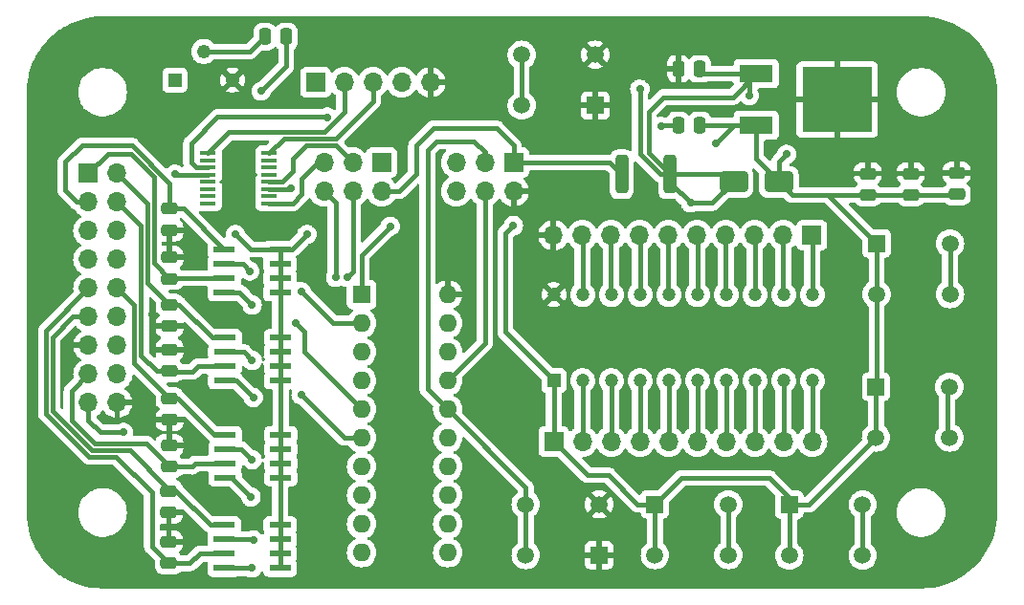
<source format=gtl>
G04 #@! TF.GenerationSoftware,KiCad,Pcbnew,(7.0.0)*
G04 #@! TF.CreationDate,2024-06-27T16:39:17-07:00*
G04 #@! TF.ProjectId,msp-debugger,6d73702d-6465-4627-9567-6765722e6b69,rev?*
G04 #@! TF.SameCoordinates,Original*
G04 #@! TF.FileFunction,Copper,L1,Top*
G04 #@! TF.FilePolarity,Positive*
%FSLAX46Y46*%
G04 Gerber Fmt 4.6, Leading zero omitted, Abs format (unit mm)*
G04 Created by KiCad (PCBNEW (7.0.0)) date 2024-06-27 16:39:17*
%MOMM*%
%LPD*%
G01*
G04 APERTURE LIST*
G04 Aperture macros list*
%AMRoundRect*
0 Rectangle with rounded corners*
0 $1 Rounding radius*
0 $2 $3 $4 $5 $6 $7 $8 $9 X,Y pos of 4 corners*
0 Add a 4 corners polygon primitive as box body*
4,1,4,$2,$3,$4,$5,$6,$7,$8,$9,$2,$3,0*
0 Add four circle primitives for the rounded corners*
1,1,$1+$1,$2,$3*
1,1,$1+$1,$4,$5*
1,1,$1+$1,$6,$7*
1,1,$1+$1,$8,$9*
0 Add four rect primitives between the rounded corners*
20,1,$1+$1,$2,$3,$4,$5,0*
20,1,$1+$1,$4,$5,$6,$7,0*
20,1,$1+$1,$6,$7,$8,$9,0*
20,1,$1+$1,$8,$9,$2,$3,0*%
G04 Aperture macros list end*
G04 #@! TA.AperFunction,SMDPad,CuDef*
%ADD10RoundRect,0.250000X0.250000X0.475000X-0.250000X0.475000X-0.250000X-0.475000X0.250000X-0.475000X0*%
G04 #@! TD*
G04 #@! TA.AperFunction,SMDPad,CuDef*
%ADD11R,1.460500X0.355600*%
G04 #@! TD*
G04 #@! TA.AperFunction,ComponentPad*
%ADD12R,1.700000X1.700000*%
G04 #@! TD*
G04 #@! TA.AperFunction,ComponentPad*
%ADD13O,1.700000X1.700000*%
G04 #@! TD*
G04 #@! TA.AperFunction,ComponentPad*
%ADD14R,1.508000X1.508000*%
G04 #@! TD*
G04 #@! TA.AperFunction,ComponentPad*
%ADD15C,1.508000*%
G04 #@! TD*
G04 #@! TA.AperFunction,ComponentPad*
%ADD16R,1.200000X1.200000*%
G04 #@! TD*
G04 #@! TA.AperFunction,ComponentPad*
%ADD17C,1.200000*%
G04 #@! TD*
G04 #@! TA.AperFunction,SMDPad,CuDef*
%ADD18RoundRect,0.250000X-0.475000X0.250000X-0.475000X-0.250000X0.475000X-0.250000X0.475000X0.250000X0*%
G04 #@! TD*
G04 #@! TA.AperFunction,ComponentPad*
%ADD19R,1.222000X1.222000*%
G04 #@! TD*
G04 #@! TA.AperFunction,ComponentPad*
%ADD20C,1.222000*%
G04 #@! TD*
G04 #@! TA.AperFunction,SMDPad,CuDef*
%ADD21RoundRect,0.250000X0.475000X-0.250000X0.475000X0.250000X-0.475000X0.250000X-0.475000X-0.250000X0*%
G04 #@! TD*
G04 #@! TA.AperFunction,SMDPad,CuDef*
%ADD22R,1.981200X0.558800*%
G04 #@! TD*
G04 #@! TA.AperFunction,SMDPad,CuDef*
%ADD23R,3.000000X1.600000*%
G04 #@! TD*
G04 #@! TA.AperFunction,SMDPad,CuDef*
%ADD24R,6.200000X5.800000*%
G04 #@! TD*
G04 #@! TA.AperFunction,SMDPad,CuDef*
%ADD25RoundRect,0.250000X-1.000000X-0.650000X1.000000X-0.650000X1.000000X0.650000X-1.000000X0.650000X0*%
G04 #@! TD*
G04 #@! TA.AperFunction,SMDPad,CuDef*
%ADD26RoundRect,0.250000X-0.250000X-0.475000X0.250000X-0.475000X0.250000X0.475000X-0.250000X0.475000X0*%
G04 #@! TD*
G04 #@! TA.AperFunction,ComponentPad*
%ADD27R,1.600000X1.600000*%
G04 #@! TD*
G04 #@! TA.AperFunction,ComponentPad*
%ADD28O,1.600000X1.600000*%
G04 #@! TD*
G04 #@! TA.AperFunction,SMDPad,CuDef*
%ADD29RoundRect,0.250000X-0.312500X-1.450000X0.312500X-1.450000X0.312500X1.450000X-0.312500X1.450000X0*%
G04 #@! TD*
G04 #@! TA.AperFunction,ViaPad*
%ADD30C,0.711200*%
G04 #@! TD*
G04 #@! TA.AperFunction,Conductor*
%ADD31C,0.400000*%
G04 #@! TD*
G04 APERTURE END LIST*
D10*
X128712000Y-71628000D03*
X126812000Y-71628000D03*
D11*
X127214149Y-86396499D03*
X127214149Y-85761499D03*
X127214149Y-85126499D03*
X127214149Y-84491499D03*
X127214149Y-83856499D03*
X127214149Y-83221499D03*
X127214149Y-82586499D03*
X127214149Y-81951499D03*
X121765849Y-81951499D03*
X121765849Y-82586499D03*
X121765849Y-83221499D03*
X121765849Y-83856499D03*
X121765849Y-84491499D03*
X121765849Y-85126499D03*
X121765849Y-85761499D03*
X121765849Y-86396499D03*
D12*
X148825999Y-82785999D03*
D13*
X148825999Y-85325999D03*
X146285999Y-82785999D03*
X146285999Y-85325999D03*
X143745999Y-82785999D03*
X143745999Y-85325999D03*
D14*
X161323999Y-113047999D03*
D15*
X161324000Y-117548000D03*
X167824000Y-113048000D03*
X167824000Y-117548000D03*
D12*
X131299999Y-75673999D03*
D13*
X133839999Y-75673999D03*
X136379999Y-75673999D03*
X138919999Y-75673999D03*
X141459999Y-75673999D03*
D16*
X152381999Y-102089999D03*
D17*
X154922000Y-102090000D03*
X157462000Y-102090000D03*
X160002000Y-102090000D03*
X162542000Y-102090000D03*
X165082000Y-102090000D03*
X167622000Y-102090000D03*
X170162000Y-102090000D03*
X172702000Y-102090000D03*
X175242000Y-102090000D03*
X175242000Y-94470000D03*
X172702000Y-94470000D03*
X170162000Y-94470000D03*
X167622000Y-94470000D03*
X165082000Y-94470000D03*
X162542000Y-94470000D03*
X160002000Y-94470000D03*
X157462000Y-94470000D03*
X154922000Y-94470000D03*
X152382000Y-94470000D03*
D18*
X118381000Y-99363000D03*
X118381000Y-101263000D03*
X118381000Y-107813000D03*
X118381000Y-109713000D03*
D12*
X175214999Y-89223999D03*
D13*
X172674999Y-89223999D03*
X170134999Y-89223999D03*
X167594999Y-89223999D03*
X165054999Y-89223999D03*
X162514999Y-89223999D03*
X159974999Y-89223999D03*
X157434999Y-89223999D03*
X154894999Y-89223999D03*
X152354999Y-89223999D03*
D19*
X118871999Y-75473999D03*
D20*
X121412000Y-72934000D03*
X123952000Y-75474000D03*
D21*
X118327000Y-113779000D03*
X118327000Y-111879000D03*
D18*
X188036000Y-83680000D03*
X188036000Y-85580000D03*
D21*
X180162000Y-85646000D03*
X180162000Y-83746000D03*
D12*
X152369999Y-107473999D03*
D13*
X154909999Y-107473999D03*
X157449999Y-107473999D03*
X159989999Y-107473999D03*
X162529999Y-107473999D03*
X165069999Y-107473999D03*
X167609999Y-107473999D03*
X170149999Y-107473999D03*
X172689999Y-107473999D03*
X175229999Y-107473999D03*
D22*
X123305399Y-106886999D03*
X123305399Y-108156999D03*
X123305399Y-109426999D03*
X123305399Y-110696999D03*
X128232999Y-110696999D03*
X128232999Y-109426999D03*
X128232999Y-108156999D03*
X128232999Y-106886999D03*
D12*
X137141999Y-82785999D03*
D13*
X134601999Y-82785999D03*
X132061999Y-82785999D03*
X132061999Y-85325999D03*
X134601999Y-85325999D03*
X137141999Y-85325999D03*
D21*
X118381000Y-97263000D03*
X118381000Y-95363000D03*
D22*
X123229199Y-90479999D03*
X123229199Y-91749999D03*
X123229199Y-93019999D03*
X123229199Y-94289999D03*
X128156799Y-94289999D03*
X128156799Y-93019999D03*
X128156799Y-91749999D03*
X128156799Y-90479999D03*
D23*
X170289999Y-74903999D03*
X170289999Y-79473999D03*
D24*
X177459999Y-77188999D03*
D21*
X118381000Y-88763000D03*
X118381000Y-86863000D03*
D12*
X111214999Y-83736999D03*
D13*
X113754999Y-83736999D03*
X111214999Y-86276999D03*
X113754999Y-86276999D03*
X111214999Y-88816999D03*
X113754999Y-88816999D03*
X111214999Y-91356999D03*
X113754999Y-91356999D03*
X111214999Y-93896999D03*
X113754999Y-93896999D03*
X111214999Y-96436999D03*
X113754999Y-96436999D03*
X111214999Y-98976999D03*
X113754999Y-98976999D03*
X111214999Y-101516999D03*
X113754999Y-101516999D03*
X111214999Y-104056999D03*
X113754999Y-104056999D03*
D18*
X118381000Y-91163000D03*
X118381000Y-93063000D03*
D14*
X180881999Y-102633999D03*
D15*
X180882000Y-107134000D03*
X187382000Y-102634000D03*
X187382000Y-107134000D03*
D25*
X168290000Y-84474000D03*
X172290000Y-84474000D03*
D22*
X123285199Y-98279999D03*
X123285199Y-99549999D03*
X123285199Y-100819999D03*
X123285199Y-102089999D03*
X128212799Y-102089999D03*
X128212799Y-100819999D03*
X128212799Y-99549999D03*
X128212799Y-98279999D03*
D26*
X163390000Y-79474000D03*
X165290000Y-79474000D03*
D14*
X180933999Y-89933999D03*
D15*
X180934000Y-94434000D03*
X187434000Y-89934000D03*
X187434000Y-94434000D03*
D14*
X173209999Y-113083999D03*
D15*
X173210000Y-117584000D03*
X179710000Y-113084000D03*
X179710000Y-117584000D03*
D10*
X165290000Y-74474000D03*
X163390000Y-74474000D03*
D18*
X118327000Y-116380000D03*
X118327000Y-118280000D03*
D27*
X135373999Y-94469999D03*
D28*
X135373999Y-97009999D03*
X135373999Y-99549999D03*
X135373999Y-102089999D03*
X135373999Y-104629999D03*
X135373999Y-107169999D03*
X135373999Y-109709999D03*
X135373999Y-112249999D03*
X135373999Y-114789999D03*
X135373999Y-117329999D03*
X142993999Y-117329999D03*
X142993999Y-114789999D03*
X142993999Y-112249999D03*
X142993999Y-109709999D03*
X142993999Y-107169999D03*
X142993999Y-104629999D03*
X142993999Y-102089999D03*
X142993999Y-99549999D03*
X142993999Y-97009999D03*
X142993999Y-94469999D03*
D22*
X123229199Y-114887999D03*
X123229199Y-116157999D03*
X123229199Y-117427999D03*
X123229199Y-118697999D03*
X128156799Y-118697999D03*
X128156799Y-117427999D03*
X128156799Y-116157999D03*
X128156799Y-114887999D03*
D21*
X183972000Y-85646000D03*
X183972000Y-83746000D03*
D29*
X158390500Y-83820000D03*
X162665500Y-83820000D03*
D21*
X118381000Y-105563000D03*
X118381000Y-103663000D03*
D14*
X156039999Y-77723999D03*
D15*
X156040000Y-73224000D03*
X149540000Y-77724000D03*
X149540000Y-73224000D03*
D14*
X156393999Y-117547999D03*
D15*
X156394000Y-113048000D03*
X149894000Y-117548000D03*
X149894000Y-113048000D03*
D30*
X129090000Y-85074000D03*
X148808000Y-88356000D03*
X166681000Y-81083000D03*
X172974000Y-82042000D03*
X137904000Y-88414700D03*
X120650000Y-99060000D03*
X167132000Y-71882000D03*
X107950000Y-93218000D03*
X146304000Y-115316000D03*
X107696000Y-86360000D03*
X121158000Y-116332000D03*
X148336000Y-107696000D03*
X137414000Y-93472000D03*
X119888000Y-114808000D03*
X139700000Y-71374000D03*
X116586000Y-79502000D03*
X124206000Y-113538000D03*
X116332000Y-71882000D03*
X153162000Y-115316000D03*
X109220000Y-101600000D03*
X125730000Y-106426000D03*
X164592000Y-115316000D03*
X130556000Y-110744000D03*
X178054000Y-93726000D03*
X183642000Y-118110000D03*
X160528000Y-71882000D03*
X120904000Y-103378000D03*
X145034000Y-71628000D03*
X139192000Y-106172000D03*
X107950000Y-78232000D03*
X116078000Y-103886000D03*
X156210000Y-87630000D03*
X148082000Y-102108000D03*
X120650000Y-107696000D03*
X184150000Y-80518000D03*
X184404000Y-104648000D03*
X125730000Y-98298000D03*
X132842000Y-71374000D03*
X176530000Y-115316000D03*
X152908000Y-75438000D03*
X120650000Y-94488000D03*
X139192000Y-115570000D03*
X188976000Y-80518000D03*
X108458000Y-110744000D03*
X178054000Y-105156000D03*
X124460000Y-84074000D03*
X114046000Y-118110000D03*
X138176000Y-80264000D03*
X144526000Y-75692000D03*
X150114000Y-89662000D03*
X176276000Y-82550000D03*
X177292000Y-72136000D03*
X116840000Y-96266000D03*
X188468000Y-111252000D03*
X120904000Y-91694000D03*
X138938000Y-97028000D03*
X129794000Y-105156000D03*
X128270000Y-87884000D03*
X120904000Y-111506000D03*
X172212000Y-76962000D03*
X120396000Y-90170000D03*
X182880000Y-72136000D03*
X184404000Y-91948000D03*
X161890000Y-79574000D03*
X126492000Y-76454000D03*
X132371000Y-78756522D03*
X125693000Y-109093000D03*
X134094000Y-92946000D03*
X133078000Y-92946000D03*
X125793000Y-116193000D03*
X125693000Y-118693000D03*
X125593000Y-112393000D03*
X125793000Y-103593000D03*
X125493000Y-92393000D03*
X130030000Y-94216000D03*
X130030000Y-103360000D03*
X125693000Y-100293000D03*
X125693000Y-95393000D03*
X129522000Y-97010000D03*
X118854000Y-83802000D03*
X164490000Y-86360000D03*
X130538000Y-89148100D03*
X124200100Y-89148100D03*
X114300000Y-106680000D03*
X169690000Y-76874000D03*
X159990000Y-76274000D03*
D31*
X129090000Y-85074000D02*
X129037500Y-85126500D01*
X180882000Y-102634000D02*
X180882000Y-107134000D01*
X157208000Y-110472000D02*
X155368000Y-110472000D01*
X152382000Y-107462000D02*
X152370000Y-107474000D01*
X180934000Y-102582000D02*
X180882000Y-102634000D01*
X173210000Y-113084000D02*
X173210000Y-112504000D01*
X148090000Y-89074000D02*
X148090000Y-97798000D01*
X159784000Y-113048000D02*
X157208000Y-110472000D01*
X180934000Y-94434000D02*
X180934000Y-102582000D01*
X187970000Y-85646000D02*
X188036000Y-85580000D01*
X176646000Y-85646000D02*
X176090000Y-85646000D01*
X148808000Y-88356000D02*
X148090000Y-89074000D01*
X165290000Y-79474000D02*
X170290000Y-79474000D01*
X163646000Y-110726000D02*
X161324000Y-113048000D01*
X173210000Y-113084000D02*
X173210000Y-117584000D01*
X174932000Y-113084000D02*
X173210000Y-113084000D01*
X173462000Y-85646000D02*
X176090000Y-85646000D01*
X183972000Y-85646000D02*
X187970000Y-85646000D01*
X172290000Y-84474000D02*
X173462000Y-85646000D01*
X180162000Y-85646000D02*
X183972000Y-85646000D01*
X161324000Y-113048000D02*
X159784000Y-113048000D01*
X168290000Y-79474000D02*
X170290000Y-79474000D01*
X176090000Y-85646000D02*
X180162000Y-85646000D01*
X155368000Y-110472000D02*
X152370000Y-107474000D01*
X135374000Y-90944700D02*
X137904000Y-88414700D01*
X172290000Y-84474000D02*
X170290000Y-82474000D01*
X180934000Y-89934000D02*
X180934000Y-94434000D01*
X173210000Y-112504000D02*
X171432000Y-110726000D01*
X129037500Y-85126500D02*
X127214150Y-85126500D01*
X170290000Y-82474000D02*
X170290000Y-79474000D01*
X172290000Y-82726000D02*
X172974000Y-82042000D01*
X152382000Y-102090000D02*
X152382000Y-107462000D01*
X171432000Y-110726000D02*
X163646000Y-110726000D01*
X166681000Y-81083000D02*
X168290000Y-79474000D01*
X172290000Y-84474000D02*
X172290000Y-82726000D01*
X180882000Y-107134000D02*
X174932000Y-113084000D01*
X180934000Y-89934000D02*
X176646000Y-85646000D01*
X161324000Y-113048000D02*
X161324000Y-117548000D01*
X148090000Y-97798000D02*
X152382000Y-102090000D01*
X135374000Y-94470000D02*
X135374000Y-90944700D01*
X154922000Y-102090000D02*
X154922000Y-107462000D01*
X154922000Y-107462000D02*
X154910000Y-107474000D01*
X140190000Y-81274000D02*
X141726000Y-79738000D01*
X147302000Y-79738000D02*
X148826000Y-81262000D01*
X157356500Y-82786000D02*
X158390500Y-83820000D01*
X138666000Y-85326000D02*
X140190000Y-83802000D01*
X148826000Y-82786000D02*
X157356500Y-82786000D01*
X137142000Y-85326000D02*
X138666000Y-85326000D01*
X148826000Y-81262000D02*
X148826000Y-82786000D01*
X140190000Y-83802000D02*
X140190000Y-81274000D01*
X141726000Y-79738000D02*
X147302000Y-79738000D01*
X123621150Y-80096200D02*
X132067800Y-80096200D01*
X121765850Y-81951500D02*
X123621150Y-80096200D01*
X132067800Y-80096200D02*
X133840000Y-78324000D01*
X133840000Y-78324000D02*
X133840000Y-75674000D01*
X127214150Y-81951500D02*
X128491650Y-80674000D01*
X133090000Y-80674000D02*
X136380000Y-77384000D01*
X136380000Y-77384000D02*
X136380000Y-75674000D01*
X128491650Y-80674000D02*
X133090000Y-80674000D01*
X157462000Y-102090000D02*
X157462000Y-107462000D01*
X157462000Y-107462000D02*
X157450000Y-107474000D01*
X159990000Y-102102000D02*
X160002000Y-102090000D01*
X159990000Y-107474000D02*
X159990000Y-102102000D01*
X162542000Y-102090000D02*
X162542000Y-107462000D01*
X162542000Y-107462000D02*
X162530000Y-107474000D01*
X170162000Y-102090000D02*
X170162000Y-107462000D01*
X170162000Y-107462000D02*
X170150000Y-107474000D01*
X149894000Y-111530000D02*
X149894000Y-113048000D01*
X146286000Y-81870000D02*
X146286000Y-82786000D01*
X145290000Y-80874000D02*
X146286000Y-81870000D01*
X149894000Y-113048000D02*
X149894000Y-117548000D01*
X163390000Y-79474000D02*
X161990000Y-79474000D01*
X141990000Y-80874000D02*
X145290000Y-80874000D01*
X161990000Y-79474000D02*
X161890000Y-79574000D01*
X142994000Y-104630000D02*
X149894000Y-111530000D01*
X142994000Y-104630000D02*
X141190000Y-102826000D01*
X141190000Y-102826000D02*
X141190000Y-81674000D01*
X141190000Y-81674000D02*
X141990000Y-80874000D01*
X128712000Y-74234000D02*
X128712000Y-71628000D01*
X126492000Y-76454000D02*
X128712000Y-74234000D01*
X172702000Y-107462000D02*
X172690000Y-107474000D01*
X172702000Y-102090000D02*
X172702000Y-107462000D01*
X175242000Y-102090000D02*
X175242000Y-107462000D01*
X175242000Y-107462000D02*
X175230000Y-107474000D01*
X175242000Y-89251000D02*
X175215000Y-89224000D01*
X175242000Y-94470000D02*
X175242000Y-89251000D01*
X172675000Y-94443000D02*
X172702000Y-94470000D01*
X172675000Y-89224000D02*
X172675000Y-94443000D01*
X170162000Y-94470000D02*
X170162000Y-89251000D01*
X170162000Y-89251000D02*
X170135000Y-89224000D01*
X157435000Y-94443000D02*
X157462000Y-94470000D01*
X157435000Y-89224000D02*
X157435000Y-94443000D01*
X125506000Y-72934000D02*
X126812000Y-71628000D01*
X121412000Y-72934000D02*
X125506000Y-72934000D01*
X167824000Y-113048000D02*
X167824000Y-117548000D01*
X154922000Y-94470000D02*
X154922000Y-89251000D01*
X154922000Y-89251000D02*
X154895000Y-89224000D01*
X179710000Y-113084000D02*
X179710000Y-117584000D01*
X120290000Y-82774300D02*
X120737200Y-83221500D01*
X132354478Y-78740000D02*
X122624000Y-78740000D01*
X122624000Y-78740000D02*
X120290000Y-81074000D01*
X132371000Y-78756522D02*
X132354478Y-78740000D01*
X120737200Y-83221500D02*
X121765850Y-83221500D01*
X149540000Y-77724000D02*
X149540000Y-73224000D01*
X120290000Y-81074000D02*
X120290000Y-82774300D01*
X123305400Y-108157000D02*
X124757000Y-108157000D01*
X124757000Y-108157000D02*
X125693000Y-109093000D01*
X146286000Y-85326000D02*
X146286000Y-98798000D01*
X146286000Y-98798000D02*
X142994000Y-102090000D01*
X134602000Y-92438000D02*
X134602000Y-85326000D01*
X134094000Y-92946000D02*
X134602000Y-92438000D01*
X133078000Y-92946000D02*
X133078000Y-86342000D01*
X133078000Y-86342000D02*
X132062000Y-85326000D01*
X123229200Y-116158000D02*
X125758000Y-116158000D01*
X125758000Y-116158000D02*
X125793000Y-116193000D01*
X125688000Y-118698000D02*
X125693000Y-118693000D01*
X123229200Y-118698000D02*
X125688000Y-118698000D01*
X187434000Y-94434000D02*
X187434000Y-89934000D01*
X123305400Y-110697000D02*
X123897000Y-110697000D01*
X123897000Y-110697000D02*
X125593000Y-112393000D01*
X187180000Y-107134000D02*
X187180000Y-102634000D01*
X124290000Y-102090000D02*
X125793000Y-103593000D01*
X123285200Y-102090000D02*
X124290000Y-102090000D01*
X167595000Y-94443000D02*
X167622000Y-94470000D01*
X167595000Y-89224000D02*
X167595000Y-94443000D01*
X123229200Y-91750000D02*
X124850000Y-91750000D01*
X132824000Y-97010000D02*
X135374000Y-97010000D01*
X124850000Y-91750000D02*
X125493000Y-92393000D01*
X130030000Y-94216000D02*
X132824000Y-97010000D01*
X160002000Y-89251000D02*
X159975000Y-89224000D01*
X160002000Y-94470000D02*
X160002000Y-89251000D01*
X133840000Y-107170000D02*
X135374000Y-107170000D01*
X124950000Y-99550000D02*
X123285200Y-99550000D01*
X165082000Y-89251000D02*
X165055000Y-89224000D01*
X130030000Y-103360000D02*
X133840000Y-107170000D01*
X125693000Y-100293000D02*
X124950000Y-99550000D01*
X165082000Y-94470000D02*
X165082000Y-89251000D01*
X124590000Y-94290000D02*
X125693000Y-95393000D01*
X123229200Y-94290000D02*
X124590000Y-94290000D01*
X130284000Y-99540000D02*
X135374000Y-104630000D01*
X162515000Y-89224000D02*
X162515000Y-94443000D01*
X130284000Y-97772000D02*
X130284000Y-99540000D01*
X162515000Y-94443000D02*
X162542000Y-94470000D01*
X129522000Y-97010000D02*
X130284000Y-97772000D01*
X128156800Y-91750000D02*
X128156800Y-93020000D01*
X159990000Y-76274000D02*
X159990000Y-82036500D01*
X128156800Y-116158000D02*
X128156800Y-114888000D01*
X162665500Y-84535500D02*
X164490000Y-86360000D01*
X169690000Y-76874000D02*
X169690000Y-75504000D01*
X166404000Y-86360000D02*
X168290000Y-84474000D01*
X128212800Y-98280000D02*
X128212800Y-99550000D01*
X160790000Y-81944500D02*
X162665500Y-83820000D01*
X169690000Y-75504000D02*
X170290000Y-74904000D01*
X112268000Y-106680000D02*
X111215000Y-105627000D01*
X128156800Y-90480000D02*
X129206100Y-90480000D01*
X125532000Y-90480000D02*
X124200100Y-89148100D01*
X118854000Y-83802000D02*
X118908500Y-83856500D01*
X160790000Y-78274000D02*
X160790000Y-81944500D01*
X161773500Y-83820000D02*
X162665500Y-83820000D01*
X168220000Y-76974000D02*
X162090000Y-76974000D01*
X164490000Y-86360000D02*
X166404000Y-86360000D01*
X111215000Y-105627000D02*
X111215000Y-104057000D01*
X128156800Y-90480000D02*
X125532000Y-90480000D01*
X114300000Y-106680000D02*
X112268000Y-106680000D01*
X128156800Y-98224000D02*
X128212800Y-98280000D01*
X165290000Y-74474000D02*
X165720000Y-74904000D01*
X128212800Y-99550000D02*
X128212800Y-100820000D01*
X128156800Y-117428000D02*
X128156800Y-116158000D01*
X128233000Y-106887000D02*
X128233000Y-102110200D01*
X118908500Y-83856500D02*
X121765850Y-83856500D01*
X128233000Y-102110200D02*
X128212800Y-102090000D01*
X159990000Y-82036500D02*
X161773500Y-83820000D01*
X129206100Y-90480000D02*
X130538000Y-89148100D01*
X170290000Y-74904000D02*
X168220000Y-76974000D01*
X162665500Y-83820000D02*
X167636000Y-83820000D01*
X128212800Y-102090000D02*
X128212800Y-100820000D01*
X128156800Y-90480000D02*
X128156800Y-91750000D01*
X128233000Y-109427000D02*
X128233000Y-108157000D01*
X128156800Y-114888000D02*
X128156800Y-110773200D01*
X128156800Y-118698000D02*
X128156800Y-117428000D01*
X128156800Y-93020000D02*
X128156800Y-94290000D01*
X165720000Y-74904000D02*
X170290000Y-74904000D01*
X128233000Y-110697000D02*
X128233000Y-109427000D01*
X162090000Y-76974000D02*
X160790000Y-78274000D01*
X128156800Y-110773200D02*
X128233000Y-110697000D01*
X167636000Y-83820000D02*
X168290000Y-84474000D01*
X162665500Y-83820000D02*
X162665500Y-84535500D01*
X128156800Y-94290000D02*
X128156800Y-98224000D01*
X128233000Y-108157000D02*
X128233000Y-106887000D01*
X130090000Y-84216000D02*
X131520000Y-82786000D01*
X131520000Y-82786000D02*
X132062000Y-82786000D01*
X127214150Y-86396500D02*
X129267500Y-86396500D01*
X129267500Y-86396500D02*
X130090000Y-85574000D01*
X130090000Y-85574000D02*
X130090000Y-84216000D01*
X129290000Y-82474000D02*
X130490000Y-81274000D01*
X133090000Y-81274000D02*
X134602000Y-82786000D01*
X127214150Y-84491500D02*
X128357650Y-84491500D01*
X128357650Y-84491500D02*
X129290000Y-83559150D01*
X129290000Y-83559150D02*
X129290000Y-82474000D01*
X130490000Y-81274000D02*
X133090000Y-81274000D01*
X118381000Y-101263000D02*
X117265000Y-101263000D01*
X120886000Y-100820000D02*
X120378000Y-101328000D01*
X115856800Y-99854800D02*
X115856800Y-88378800D01*
X120378000Y-101328000D02*
X118446000Y-101328000D01*
X123285200Y-100820000D02*
X120886000Y-100820000D01*
X115856800Y-88378800D02*
X113755000Y-86277000D01*
X118446000Y-101328000D02*
X118381000Y-101263000D01*
X117265000Y-101263000D02*
X115856800Y-99854800D01*
X118381000Y-84599000D02*
X115044000Y-81262000D01*
X109183000Y-85261000D02*
X110199000Y-86277000D01*
X118381000Y-86863000D02*
X119612200Y-86863000D01*
X119612200Y-86863000D02*
X123229200Y-90480000D01*
X110642000Y-81262000D02*
X109183000Y-82721000D01*
X110199000Y-86277000D02*
X111215000Y-86277000D01*
X109183000Y-82721000D02*
X109183000Y-85261000D01*
X115044000Y-81262000D02*
X110642000Y-81262000D01*
X118381000Y-86863000D02*
X118381000Y-84599000D01*
X121042000Y-117428000D02*
X120190000Y-118280000D01*
X111263336Y-108833600D02*
X107442000Y-105012264D01*
X107442000Y-97670000D02*
X111215000Y-93897000D01*
X116822000Y-111996000D02*
X113659600Y-108833600D01*
X120190000Y-118280000D02*
X118327000Y-118280000D01*
X107442000Y-105012264D02*
X107442000Y-97670000D01*
X118327000Y-118280000D02*
X116822000Y-116775000D01*
X123229200Y-117428000D02*
X121042000Y-117428000D01*
X113659600Y-108833600D02*
X111263336Y-108833600D01*
X116822000Y-116775000D02*
X116822000Y-111996000D01*
X120661000Y-109427000D02*
X123305400Y-109427000D01*
X109710000Y-105646000D02*
X109710000Y-103022000D01*
X109710000Y-103022000D02*
X111215000Y-101517000D01*
X118381000Y-109713000D02*
X120375000Y-109713000D01*
X118381000Y-109713000D02*
X116346000Y-107678000D01*
X111742000Y-107678000D02*
X109710000Y-105646000D01*
X116346000Y-107678000D02*
X111742000Y-107678000D01*
X120375000Y-109713000D02*
X120661000Y-109427000D01*
X116434600Y-93416600D02*
X116434600Y-86416600D01*
X122156000Y-98280000D02*
X123285200Y-98280000D01*
X118381000Y-95363000D02*
X116434600Y-93416600D01*
X118381000Y-95363000D02*
X119239000Y-95363000D01*
X116434600Y-86416600D02*
X113755000Y-83737000D01*
X119239000Y-95363000D02*
X122156000Y-98280000D01*
X117012400Y-91694400D02*
X118381000Y-93063000D01*
X112923200Y-82028800D02*
X111215000Y-83737000D01*
X117012400Y-91694400D02*
X117012400Y-84047532D01*
X118424000Y-93020000D02*
X118381000Y-93063000D01*
X117012400Y-84047532D02*
X114993668Y-82028800D01*
X123229200Y-93020000D02*
X118424000Y-93020000D01*
X114993668Y-82028800D02*
X112923200Y-82028800D01*
X118381000Y-103663000D02*
X119157000Y-103663000D01*
X115279000Y-95421000D02*
X113755000Y-93897000D01*
X122381000Y-106887000D02*
X123305400Y-106887000D01*
X119157000Y-103663000D02*
X122381000Y-106887000D01*
X115279000Y-100561000D02*
X115279000Y-95421000D01*
X118381000Y-103663000D02*
X115279000Y-100561000D01*
X122000000Y-114888000D02*
X118991000Y-111879000D01*
X111502668Y-108255800D02*
X108019800Y-104772932D01*
X109811000Y-96437000D02*
X111215000Y-96437000D01*
X108019800Y-98228200D02*
X109811000Y-96437000D01*
X108019800Y-104772932D02*
X108019800Y-98228200D01*
X118327000Y-111723000D02*
X114859800Y-108255800D01*
X114859800Y-108255800D02*
X111502668Y-108255800D01*
X118327000Y-111879000D02*
X118327000Y-111723000D01*
X123229200Y-114888000D02*
X122000000Y-114888000D01*
X118991000Y-111879000D02*
X118327000Y-111879000D01*
X165082000Y-107462000D02*
X165070000Y-107474000D01*
X165082000Y-102090000D02*
X165082000Y-107462000D01*
X167622000Y-102090000D02*
X167622000Y-107462000D01*
X167622000Y-107462000D02*
X167610000Y-107474000D01*
G04 #@! TA.AperFunction,Conductor*
G36*
X119676732Y-113555389D02*
G01*
X120235853Y-114114509D01*
X121487052Y-115365708D01*
X121492186Y-115371162D01*
X121532071Y-115416183D01*
X121538243Y-115420443D01*
X121538244Y-115420444D01*
X121581573Y-115450352D01*
X121587603Y-115454788D01*
X121634944Y-115491878D01*
X121644180Y-115496034D01*
X121663727Y-115507059D01*
X121672070Y-115512818D01*
X121704628Y-115525165D01*
X121756561Y-115562506D01*
X121782975Y-115620765D01*
X121776837Y-115684438D01*
X121747221Y-115763844D01*
X121747221Y-115763846D01*
X121744509Y-115771117D01*
X121743679Y-115778827D01*
X121743679Y-115778832D01*
X121738455Y-115827419D01*
X121738454Y-115827431D01*
X121738100Y-115830727D01*
X121738100Y-115834048D01*
X121738100Y-115834049D01*
X121738100Y-116481960D01*
X121738100Y-116481978D01*
X121738101Y-116485272D01*
X121738453Y-116488550D01*
X121738454Y-116488561D01*
X121743679Y-116537168D01*
X121743680Y-116537173D01*
X121744509Y-116544883D01*
X121750209Y-116560166D01*
X121757062Y-116618952D01*
X121735885Y-116674219D01*
X121691503Y-116713375D01*
X121634028Y-116727500D01*
X121066921Y-116727500D01*
X121059433Y-116727274D01*
X121006881Y-116724094D01*
X121006873Y-116724094D01*
X120999394Y-116723642D01*
X120992018Y-116724993D01*
X120992011Y-116724994D01*
X120940228Y-116734483D01*
X120932828Y-116735610D01*
X120880569Y-116741956D01*
X120880565Y-116741956D01*
X120873128Y-116742860D01*
X120866119Y-116745517D01*
X120866114Y-116745519D01*
X120863643Y-116746456D01*
X120842053Y-116752474D01*
X120839449Y-116752951D01*
X120839438Y-116752954D01*
X120832069Y-116754305D01*
X120825237Y-116757379D01*
X120825233Y-116757381D01*
X120777212Y-116778993D01*
X120770296Y-116781857D01*
X120721082Y-116800522D01*
X120721077Y-116800524D01*
X120714070Y-116803182D01*
X120707907Y-116807435D01*
X120707897Y-116807441D01*
X120705727Y-116808940D01*
X120686185Y-116819962D01*
X120683783Y-116821043D01*
X120683780Y-116821044D01*
X120676943Y-116824122D01*
X120671043Y-116828743D01*
X120671035Y-116828749D01*
X120629597Y-116861213D01*
X120623568Y-116865649D01*
X120580248Y-116895551D01*
X120580236Y-116895560D01*
X120574071Y-116899817D01*
X120569102Y-116905425D01*
X120569096Y-116905431D01*
X120534184Y-116944838D01*
X120529051Y-116950290D01*
X119936162Y-117543181D01*
X119895934Y-117570061D01*
X119848481Y-117579500D01*
X119464230Y-117579500D01*
X119416777Y-117570061D01*
X119376549Y-117543181D01*
X119275761Y-117442393D01*
X119275760Y-117442392D01*
X119270656Y-117437288D01*
X119264511Y-117433498D01*
X119258843Y-117429016D01*
X119259990Y-117427564D01*
X119224157Y-117390129D01*
X119208440Y-117329689D01*
X119224174Y-117269253D01*
X119259738Y-117232119D01*
X119258529Y-117230590D01*
X119275455Y-117217205D01*
X119389205Y-117103455D01*
X119398109Y-117092194D01*
X119482567Y-116955266D01*
X119488629Y-116942267D01*
X119539375Y-116789125D01*
X119542194Y-116775958D01*
X119551680Y-116683109D01*
X119552000Y-116676832D01*
X119552000Y-116646326D01*
X119548549Y-116633450D01*
X119535674Y-116630000D01*
X118201000Y-116630000D01*
X118139000Y-116613387D01*
X118093613Y-116568000D01*
X118077000Y-116506000D01*
X118077000Y-116113674D01*
X118577000Y-116113674D01*
X118580450Y-116126549D01*
X118593326Y-116130000D01*
X119535673Y-116130000D01*
X119548548Y-116126549D01*
X119551999Y-116113674D01*
X119551999Y-116083171D01*
X119551678Y-116076888D01*
X119542194Y-115984040D01*
X119539376Y-115970877D01*
X119488629Y-115817732D01*
X119482567Y-115804733D01*
X119398109Y-115667805D01*
X119389205Y-115656544D01*
X119275455Y-115542794D01*
X119264194Y-115533890D01*
X119127266Y-115449432D01*
X119114267Y-115443370D01*
X118961125Y-115392624D01*
X118947958Y-115389805D01*
X118855109Y-115380319D01*
X118848832Y-115380000D01*
X118593326Y-115380000D01*
X118580450Y-115383450D01*
X118577000Y-115396326D01*
X118577000Y-116113674D01*
X118077000Y-116113674D01*
X118077000Y-115396327D01*
X118073549Y-115383451D01*
X118060674Y-115380001D01*
X117805171Y-115380001D01*
X117798888Y-115380321D01*
X117706040Y-115389805D01*
X117692880Y-115392622D01*
X117685505Y-115395067D01*
X117627638Y-115399918D01*
X117573907Y-115377891D01*
X117536097Y-115333817D01*
X117522500Y-115277361D01*
X117522500Y-114881639D01*
X117536097Y-114825183D01*
X117573907Y-114781109D01*
X117627638Y-114759082D01*
X117685505Y-114763933D01*
X117692877Y-114766376D01*
X117706041Y-114769194D01*
X117798890Y-114778680D01*
X117805168Y-114779000D01*
X118060674Y-114779000D01*
X118073549Y-114775549D01*
X118077000Y-114762674D01*
X118077000Y-114762673D01*
X118577000Y-114762673D01*
X118580450Y-114775548D01*
X118593326Y-114778999D01*
X118848829Y-114778999D01*
X118855111Y-114778678D01*
X118947959Y-114769194D01*
X118961122Y-114766376D01*
X119114267Y-114715629D01*
X119127266Y-114709567D01*
X119264194Y-114625109D01*
X119275455Y-114616205D01*
X119389205Y-114502455D01*
X119398109Y-114491194D01*
X119482567Y-114354266D01*
X119488629Y-114341267D01*
X119539375Y-114188125D01*
X119542194Y-114174958D01*
X119551680Y-114082109D01*
X119552000Y-114075832D01*
X119552000Y-114045326D01*
X119548549Y-114032450D01*
X119535674Y-114029000D01*
X118593326Y-114029000D01*
X118580450Y-114032450D01*
X118577000Y-114045326D01*
X118577000Y-114762673D01*
X118077000Y-114762673D01*
X118077000Y-113653000D01*
X118093613Y-113591000D01*
X118139000Y-113545613D01*
X118201000Y-113529000D01*
X119535675Y-113529000D01*
X119556958Y-113523297D01*
X119621146Y-113523296D01*
X119676732Y-113555389D01*
G37*
G04 #@! TD.AperFunction*
G04 #@! TA.AperFunction,Conductor*
G36*
X126670696Y-109305921D02*
G01*
X126722596Y-109351677D01*
X126741900Y-109418120D01*
X126741900Y-109750960D01*
X126741900Y-109750978D01*
X126741901Y-109754272D01*
X126742253Y-109757550D01*
X126742254Y-109757561D01*
X126747479Y-109806168D01*
X126747480Y-109806173D01*
X126748309Y-109813883D01*
X126751019Y-109821149D01*
X126751020Y-109821153D01*
X126762875Y-109852937D01*
X126798604Y-109948731D01*
X126803918Y-109955829D01*
X126803921Y-109955834D01*
X126827768Y-109987691D01*
X126849666Y-110035642D01*
X126849666Y-110088358D01*
X126827768Y-110136309D01*
X126803921Y-110168165D01*
X126803918Y-110168170D01*
X126798604Y-110175269D01*
X126795504Y-110183578D01*
X126795504Y-110183580D01*
X126751020Y-110302847D01*
X126751020Y-110302849D01*
X126748309Y-110310117D01*
X126747479Y-110317827D01*
X126747479Y-110317832D01*
X126742255Y-110366419D01*
X126742254Y-110366431D01*
X126741900Y-110369727D01*
X126741900Y-110373048D01*
X126741900Y-110373049D01*
X126741900Y-111020960D01*
X126741900Y-111020978D01*
X126741901Y-111024272D01*
X126742253Y-111027550D01*
X126742254Y-111027561D01*
X126747479Y-111076168D01*
X126747480Y-111076173D01*
X126748309Y-111083883D01*
X126751019Y-111091149D01*
X126751020Y-111091153D01*
X126776827Y-111160344D01*
X126798604Y-111218731D01*
X126803918Y-111225830D01*
X126803919Y-111225831D01*
X126874465Y-111320069D01*
X126884854Y-111333946D01*
X127000069Y-111420196D01*
X127134917Y-111470491D01*
X127194527Y-111476900D01*
X127332300Y-111476900D01*
X127394300Y-111493513D01*
X127439687Y-111538900D01*
X127456300Y-111600900D01*
X127456300Y-113984101D01*
X127439687Y-114046101D01*
X127394300Y-114091488D01*
X127332300Y-114108101D01*
X127118328Y-114108101D01*
X127115050Y-114108453D01*
X127115038Y-114108454D01*
X127066431Y-114113679D01*
X127066425Y-114113680D01*
X127058717Y-114114509D01*
X127051452Y-114117218D01*
X127051446Y-114117220D01*
X126932180Y-114161704D01*
X126932178Y-114161704D01*
X126923869Y-114164804D01*
X126916772Y-114170116D01*
X126916768Y-114170119D01*
X126815750Y-114245741D01*
X126815746Y-114245744D01*
X126808654Y-114251054D01*
X126803344Y-114258146D01*
X126803341Y-114258150D01*
X126727719Y-114359168D01*
X126727716Y-114359172D01*
X126722404Y-114366269D01*
X126719304Y-114374578D01*
X126719304Y-114374580D01*
X126674820Y-114493847D01*
X126674819Y-114493850D01*
X126672109Y-114501117D01*
X126671279Y-114508827D01*
X126671279Y-114508832D01*
X126666055Y-114557419D01*
X126666054Y-114557431D01*
X126665700Y-114560727D01*
X126665700Y-114564048D01*
X126665700Y-114564049D01*
X126665700Y-115211960D01*
X126665700Y-115211978D01*
X126665701Y-115215272D01*
X126666053Y-115218549D01*
X126666054Y-115218561D01*
X126671279Y-115267168D01*
X126671280Y-115267173D01*
X126672109Y-115274883D01*
X126674819Y-115282149D01*
X126674820Y-115282153D01*
X126718744Y-115399918D01*
X126722404Y-115409731D01*
X126751567Y-115448687D01*
X126773467Y-115496638D01*
X126773468Y-115549354D01*
X126751569Y-115597307D01*
X126727721Y-115629164D01*
X126727718Y-115629170D01*
X126722404Y-115636269D01*
X126719304Y-115644578D01*
X126719305Y-115644578D01*
X126711300Y-115666041D01*
X126672579Y-115719536D01*
X126611888Y-115745568D01*
X126546441Y-115736753D01*
X126494800Y-115695593D01*
X126492666Y-115692655D01*
X126489415Y-115687025D01*
X126368998Y-115553289D01*
X126363748Y-115549474D01*
X126363744Y-115549471D01*
X126228662Y-115451328D01*
X126228660Y-115451326D01*
X126223408Y-115447511D01*
X126217477Y-115444870D01*
X126217473Y-115444868D01*
X126064945Y-115376958D01*
X126064938Y-115376955D01*
X126059007Y-115374315D01*
X126030976Y-115368357D01*
X125889343Y-115338252D01*
X125889338Y-115338251D01*
X125882980Y-115336900D01*
X125703020Y-115336900D01*
X125696662Y-115338251D01*
X125696656Y-115338252D01*
X125533353Y-115372963D01*
X125533351Y-115372963D01*
X125526993Y-115374315D01*
X125521064Y-115376954D01*
X125521054Y-115376958D01*
X125364234Y-115446780D01*
X125313799Y-115457500D01*
X124824372Y-115457500D01*
X124766897Y-115443375D01*
X124722515Y-115404219D01*
X124701338Y-115348952D01*
X124708190Y-115290166D01*
X124713891Y-115274883D01*
X124720300Y-115215273D01*
X124720299Y-114560728D01*
X124713891Y-114501117D01*
X124663596Y-114366269D01*
X124577346Y-114251054D01*
X124462131Y-114164804D01*
X124382316Y-114135035D01*
X124334552Y-114117220D01*
X124334550Y-114117219D01*
X124327283Y-114114509D01*
X124319570Y-114113679D01*
X124319567Y-114113679D01*
X124270980Y-114108455D01*
X124270969Y-114108454D01*
X124267673Y-114108100D01*
X124264351Y-114108100D01*
X122262119Y-114108100D01*
X122214666Y-114098661D01*
X122174438Y-114071781D01*
X119544512Y-111441855D01*
X119514487Y-111393178D01*
X119486814Y-111309666D01*
X119424779Y-111209090D01*
X119398502Y-111166488D01*
X119398500Y-111166485D01*
X119394712Y-111160344D01*
X119270656Y-111036288D01*
X119264515Y-111032500D01*
X119264511Y-111032497D01*
X119134594Y-110952365D01*
X119121334Y-110944186D01*
X119095259Y-110935545D01*
X119056350Y-110922652D01*
X119004666Y-110889513D01*
X118975215Y-110835643D01*
X118975215Y-110774247D01*
X119004668Y-110720378D01*
X119056349Y-110687241D01*
X119175334Y-110647814D01*
X119324656Y-110555712D01*
X119430549Y-110449819D01*
X119470777Y-110422939D01*
X119518230Y-110413500D01*
X120350079Y-110413500D01*
X120357566Y-110413725D01*
X120417606Y-110417358D01*
X120476782Y-110406513D01*
X120484181Y-110405387D01*
X120543872Y-110398140D01*
X120553332Y-110394551D01*
X120574959Y-110388522D01*
X120584932Y-110386695D01*
X120639808Y-110361996D01*
X120646673Y-110359152D01*
X120702930Y-110337818D01*
X120711264Y-110332064D01*
X120730821Y-110321034D01*
X120740057Y-110316878D01*
X120787413Y-110279775D01*
X120793420Y-110275355D01*
X120842929Y-110241183D01*
X120882815Y-110196159D01*
X120887917Y-110190738D01*
X120914840Y-110163816D01*
X120955067Y-110136938D01*
X121002519Y-110127500D01*
X121710228Y-110127500D01*
X121767703Y-110141625D01*
X121812085Y-110180781D01*
X121833262Y-110236048D01*
X121826409Y-110294833D01*
X121825163Y-110298174D01*
X121823419Y-110302849D01*
X121823417Y-110302854D01*
X121820709Y-110310117D01*
X121819879Y-110317827D01*
X121819879Y-110317832D01*
X121814655Y-110366419D01*
X121814654Y-110366431D01*
X121814300Y-110369727D01*
X121814300Y-110373048D01*
X121814300Y-110373049D01*
X121814300Y-111020960D01*
X121814300Y-111020978D01*
X121814301Y-111024272D01*
X121814653Y-111027550D01*
X121814654Y-111027561D01*
X121819879Y-111076168D01*
X121819880Y-111076173D01*
X121820709Y-111083883D01*
X121823419Y-111091149D01*
X121823420Y-111091153D01*
X121849227Y-111160344D01*
X121871004Y-111218731D01*
X121876318Y-111225830D01*
X121876319Y-111225831D01*
X121946865Y-111320069D01*
X121957254Y-111333946D01*
X122072469Y-111420196D01*
X122207317Y-111470491D01*
X122266927Y-111476900D01*
X123634880Y-111476899D01*
X123682333Y-111486338D01*
X123722561Y-111513218D01*
X124717719Y-112508376D01*
X124739011Y-112536888D01*
X124750612Y-112568334D01*
X124750995Y-112571974D01*
X124753003Y-112578154D01*
X124777654Y-112654024D01*
X124806605Y-112743125D01*
X124809852Y-112748749D01*
X124809853Y-112748751D01*
X124885340Y-112879499D01*
X124896585Y-112898975D01*
X124900929Y-112903800D01*
X124900931Y-112903802D01*
X124969385Y-112979827D01*
X125017002Y-113032711D01*
X125022252Y-113036525D01*
X125022255Y-113036528D01*
X125088562Y-113084703D01*
X125162592Y-113138489D01*
X125326993Y-113211685D01*
X125503020Y-113249100D01*
X125676477Y-113249100D01*
X125682980Y-113249100D01*
X125859007Y-113211685D01*
X126023408Y-113138489D01*
X126168998Y-113032711D01*
X126289415Y-112898975D01*
X126379395Y-112743125D01*
X126435005Y-112571974D01*
X126453816Y-112393000D01*
X126435005Y-112214026D01*
X126379395Y-112042875D01*
X126289415Y-111887025D01*
X126275452Y-111871518D01*
X126229120Y-111820061D01*
X126168998Y-111753289D01*
X126163748Y-111749474D01*
X126163744Y-111749471D01*
X126028662Y-111651328D01*
X126028660Y-111651326D01*
X126023408Y-111647511D01*
X126017477Y-111644870D01*
X126017473Y-111644868D01*
X125864945Y-111576958D01*
X125864938Y-111576955D01*
X125859007Y-111574315D01*
X125852648Y-111572963D01*
X125852647Y-111572963D01*
X125775515Y-111556568D01*
X125742129Y-111544251D01*
X125713616Y-111522959D01*
X124832818Y-110642161D01*
X124805938Y-110601933D01*
X124796499Y-110554480D01*
X124796499Y-110373039D01*
X124796499Y-110369728D01*
X124790091Y-110310117D01*
X124739796Y-110175269D01*
X124710630Y-110136308D01*
X124688731Y-110088359D01*
X124688731Y-110035641D01*
X124710630Y-109987691D01*
X124739796Y-109948731D01*
X124790091Y-109813883D01*
X124796500Y-109754273D01*
X124796499Y-109699786D01*
X124810609Y-109642341D01*
X124849729Y-109597966D01*
X124904957Y-109576766D01*
X124963721Y-109583565D01*
X125012649Y-109616816D01*
X125117002Y-109732711D01*
X125122252Y-109736525D01*
X125122255Y-109736528D01*
X125196472Y-109790450D01*
X125262592Y-109838489D01*
X125268525Y-109841130D01*
X125268526Y-109841131D01*
X125319798Y-109863959D01*
X125426993Y-109911685D01*
X125603020Y-109949100D01*
X125776477Y-109949100D01*
X125782980Y-109949100D01*
X125959007Y-109911685D01*
X126123408Y-109838489D01*
X126268998Y-109732711D01*
X126389415Y-109598975D01*
X126479395Y-109443125D01*
X126499969Y-109379801D01*
X126538858Y-109322577D01*
X126602358Y-109295098D01*
X126670696Y-109305921D01*
G37*
G04 #@! TD.AperFunction*
G04 #@! TA.AperFunction,Conductor*
G36*
X126650486Y-100568087D02*
G01*
X126702393Y-100613843D01*
X126721700Y-100680291D01*
X126721700Y-101143960D01*
X126721700Y-101143978D01*
X126721701Y-101147272D01*
X126722053Y-101150550D01*
X126722054Y-101150561D01*
X126727279Y-101199168D01*
X126727280Y-101199173D01*
X126728109Y-101206883D01*
X126730819Y-101214149D01*
X126730820Y-101214153D01*
X126757984Y-101286982D01*
X126778404Y-101341731D01*
X126807568Y-101380689D01*
X126829467Y-101428638D01*
X126829468Y-101481354D01*
X126807569Y-101529307D01*
X126783721Y-101561164D01*
X126783718Y-101561170D01*
X126778404Y-101568269D01*
X126775304Y-101576578D01*
X126775304Y-101576580D01*
X126730820Y-101695847D01*
X126730820Y-101695849D01*
X126728109Y-101703117D01*
X126727279Y-101710827D01*
X126727279Y-101710832D01*
X126722055Y-101759419D01*
X126722054Y-101759431D01*
X126721700Y-101762727D01*
X126721700Y-101766048D01*
X126721700Y-101766049D01*
X126721700Y-102413960D01*
X126721700Y-102413978D01*
X126721701Y-102417272D01*
X126722053Y-102420550D01*
X126722054Y-102420561D01*
X126727279Y-102469168D01*
X126727280Y-102469173D01*
X126728109Y-102476883D01*
X126730819Y-102484149D01*
X126730820Y-102484153D01*
X126752174Y-102541405D01*
X126778404Y-102611731D01*
X126864654Y-102726946D01*
X126979869Y-102813196D01*
X127114717Y-102863491D01*
X127174327Y-102869900D01*
X127408500Y-102869900D01*
X127470500Y-102886513D01*
X127515887Y-102931900D01*
X127532500Y-102993900D01*
X127532500Y-105983101D01*
X127515887Y-106045101D01*
X127470500Y-106090488D01*
X127408500Y-106107101D01*
X127194528Y-106107101D01*
X127191250Y-106107453D01*
X127191238Y-106107454D01*
X127142631Y-106112679D01*
X127142625Y-106112680D01*
X127134917Y-106113509D01*
X127127652Y-106116218D01*
X127127646Y-106116220D01*
X127008380Y-106160704D01*
X127008378Y-106160704D01*
X127000069Y-106163804D01*
X126992972Y-106169116D01*
X126992968Y-106169119D01*
X126891950Y-106244741D01*
X126891946Y-106244744D01*
X126884854Y-106250054D01*
X126879544Y-106257146D01*
X126879541Y-106257150D01*
X126803919Y-106358168D01*
X126803916Y-106358172D01*
X126798604Y-106365269D01*
X126795504Y-106373578D01*
X126795504Y-106373580D01*
X126751020Y-106492847D01*
X126751019Y-106492850D01*
X126748309Y-106500117D01*
X126747479Y-106507827D01*
X126747479Y-106507832D01*
X126742255Y-106556419D01*
X126742254Y-106556431D01*
X126741900Y-106559727D01*
X126741900Y-106563048D01*
X126741900Y-106563049D01*
X126741900Y-107210960D01*
X126741900Y-107210978D01*
X126741901Y-107214272D01*
X126742253Y-107217550D01*
X126742254Y-107217561D01*
X126747479Y-107266168D01*
X126747480Y-107266173D01*
X126748309Y-107273883D01*
X126751019Y-107281149D01*
X126751020Y-107281153D01*
X126783598Y-107368499D01*
X126798604Y-107408731D01*
X126803918Y-107415829D01*
X126803921Y-107415834D01*
X126827768Y-107447691D01*
X126849666Y-107495642D01*
X126849666Y-107548358D01*
X126827768Y-107596309D01*
X126803921Y-107628165D01*
X126803918Y-107628170D01*
X126798604Y-107635269D01*
X126795504Y-107643578D01*
X126795504Y-107643580D01*
X126751020Y-107762847D01*
X126751019Y-107762850D01*
X126748309Y-107770117D01*
X126747479Y-107777827D01*
X126747479Y-107777832D01*
X126742255Y-107826419D01*
X126742254Y-107826431D01*
X126741900Y-107829727D01*
X126741900Y-107833048D01*
X126741900Y-107833049D01*
X126741900Y-108480960D01*
X126741900Y-108480978D01*
X126741901Y-108484272D01*
X126742253Y-108487550D01*
X126742254Y-108487561D01*
X126747479Y-108536168D01*
X126747480Y-108536173D01*
X126748309Y-108543883D01*
X126751019Y-108551149D01*
X126751020Y-108551153D01*
X126788008Y-108650321D01*
X126798604Y-108678731D01*
X126827768Y-108717689D01*
X126849667Y-108765638D01*
X126849668Y-108818354D01*
X126827769Y-108866307D01*
X126803921Y-108898164D01*
X126803918Y-108898170D01*
X126798604Y-108905269D01*
X126795504Y-108913578D01*
X126795505Y-108913578D01*
X126776597Y-108964273D01*
X126738175Y-109017528D01*
X126677945Y-109043694D01*
X126612799Y-109035432D01*
X126561007Y-108995060D01*
X126537094Y-108933901D01*
X126535684Y-108920487D01*
X126535005Y-108914026D01*
X126479395Y-108742875D01*
X126389415Y-108587025D01*
X126380515Y-108577141D01*
X126325103Y-108515600D01*
X126268998Y-108453289D01*
X126263748Y-108449474D01*
X126263744Y-108449471D01*
X126128662Y-108351328D01*
X126128660Y-108351326D01*
X126123408Y-108347511D01*
X126117477Y-108344870D01*
X126117473Y-108344868D01*
X125964945Y-108276958D01*
X125964938Y-108276955D01*
X125959007Y-108274315D01*
X125952648Y-108272963D01*
X125952647Y-108272963D01*
X125875515Y-108256568D01*
X125842129Y-108244251D01*
X125813616Y-108222959D01*
X125269939Y-107679282D01*
X125264822Y-107673847D01*
X125224929Y-107628817D01*
X125175410Y-107594636D01*
X125169404Y-107590216D01*
X125127961Y-107557747D01*
X125127958Y-107557745D01*
X125122057Y-107553122D01*
X125115219Y-107550044D01*
X125115210Y-107550039D01*
X125112810Y-107548959D01*
X125093268Y-107537937D01*
X125091107Y-107536445D01*
X125091102Y-107536442D01*
X125084930Y-107532182D01*
X125028702Y-107510857D01*
X125021784Y-107507991D01*
X124973772Y-107486383D01*
X124973769Y-107486382D01*
X124966932Y-107483305D01*
X124959560Y-107481954D01*
X124959551Y-107481951D01*
X124956952Y-107481475D01*
X124935340Y-107475450D01*
X124932891Y-107474521D01*
X124932885Y-107474519D01*
X124925872Y-107471860D01*
X124918432Y-107470956D01*
X124918426Y-107470955D01*
X124881563Y-107466479D01*
X124829328Y-107447605D01*
X124790572Y-107407822D01*
X124773069Y-107355112D01*
X124780332Y-107300049D01*
X124787378Y-107281156D01*
X124787379Y-107281153D01*
X124790091Y-107273883D01*
X124796500Y-107214273D01*
X124796499Y-106559728D01*
X124790091Y-106500117D01*
X124739796Y-106365269D01*
X124653546Y-106250054D01*
X124567338Y-106185519D01*
X124545431Y-106169119D01*
X124545430Y-106169118D01*
X124538331Y-106163804D01*
X124447454Y-106129909D01*
X124410752Y-106116220D01*
X124410750Y-106116219D01*
X124403483Y-106113509D01*
X124395770Y-106112679D01*
X124395767Y-106112679D01*
X124347180Y-106107455D01*
X124347169Y-106107454D01*
X124343873Y-106107100D01*
X124340551Y-106107100D01*
X122643118Y-106107100D01*
X122595665Y-106097661D01*
X122555437Y-106070781D01*
X121120051Y-104635395D01*
X119669939Y-103185282D01*
X119664822Y-103179847D01*
X119624929Y-103134817D01*
X119575410Y-103100636D01*
X119569403Y-103096215D01*
X119534558Y-103068915D01*
X119505493Y-103036402D01*
X119502912Y-103032217D01*
X119448712Y-102944344D01*
X119324656Y-102820288D01*
X119318515Y-102816500D01*
X119318511Y-102816497D01*
X119191039Y-102737873D01*
X119175334Y-102728186D01*
X119166069Y-102725116D01*
X119015225Y-102675131D01*
X119015224Y-102675130D01*
X119008797Y-102673001D01*
X119002064Y-102672313D01*
X119002059Y-102672312D01*
X118909140Y-102662819D01*
X118909123Y-102662818D01*
X118906009Y-102662500D01*
X118902860Y-102662500D01*
X118422518Y-102662500D01*
X118375065Y-102653061D01*
X118334837Y-102626181D01*
X118183836Y-102475180D01*
X118153586Y-102425817D01*
X118149044Y-102368101D01*
X118171199Y-102314614D01*
X118215222Y-102277014D01*
X118271517Y-102263499D01*
X118902859Y-102263499D01*
X118906008Y-102263499D01*
X119008797Y-102252999D01*
X119175334Y-102197814D01*
X119324656Y-102105712D01*
X119365549Y-102064818D01*
X119405777Y-102037939D01*
X119453230Y-102028500D01*
X120353079Y-102028500D01*
X120360566Y-102028725D01*
X120420606Y-102032358D01*
X120479782Y-102021513D01*
X120487181Y-102020387D01*
X120546872Y-102013140D01*
X120556332Y-102009551D01*
X120577959Y-102003522D01*
X120587932Y-102001695D01*
X120642808Y-101976996D01*
X120649673Y-101974152D01*
X120705930Y-101952818D01*
X120714264Y-101947064D01*
X120733821Y-101936034D01*
X120743057Y-101931878D01*
X120790413Y-101894775D01*
X120796420Y-101890355D01*
X120845929Y-101856183D01*
X120885822Y-101811151D01*
X120890924Y-101805731D01*
X121139837Y-101556818D01*
X121180065Y-101529939D01*
X121227518Y-101520500D01*
X121690028Y-101520500D01*
X121747503Y-101534625D01*
X121791885Y-101573781D01*
X121813062Y-101629048D01*
X121806209Y-101687833D01*
X121805122Y-101690750D01*
X121803219Y-101695849D01*
X121803217Y-101695854D01*
X121800509Y-101703117D01*
X121799679Y-101710827D01*
X121799679Y-101710832D01*
X121794455Y-101759419D01*
X121794454Y-101759431D01*
X121794100Y-101762727D01*
X121794100Y-101766048D01*
X121794100Y-101766049D01*
X121794100Y-102413960D01*
X121794100Y-102413978D01*
X121794101Y-102417272D01*
X121794453Y-102420550D01*
X121794454Y-102420561D01*
X121799679Y-102469168D01*
X121799680Y-102469173D01*
X121800509Y-102476883D01*
X121803219Y-102484149D01*
X121803220Y-102484153D01*
X121824574Y-102541405D01*
X121850804Y-102611731D01*
X121937054Y-102726946D01*
X122052269Y-102813196D01*
X122187117Y-102863491D01*
X122246727Y-102869900D01*
X124027880Y-102869899D01*
X124075333Y-102879338D01*
X124115561Y-102906218D01*
X124917719Y-103708376D01*
X124939011Y-103736888D01*
X124950612Y-103768334D01*
X124950995Y-103771974D01*
X124953003Y-103778154D01*
X124995221Y-103908090D01*
X125006605Y-103943125D01*
X125009852Y-103948749D01*
X125009853Y-103948751D01*
X125081139Y-104072223D01*
X125096585Y-104098975D01*
X125217002Y-104232711D01*
X125222252Y-104236525D01*
X125222255Y-104236528D01*
X125324000Y-104310450D01*
X125362592Y-104338489D01*
X125368525Y-104341130D01*
X125368526Y-104341131D01*
X125471012Y-104386761D01*
X125526993Y-104411685D01*
X125703020Y-104449100D01*
X125876477Y-104449100D01*
X125882980Y-104449100D01*
X126059007Y-104411685D01*
X126223408Y-104338489D01*
X126368998Y-104232711D01*
X126489415Y-104098975D01*
X126579395Y-103943125D01*
X126635005Y-103771974D01*
X126653816Y-103593000D01*
X126635005Y-103414026D01*
X126579395Y-103242875D01*
X126489415Y-103087025D01*
X126368998Y-102953289D01*
X126363748Y-102949474D01*
X126363744Y-102949471D01*
X126228662Y-102851328D01*
X126228660Y-102851326D01*
X126223408Y-102847511D01*
X126217477Y-102844870D01*
X126217473Y-102844868D01*
X126064945Y-102776958D01*
X126064938Y-102776955D01*
X126059007Y-102774315D01*
X126052648Y-102772963D01*
X126052647Y-102772963D01*
X125975515Y-102756568D01*
X125942129Y-102744251D01*
X125913616Y-102722959D01*
X124802939Y-101612282D01*
X124797822Y-101606847D01*
X124757929Y-101561817D01*
X124730076Y-101542591D01*
X124687818Y-101492258D01*
X124677218Y-101427396D01*
X124701252Y-101366234D01*
X124719596Y-101341731D01*
X124769891Y-101206883D01*
X124776300Y-101147273D01*
X124776299Y-100876252D01*
X124791636Y-100816519D01*
X124833854Y-100771560D01*
X124892508Y-100752500D01*
X124953090Y-100764054D01*
X124995973Y-100799525D01*
X124996585Y-100798975D01*
X125117002Y-100932711D01*
X125122252Y-100936525D01*
X125122255Y-100936528D01*
X125203986Y-100995909D01*
X125262592Y-101038489D01*
X125268525Y-101041130D01*
X125268526Y-101041131D01*
X125299568Y-101054952D01*
X125426993Y-101111685D01*
X125603020Y-101149100D01*
X125776477Y-101149100D01*
X125782980Y-101149100D01*
X125959007Y-101111685D01*
X126123408Y-101038489D01*
X126268998Y-100932711D01*
X126389415Y-100798975D01*
X126479395Y-100643125D01*
X126481403Y-100636944D01*
X126484047Y-100631007D01*
X126486489Y-100632094D01*
X126518641Y-100584763D01*
X126582141Y-100557271D01*
X126650486Y-100568087D01*
G37*
G04 #@! TD.AperFunction*
G04 #@! TA.AperFunction,Conductor*
G36*
X115309446Y-101582103D02*
G01*
X117119181Y-103391837D01*
X117146061Y-103432065D01*
X117155500Y-103479518D01*
X117155500Y-103959858D01*
X117155500Y-103959877D01*
X117155501Y-103963008D01*
X117155820Y-103966140D01*
X117155821Y-103966141D01*
X117165312Y-104059061D01*
X117165313Y-104059069D01*
X117166001Y-104065797D01*
X117168129Y-104072219D01*
X117168130Y-104072223D01*
X117180029Y-104108131D01*
X117221186Y-104232334D01*
X117224977Y-104238480D01*
X117309497Y-104375511D01*
X117309500Y-104375515D01*
X117313288Y-104381656D01*
X117437344Y-104505712D01*
X117443488Y-104509502D01*
X117449157Y-104513984D01*
X117448008Y-104515436D01*
X117483832Y-104552853D01*
X117499559Y-104613281D01*
X117483844Y-104673712D01*
X117448266Y-104710886D01*
X117449471Y-104712410D01*
X117432544Y-104725794D01*
X117318794Y-104839544D01*
X117309890Y-104850805D01*
X117225432Y-104987733D01*
X117219370Y-105000732D01*
X117168624Y-105153874D01*
X117165805Y-105167041D01*
X117156319Y-105259890D01*
X117156000Y-105266168D01*
X117156000Y-105296674D01*
X117159450Y-105309549D01*
X117172326Y-105313000D01*
X119589673Y-105313000D01*
X119603812Y-105309211D01*
X119620503Y-105292521D01*
X119676090Y-105260427D01*
X119740278Y-105260427D01*
X119795863Y-105292519D01*
X120485611Y-105982267D01*
X121827497Y-107324153D01*
X121855997Y-107368499D01*
X121867902Y-107400417D01*
X121867904Y-107400420D01*
X121871004Y-107408731D01*
X121876316Y-107415827D01*
X121876320Y-107415834D01*
X121900168Y-107447691D01*
X121922066Y-107495642D01*
X121922066Y-107548358D01*
X121900168Y-107596309D01*
X121876321Y-107628165D01*
X121876318Y-107628170D01*
X121871004Y-107635269D01*
X121867904Y-107643578D01*
X121867904Y-107643580D01*
X121823420Y-107762847D01*
X121823419Y-107762850D01*
X121820709Y-107770117D01*
X121819879Y-107777827D01*
X121819879Y-107777832D01*
X121814655Y-107826419D01*
X121814654Y-107826431D01*
X121814300Y-107829727D01*
X121814300Y-107833048D01*
X121814300Y-107833049D01*
X121814300Y-108480960D01*
X121814300Y-108480978D01*
X121814301Y-108484272D01*
X121814653Y-108487550D01*
X121814654Y-108487561D01*
X121819879Y-108536168D01*
X121819880Y-108536173D01*
X121820709Y-108543883D01*
X121826409Y-108559166D01*
X121833262Y-108617952D01*
X121812085Y-108673219D01*
X121767703Y-108712375D01*
X121710228Y-108726500D01*
X120685910Y-108726500D01*
X120678423Y-108726274D01*
X120625882Y-108723095D01*
X120625874Y-108723095D01*
X120618394Y-108722643D01*
X120611017Y-108723994D01*
X120611012Y-108723995D01*
X120559240Y-108733482D01*
X120551839Y-108734609D01*
X120499569Y-108740956D01*
X120499565Y-108740956D01*
X120492128Y-108741860D01*
X120485119Y-108744517D01*
X120485114Y-108744519D01*
X120482643Y-108745456D01*
X120461053Y-108751474D01*
X120458449Y-108751951D01*
X120458439Y-108751953D01*
X120451068Y-108753305D01*
X120444235Y-108756379D01*
X120444229Y-108756382D01*
X120396219Y-108777989D01*
X120389305Y-108780853D01*
X120340080Y-108799522D01*
X120340070Y-108799526D01*
X120333070Y-108802182D01*
X120326904Y-108806437D01*
X120326898Y-108806441D01*
X120324727Y-108807940D01*
X120305185Y-108818962D01*
X120302783Y-108820043D01*
X120302780Y-108820044D01*
X120295943Y-108823122D01*
X120290043Y-108827743D01*
X120290035Y-108827749D01*
X120248597Y-108860213D01*
X120242568Y-108864649D01*
X120199248Y-108894551D01*
X120199236Y-108894560D01*
X120193071Y-108898817D01*
X120188102Y-108904425D01*
X120188096Y-108904431D01*
X120153192Y-108943829D01*
X120148061Y-108949280D01*
X120121162Y-108976180D01*
X120080933Y-109003061D01*
X120033479Y-109012500D01*
X119518230Y-109012500D01*
X119470777Y-109003061D01*
X119430549Y-108976181D01*
X119329761Y-108875393D01*
X119324656Y-108870288D01*
X119318511Y-108866498D01*
X119312843Y-108862016D01*
X119313990Y-108860564D01*
X119278157Y-108823129D01*
X119262440Y-108762689D01*
X119278174Y-108702253D01*
X119313738Y-108665119D01*
X119312529Y-108663590D01*
X119329455Y-108650205D01*
X119443205Y-108536455D01*
X119452109Y-108525194D01*
X119536567Y-108388266D01*
X119542629Y-108375267D01*
X119593375Y-108222125D01*
X119596194Y-108208958D01*
X119605680Y-108116109D01*
X119606000Y-108109832D01*
X119606000Y-108079326D01*
X119602549Y-108066450D01*
X119589674Y-108063000D01*
X118255000Y-108063000D01*
X118193000Y-108046387D01*
X118147613Y-108001000D01*
X118131000Y-107939000D01*
X118131000Y-107546674D01*
X118631000Y-107546674D01*
X118634450Y-107559549D01*
X118647326Y-107563000D01*
X119589673Y-107563000D01*
X119602548Y-107559549D01*
X119605999Y-107546674D01*
X119605999Y-107516171D01*
X119605678Y-107509888D01*
X119596194Y-107417040D01*
X119593376Y-107403877D01*
X119542629Y-107250732D01*
X119536567Y-107237733D01*
X119452109Y-107100805D01*
X119443205Y-107089544D01*
X119329455Y-106975794D01*
X119318194Y-106966890D01*
X119181266Y-106882432D01*
X119168267Y-106876370D01*
X119015125Y-106825624D01*
X119001958Y-106822805D01*
X118909109Y-106813319D01*
X118902832Y-106813000D01*
X118647326Y-106813000D01*
X118634450Y-106816450D01*
X118631000Y-106829326D01*
X118631000Y-107546674D01*
X118131000Y-107546674D01*
X118131000Y-106829327D01*
X118127549Y-106816451D01*
X118114674Y-106813001D01*
X117859171Y-106813001D01*
X117852888Y-106813321D01*
X117760040Y-106822805D01*
X117746877Y-106825623D01*
X117593732Y-106876370D01*
X117580733Y-106882432D01*
X117443805Y-106966890D01*
X117432544Y-106975794D01*
X117318794Y-107089544D01*
X117309890Y-107100805D01*
X117225432Y-107237733D01*
X117219371Y-107250730D01*
X117205453Y-107292733D01*
X117171519Y-107345151D01*
X117116343Y-107374386D01*
X117053915Y-107373023D01*
X117000066Y-107341409D01*
X116858939Y-107200282D01*
X116853822Y-107194847D01*
X116813929Y-107149817D01*
X116764410Y-107115636D01*
X116758404Y-107111216D01*
X116744593Y-107100396D01*
X116730742Y-107089544D01*
X116716961Y-107078747D01*
X116716958Y-107078745D01*
X116711057Y-107074122D01*
X116704219Y-107071044D01*
X116704210Y-107071039D01*
X116701810Y-107069959D01*
X116682268Y-107058937D01*
X116680107Y-107057445D01*
X116680102Y-107057442D01*
X116673930Y-107053182D01*
X116617702Y-107031857D01*
X116610784Y-107028991D01*
X116562772Y-107007383D01*
X116562769Y-107007382D01*
X116555932Y-107004305D01*
X116548560Y-107002954D01*
X116548551Y-107002951D01*
X116545952Y-107002475D01*
X116524340Y-106996450D01*
X116521891Y-106995521D01*
X116521885Y-106995519D01*
X116514872Y-106992860D01*
X116507430Y-106991956D01*
X116507425Y-106991955D01*
X116455171Y-106985610D01*
X116447771Y-106984483D01*
X116395987Y-106974994D01*
X116395982Y-106974993D01*
X116388606Y-106973642D01*
X116381126Y-106974094D01*
X116381118Y-106974094D01*
X116328567Y-106977274D01*
X116321079Y-106977500D01*
X115267264Y-106977500D01*
X115201554Y-106958658D01*
X115155814Y-106907858D01*
X115143943Y-106840539D01*
X115160137Y-106686461D01*
X115160137Y-106686460D01*
X115160816Y-106680000D01*
X115142005Y-106501026D01*
X115086395Y-106329875D01*
X114996415Y-106174025D01*
X114875998Y-106040289D01*
X114870748Y-106036474D01*
X114870744Y-106036471D01*
X114735662Y-105938328D01*
X114735660Y-105938326D01*
X114730408Y-105934511D01*
X114724477Y-105931870D01*
X114724473Y-105931868D01*
X114571945Y-105863958D01*
X114571938Y-105863955D01*
X114566007Y-105861315D01*
X114559016Y-105859829D01*
X117156001Y-105859829D01*
X117156321Y-105866111D01*
X117165805Y-105958959D01*
X117168623Y-105972122D01*
X117219370Y-106125267D01*
X117225432Y-106138266D01*
X117309890Y-106275194D01*
X117318794Y-106286455D01*
X117432544Y-106400205D01*
X117443805Y-106409109D01*
X117580733Y-106493567D01*
X117593732Y-106499629D01*
X117746874Y-106550375D01*
X117760041Y-106553194D01*
X117852890Y-106562680D01*
X117859168Y-106563000D01*
X118114674Y-106563000D01*
X118127549Y-106559549D01*
X118131000Y-106546674D01*
X118131000Y-106546673D01*
X118631000Y-106546673D01*
X118634450Y-106559548D01*
X118647326Y-106562999D01*
X118902829Y-106562999D01*
X118909111Y-106562678D01*
X119001959Y-106553194D01*
X119015122Y-106550376D01*
X119168267Y-106499629D01*
X119181266Y-106493567D01*
X119318194Y-106409109D01*
X119329455Y-106400205D01*
X119443205Y-106286455D01*
X119452109Y-106275194D01*
X119536567Y-106138266D01*
X119542629Y-106125267D01*
X119593375Y-105972125D01*
X119596194Y-105958958D01*
X119605680Y-105866109D01*
X119606000Y-105859832D01*
X119606000Y-105829326D01*
X119602549Y-105816450D01*
X119589674Y-105813000D01*
X118647326Y-105813000D01*
X118634450Y-105816450D01*
X118631000Y-105829326D01*
X118631000Y-106546673D01*
X118131000Y-106546673D01*
X118131000Y-105829326D01*
X118127549Y-105816450D01*
X118114674Y-105813000D01*
X117172327Y-105813000D01*
X117159451Y-105816450D01*
X117156001Y-105829326D01*
X117156001Y-105859829D01*
X114559016Y-105859829D01*
X114544478Y-105856739D01*
X114396343Y-105825252D01*
X114396338Y-105825251D01*
X114389980Y-105823900D01*
X114210020Y-105823900D01*
X114203662Y-105825251D01*
X114203656Y-105825252D01*
X114040353Y-105859963D01*
X114040351Y-105859963D01*
X114033993Y-105861315D01*
X114028064Y-105863954D01*
X114028054Y-105863958D01*
X113875528Y-105931867D01*
X113875519Y-105931871D01*
X113869592Y-105934511D01*
X113840261Y-105955820D01*
X113805698Y-105973431D01*
X113767380Y-105979500D01*
X112609519Y-105979500D01*
X112562066Y-105970061D01*
X112521838Y-105943181D01*
X111951819Y-105373162D01*
X111924939Y-105332934D01*
X111915500Y-105285481D01*
X111915500Y-105279711D01*
X111929511Y-105222454D01*
X111968377Y-105178136D01*
X111974728Y-105173689D01*
X112086401Y-105095495D01*
X112253495Y-104928401D01*
X112383730Y-104742405D01*
X112428048Y-104703540D01*
X112485305Y-104689529D01*
X112542562Y-104703540D01*
X112586880Y-104742405D01*
X112713784Y-104923643D01*
X112720721Y-104931909D01*
X112880090Y-105091278D01*
X112888356Y-105098215D01*
X113072991Y-105227498D01*
X113082323Y-105232886D01*
X113286602Y-105328143D01*
X113296736Y-105331831D01*
X113491219Y-105383943D01*
X113502448Y-105384311D01*
X113505000Y-105373369D01*
X114005000Y-105373369D01*
X114007551Y-105384311D01*
X114018780Y-105383943D01*
X114213263Y-105331831D01*
X114223397Y-105328143D01*
X114427676Y-105232886D01*
X114437008Y-105227498D01*
X114621643Y-105098215D01*
X114629909Y-105091278D01*
X114789278Y-104931909D01*
X114796215Y-104923643D01*
X114925498Y-104739008D01*
X114930886Y-104729676D01*
X115026143Y-104525397D01*
X115029831Y-104515263D01*
X115081943Y-104320780D01*
X115082311Y-104309551D01*
X115071369Y-104307000D01*
X114021326Y-104307000D01*
X114008450Y-104310450D01*
X114005000Y-104323326D01*
X114005000Y-105373369D01*
X113505000Y-105373369D01*
X113505000Y-103931000D01*
X113521613Y-103869000D01*
X113567000Y-103823613D01*
X113629000Y-103807000D01*
X115071369Y-103807000D01*
X115082311Y-103804448D01*
X115081943Y-103793219D01*
X115029831Y-103598736D01*
X115026143Y-103588602D01*
X114930889Y-103384332D01*
X114925491Y-103374982D01*
X114796215Y-103190357D01*
X114789280Y-103182092D01*
X114629909Y-103022721D01*
X114621643Y-103015784D01*
X114440405Y-102888880D01*
X114401540Y-102844562D01*
X114387529Y-102787305D01*
X114401540Y-102730048D01*
X114440406Y-102685730D01*
X114440411Y-102685727D01*
X114626401Y-102555495D01*
X114793495Y-102388401D01*
X114929035Y-102194830D01*
X115028903Y-101980663D01*
X115090063Y-101752408D01*
X115098237Y-101658975D01*
X115123389Y-101594298D01*
X115179354Y-101553262D01*
X115248603Y-101548723D01*
X115309446Y-101582103D01*
G37*
G04 #@! TD.AperFunction*
G04 #@! TA.AperFunction,Conductor*
G36*
X110120275Y-97248353D02*
G01*
X110159850Y-97284617D01*
X110173393Y-97303958D01*
X110173396Y-97303961D01*
X110176505Y-97308401D01*
X110343599Y-97475495D01*
X110348031Y-97478598D01*
X110348033Y-97478600D01*
X110529595Y-97605731D01*
X110568460Y-97650049D01*
X110582471Y-97707306D01*
X110568460Y-97764563D01*
X110529595Y-97808881D01*
X110348352Y-97935788D01*
X110340092Y-97942719D01*
X110180719Y-98102092D01*
X110173784Y-98110357D01*
X110044508Y-98294982D01*
X110039110Y-98304332D01*
X109943856Y-98508602D01*
X109940168Y-98518736D01*
X109888056Y-98713219D01*
X109887688Y-98724448D01*
X109898631Y-98727000D01*
X111341000Y-98727000D01*
X111403000Y-98743613D01*
X111448387Y-98789000D01*
X111465000Y-98851000D01*
X111465000Y-99103000D01*
X111448387Y-99165000D01*
X111403000Y-99210387D01*
X111341000Y-99227000D01*
X109898631Y-99227000D01*
X109887688Y-99229551D01*
X109888056Y-99240780D01*
X109940168Y-99435263D01*
X109943856Y-99445397D01*
X110039113Y-99649676D01*
X110044501Y-99659008D01*
X110173784Y-99843643D01*
X110180721Y-99851909D01*
X110340090Y-100011278D01*
X110348356Y-100018215D01*
X110529595Y-100145120D01*
X110568460Y-100189438D01*
X110582471Y-100246695D01*
X110568460Y-100303952D01*
X110529594Y-100348270D01*
X110348034Y-100475399D01*
X110348029Y-100475402D01*
X110343599Y-100478505D01*
X110339775Y-100482328D01*
X110339769Y-100482334D01*
X110180334Y-100641769D01*
X110180328Y-100641775D01*
X110176505Y-100645599D01*
X110173402Y-100650029D01*
X110173399Y-100650034D01*
X110044073Y-100834731D01*
X110044068Y-100834738D01*
X110040965Y-100839171D01*
X110038677Y-100844077D01*
X110038675Y-100844081D01*
X109943386Y-101048427D01*
X109943383Y-101048432D01*
X109941097Y-101053337D01*
X109939698Y-101058557D01*
X109939694Y-101058569D01*
X109881337Y-101276365D01*
X109881335Y-101276371D01*
X109879937Y-101281592D01*
X109879465Y-101286977D01*
X109879465Y-101286982D01*
X109864765Y-101455000D01*
X109859341Y-101517000D01*
X109859813Y-101522395D01*
X109874542Y-101690750D01*
X109879937Y-101752408D01*
X109881337Y-101757633D01*
X109884443Y-101769226D01*
X109884440Y-101833410D01*
X109852347Y-101888994D01*
X109232290Y-102509051D01*
X109226838Y-102514184D01*
X109187431Y-102549096D01*
X109187425Y-102549102D01*
X109181817Y-102554071D01*
X109177560Y-102560236D01*
X109177551Y-102560248D01*
X109147649Y-102603568D01*
X109143213Y-102609597D01*
X109110749Y-102651035D01*
X109110743Y-102651043D01*
X109106122Y-102656943D01*
X109103044Y-102663780D01*
X109103043Y-102663783D01*
X109101962Y-102666185D01*
X109090940Y-102685727D01*
X109089441Y-102687898D01*
X109089437Y-102687904D01*
X109085182Y-102694070D01*
X109082526Y-102701070D01*
X109082522Y-102701080D01*
X109063853Y-102750305D01*
X109060989Y-102757219D01*
X109039382Y-102805229D01*
X109039379Y-102805235D01*
X109036305Y-102812068D01*
X109034953Y-102819439D01*
X109034951Y-102819449D01*
X109034474Y-102822053D01*
X109028456Y-102843643D01*
X109027519Y-102846114D01*
X109027517Y-102846119D01*
X109024860Y-102853128D01*
X109023956Y-102860565D01*
X109023956Y-102860569D01*
X109017610Y-102912827D01*
X109016483Y-102920226D01*
X109006994Y-102972010D01*
X109006993Y-102972018D01*
X109005642Y-102979394D01*
X109006094Y-102986873D01*
X109006094Y-102986881D01*
X109009274Y-103039433D01*
X109009500Y-103046921D01*
X109009500Y-104472613D01*
X108995985Y-104528908D01*
X108958385Y-104572931D01*
X108904898Y-104595086D01*
X108847182Y-104590544D01*
X108797819Y-104560294D01*
X108756619Y-104519094D01*
X108729739Y-104478866D01*
X108720300Y-104431413D01*
X108720300Y-98569719D01*
X108729739Y-98522266D01*
X108756619Y-98482038D01*
X109045090Y-98193567D01*
X109970597Y-97268058D01*
X110015865Y-97239219D01*
X110069083Y-97232213D01*
X110120275Y-97248353D01*
G37*
G04 #@! TD.AperFunction*
G04 #@! TA.AperFunction,Conductor*
G36*
X116719618Y-94711388D02*
G01*
X116768981Y-94741638D01*
X117119181Y-95091838D01*
X117146061Y-95132066D01*
X117155500Y-95179519D01*
X117155500Y-95659858D01*
X117155500Y-95659877D01*
X117155501Y-95663008D01*
X117155820Y-95666140D01*
X117155821Y-95666141D01*
X117165312Y-95759061D01*
X117165313Y-95759069D01*
X117166001Y-95765797D01*
X117168129Y-95772219D01*
X117168130Y-95772223D01*
X117208267Y-95893348D01*
X117221186Y-95932334D01*
X117224977Y-95938480D01*
X117309497Y-96075511D01*
X117309500Y-96075515D01*
X117313288Y-96081656D01*
X117437344Y-96205712D01*
X117443488Y-96209502D01*
X117449157Y-96213984D01*
X117448008Y-96215436D01*
X117483832Y-96252853D01*
X117499559Y-96313281D01*
X117483844Y-96373712D01*
X117448266Y-96410886D01*
X117449471Y-96412410D01*
X117432544Y-96425794D01*
X117318794Y-96539544D01*
X117309890Y-96550805D01*
X117225432Y-96687733D01*
X117219370Y-96700732D01*
X117168624Y-96853874D01*
X117165805Y-96867041D01*
X117156319Y-96959890D01*
X117156000Y-96966168D01*
X117156000Y-96996674D01*
X117159450Y-97009549D01*
X117172326Y-97013000D01*
X119589673Y-97013000D01*
X119602548Y-97009549D01*
X119608740Y-96986442D01*
X119640833Y-96930854D01*
X119696420Y-96898759D01*
X119760608Y-96898759D01*
X119816196Y-96930853D01*
X121643059Y-98757716D01*
X121648193Y-98763170D01*
X121688071Y-98808183D01*
X121737577Y-98842355D01*
X121743597Y-98846785D01*
X121781276Y-98876305D01*
X121790943Y-98883878D01*
X121796600Y-98886424D01*
X121836645Y-98925599D01*
X121855288Y-98979147D01*
X121848145Y-99035397D01*
X121803220Y-99155847D01*
X121803219Y-99155850D01*
X121800509Y-99163117D01*
X121799679Y-99170827D01*
X121799679Y-99170832D01*
X121794455Y-99219419D01*
X121794454Y-99219431D01*
X121794100Y-99222727D01*
X121794100Y-99226048D01*
X121794100Y-99226049D01*
X121794100Y-99873960D01*
X121794100Y-99873978D01*
X121794101Y-99877272D01*
X121794453Y-99880550D01*
X121794454Y-99880561D01*
X121799679Y-99929168D01*
X121799680Y-99929173D01*
X121800509Y-99936883D01*
X121806209Y-99952166D01*
X121813062Y-100010952D01*
X121791885Y-100066219D01*
X121747503Y-100105375D01*
X121690028Y-100119500D01*
X120910909Y-100119500D01*
X120903422Y-100119274D01*
X120850881Y-100116095D01*
X120850873Y-100116095D01*
X120843394Y-100115643D01*
X120836019Y-100116994D01*
X120836009Y-100116995D01*
X120784242Y-100126481D01*
X120776843Y-100127608D01*
X120724567Y-100133956D01*
X120724561Y-100133957D01*
X120717128Y-100134860D01*
X120710123Y-100137516D01*
X120710112Y-100137519D01*
X120707639Y-100138457D01*
X120686041Y-100144478D01*
X120683451Y-100144952D01*
X120683444Y-100144954D01*
X120676068Y-100146306D01*
X120653910Y-100156278D01*
X120621234Y-100170984D01*
X120614318Y-100173848D01*
X120565088Y-100192519D01*
X120565078Y-100192523D01*
X120558070Y-100195182D01*
X120551899Y-100199441D01*
X120551894Y-100199444D01*
X120549722Y-100200944D01*
X120530187Y-100211962D01*
X120527782Y-100213044D01*
X120527776Y-100213047D01*
X120520943Y-100216123D01*
X120515042Y-100220745D01*
X120515042Y-100220746D01*
X120473604Y-100253210D01*
X120467577Y-100257644D01*
X120418071Y-100291817D01*
X120413101Y-100297426D01*
X120413094Y-100297433D01*
X120378177Y-100336846D01*
X120373044Y-100342298D01*
X120124162Y-100591181D01*
X120083934Y-100618061D01*
X120036481Y-100627500D01*
X119569210Y-100627500D01*
X119508778Y-100611777D01*
X119463671Y-100568596D01*
X119452507Y-100550496D01*
X119452505Y-100550493D01*
X119448712Y-100544344D01*
X119324656Y-100420288D01*
X119318511Y-100416498D01*
X119312843Y-100412016D01*
X119313990Y-100410564D01*
X119278157Y-100373129D01*
X119262440Y-100312689D01*
X119278174Y-100252253D01*
X119313738Y-100215119D01*
X119312529Y-100213590D01*
X119329455Y-100200205D01*
X119443205Y-100086455D01*
X119452109Y-100075194D01*
X119536567Y-99938266D01*
X119542629Y-99925267D01*
X119593375Y-99772125D01*
X119596194Y-99758958D01*
X119605680Y-99666109D01*
X119606000Y-99659832D01*
X119606000Y-99629326D01*
X119602549Y-99616450D01*
X119589674Y-99613000D01*
X117172327Y-99613000D01*
X117159451Y-99616450D01*
X117156001Y-99629326D01*
X117156001Y-99659829D01*
X117156321Y-99666111D01*
X117165805Y-99758959D01*
X117168624Y-99772125D01*
X117204192Y-99879464D01*
X117207624Y-99944953D01*
X117177174Y-100003035D01*
X117121358Y-100037463D01*
X117055788Y-100038607D01*
X116998805Y-100006148D01*
X116593619Y-99600962D01*
X116566739Y-99560734D01*
X116557300Y-99513281D01*
X116557300Y-99096674D01*
X117156000Y-99096674D01*
X117159450Y-99109549D01*
X117172326Y-99113000D01*
X119589673Y-99113000D01*
X119602548Y-99109549D01*
X119605999Y-99096674D01*
X119605999Y-99066171D01*
X119605678Y-99059888D01*
X119596194Y-98967040D01*
X119593376Y-98953877D01*
X119542629Y-98800732D01*
X119536567Y-98787733D01*
X119452109Y-98650805D01*
X119443205Y-98639544D01*
X119329455Y-98525794D01*
X119318194Y-98516890D01*
X119181267Y-98432432D01*
X119166149Y-98425383D01*
X119113972Y-98379626D01*
X119094552Y-98313000D01*
X119113972Y-98246374D01*
X119166149Y-98200617D01*
X119181267Y-98193567D01*
X119318194Y-98109109D01*
X119329455Y-98100205D01*
X119443205Y-97986455D01*
X119452109Y-97975194D01*
X119536567Y-97838266D01*
X119542629Y-97825267D01*
X119593375Y-97672125D01*
X119596194Y-97658958D01*
X119605680Y-97566109D01*
X119606000Y-97559832D01*
X119606000Y-97529326D01*
X119602549Y-97516450D01*
X119589674Y-97513000D01*
X117172327Y-97513000D01*
X117159451Y-97516450D01*
X117156001Y-97529326D01*
X117156001Y-97559829D01*
X117156321Y-97566111D01*
X117165805Y-97658959D01*
X117168623Y-97672122D01*
X117219370Y-97825267D01*
X117225432Y-97838266D01*
X117309890Y-97975194D01*
X117318794Y-97986455D01*
X117432544Y-98100205D01*
X117443805Y-98109109D01*
X117580734Y-98193568D01*
X117595852Y-98200618D01*
X117648028Y-98246375D01*
X117667447Y-98313000D01*
X117648028Y-98379625D01*
X117595852Y-98425382D01*
X117580734Y-98432431D01*
X117443805Y-98516890D01*
X117432544Y-98525794D01*
X117318794Y-98639544D01*
X117309890Y-98650805D01*
X117225432Y-98787733D01*
X117219370Y-98800732D01*
X117168624Y-98953874D01*
X117165805Y-98967041D01*
X117156319Y-99059890D01*
X117156000Y-99066168D01*
X117156000Y-99096674D01*
X116557300Y-99096674D01*
X116557300Y-94829319D01*
X116570815Y-94773024D01*
X116608415Y-94729001D01*
X116661902Y-94706846D01*
X116719618Y-94711388D01*
G37*
G04 #@! TD.AperFunction*
G04 #@! TA.AperFunction,Conductor*
G36*
X126619103Y-91194625D02*
G01*
X126663485Y-91233781D01*
X126684662Y-91289048D01*
X126677809Y-91347833D01*
X126676628Y-91351000D01*
X126674819Y-91355849D01*
X126674817Y-91355854D01*
X126672109Y-91363117D01*
X126671279Y-91370827D01*
X126671279Y-91370832D01*
X126666055Y-91419419D01*
X126666054Y-91419431D01*
X126665700Y-91422727D01*
X126665700Y-91426048D01*
X126665700Y-91426049D01*
X126665700Y-92073960D01*
X126665700Y-92073978D01*
X126665701Y-92077272D01*
X126666053Y-92080550D01*
X126666054Y-92080561D01*
X126671279Y-92129168D01*
X126671280Y-92129173D01*
X126672109Y-92136883D01*
X126674819Y-92144149D01*
X126674820Y-92144153D01*
X126676759Y-92149351D01*
X126722404Y-92271731D01*
X126727718Y-92278829D01*
X126727719Y-92278831D01*
X126751567Y-92310688D01*
X126773466Y-92358640D01*
X126773467Y-92411355D01*
X126751569Y-92459307D01*
X126727720Y-92491165D01*
X126727714Y-92491175D01*
X126722404Y-92498269D01*
X126719304Y-92506578D01*
X126719304Y-92506580D01*
X126674820Y-92625847D01*
X126674819Y-92625850D01*
X126672109Y-92633117D01*
X126671279Y-92640827D01*
X126671279Y-92640832D01*
X126666055Y-92689419D01*
X126666054Y-92689431D01*
X126665700Y-92692727D01*
X126665700Y-92696048D01*
X126665700Y-92696049D01*
X126665700Y-93343960D01*
X126665700Y-93343978D01*
X126665701Y-93347272D01*
X126666053Y-93350550D01*
X126666054Y-93350561D01*
X126671279Y-93399168D01*
X126671280Y-93399173D01*
X126672109Y-93406883D01*
X126674819Y-93414149D01*
X126674820Y-93414153D01*
X126707849Y-93502707D01*
X126722404Y-93541731D01*
X126751568Y-93580689D01*
X126773467Y-93628638D01*
X126773468Y-93681354D01*
X126751569Y-93729307D01*
X126727721Y-93761164D01*
X126727716Y-93761172D01*
X126722404Y-93768269D01*
X126719304Y-93776578D01*
X126719304Y-93776580D01*
X126674820Y-93895847D01*
X126674820Y-93895849D01*
X126672109Y-93903117D01*
X126671279Y-93910827D01*
X126671279Y-93910832D01*
X126666055Y-93959419D01*
X126666054Y-93959431D01*
X126665700Y-93962727D01*
X126665700Y-93966048D01*
X126665700Y-93966049D01*
X126665700Y-94613960D01*
X126665700Y-94613978D01*
X126665701Y-94617272D01*
X126666053Y-94620550D01*
X126666054Y-94620561D01*
X126671279Y-94669168D01*
X126671280Y-94669173D01*
X126672109Y-94676883D01*
X126674819Y-94684149D01*
X126674820Y-94684153D01*
X126701229Y-94754959D01*
X126722404Y-94811731D01*
X126727718Y-94818830D01*
X126727719Y-94818831D01*
X126792060Y-94904780D01*
X126808654Y-94926946D01*
X126923869Y-95013196D01*
X127058717Y-95063491D01*
X127118327Y-95069900D01*
X127332300Y-95069900D01*
X127394300Y-95086513D01*
X127439687Y-95131900D01*
X127456300Y-95193900D01*
X127456300Y-97376101D01*
X127439687Y-97438101D01*
X127394300Y-97483488D01*
X127332300Y-97500101D01*
X127174328Y-97500101D01*
X127171050Y-97500453D01*
X127171038Y-97500454D01*
X127122431Y-97505679D01*
X127122425Y-97505680D01*
X127114717Y-97506509D01*
X127107452Y-97509218D01*
X127107446Y-97509220D01*
X126988180Y-97553704D01*
X126988178Y-97553704D01*
X126979869Y-97556804D01*
X126972772Y-97562116D01*
X126972768Y-97562119D01*
X126871750Y-97637741D01*
X126871746Y-97637744D01*
X126864654Y-97643054D01*
X126859344Y-97650146D01*
X126859341Y-97650150D01*
X126783719Y-97751168D01*
X126783716Y-97751172D01*
X126778404Y-97758269D01*
X126775304Y-97766578D01*
X126775304Y-97766580D01*
X126730820Y-97885847D01*
X126730819Y-97885850D01*
X126728109Y-97893117D01*
X126727279Y-97900827D01*
X126727279Y-97900832D01*
X126722055Y-97949419D01*
X126722054Y-97949431D01*
X126721700Y-97952727D01*
X126721700Y-97956048D01*
X126721700Y-97956049D01*
X126721700Y-98603960D01*
X126721700Y-98603978D01*
X126721701Y-98607272D01*
X126722053Y-98610550D01*
X126722054Y-98610561D01*
X126727279Y-98659168D01*
X126727280Y-98659173D01*
X126728109Y-98666883D01*
X126730819Y-98674149D01*
X126730820Y-98674153D01*
X126756727Y-98743613D01*
X126778404Y-98801731D01*
X126783718Y-98808830D01*
X126783719Y-98808831D01*
X126807567Y-98840688D01*
X126829466Y-98888640D01*
X126829467Y-98941355D01*
X126807569Y-98989307D01*
X126783720Y-99021165D01*
X126783714Y-99021175D01*
X126778404Y-99028269D01*
X126775304Y-99036578D01*
X126775304Y-99036580D01*
X126730820Y-99155847D01*
X126730819Y-99155850D01*
X126728109Y-99163117D01*
X126727279Y-99170827D01*
X126727279Y-99170832D01*
X126722055Y-99219419D01*
X126722054Y-99219431D01*
X126721700Y-99222727D01*
X126721700Y-99226048D01*
X126721700Y-99226049D01*
X126721700Y-99873960D01*
X126721700Y-99873978D01*
X126721701Y-99877272D01*
X126722054Y-99880561D01*
X126722055Y-99880569D01*
X126724491Y-99903235D01*
X126716262Y-99962713D01*
X126696726Y-99989699D01*
X126741747Y-100013798D01*
X126770456Y-100055964D01*
X126771055Y-100055638D01*
X126774381Y-100061729D01*
X126775028Y-100062679D01*
X126778404Y-100071731D01*
X126783720Y-100078832D01*
X126783721Y-100078834D01*
X126807568Y-100110691D01*
X126829466Y-100158642D01*
X126829466Y-100211358D01*
X126807568Y-100259309D01*
X126783718Y-100291168D01*
X126783713Y-100291176D01*
X126778404Y-100298269D01*
X126778169Y-100298897D01*
X126738758Y-100340905D01*
X126679477Y-100359886D01*
X126618441Y-100347669D01*
X126571032Y-100307333D01*
X126549196Y-100249043D01*
X126537100Y-100133956D01*
X126535525Y-100118973D01*
X126543547Y-100060383D01*
X126562828Y-100033237D01*
X126515095Y-100005713D01*
X126483269Y-99954799D01*
X126479395Y-99942875D01*
X126389415Y-99787025D01*
X126268998Y-99653289D01*
X126263748Y-99649474D01*
X126263744Y-99649471D01*
X126128662Y-99551328D01*
X126128660Y-99551326D01*
X126123408Y-99547511D01*
X126117477Y-99544870D01*
X126117473Y-99544868D01*
X125964945Y-99476958D01*
X125964938Y-99476955D01*
X125959007Y-99474315D01*
X125952648Y-99472963D01*
X125952647Y-99472963D01*
X125875515Y-99456568D01*
X125842129Y-99444251D01*
X125813616Y-99422959D01*
X125462939Y-99072282D01*
X125457822Y-99066847D01*
X125417929Y-99021817D01*
X125368410Y-98987636D01*
X125362404Y-98983216D01*
X125357210Y-98979147D01*
X125324952Y-98953874D01*
X125320961Y-98950747D01*
X125320958Y-98950745D01*
X125315057Y-98946122D01*
X125308219Y-98943044D01*
X125308210Y-98943039D01*
X125305810Y-98941959D01*
X125286268Y-98930937D01*
X125284107Y-98929445D01*
X125284102Y-98929442D01*
X125277930Y-98925182D01*
X125230474Y-98907184D01*
X125221702Y-98903857D01*
X125214784Y-98900991D01*
X125166772Y-98879383D01*
X125166769Y-98879382D01*
X125159932Y-98876305D01*
X125152560Y-98874954D01*
X125152551Y-98874951D01*
X125149952Y-98874475D01*
X125128340Y-98868450D01*
X125125891Y-98867521D01*
X125125885Y-98867519D01*
X125118872Y-98864860D01*
X125111430Y-98863956D01*
X125111425Y-98863955D01*
X125059171Y-98857610D01*
X125051771Y-98856483D01*
X124999987Y-98846994D01*
X124999982Y-98846993D01*
X124992606Y-98845642D01*
X124985126Y-98846094D01*
X124985118Y-98846094D01*
X124932567Y-98849274D01*
X124925079Y-98849500D01*
X124880372Y-98849500D01*
X124822897Y-98835375D01*
X124778515Y-98796219D01*
X124757338Y-98740952D01*
X124764190Y-98682166D01*
X124769891Y-98666883D01*
X124776300Y-98607273D01*
X124776299Y-97952728D01*
X124769891Y-97893117D01*
X124719596Y-97758269D01*
X124633346Y-97643054D01*
X124622428Y-97634881D01*
X124525231Y-97562119D01*
X124525230Y-97562118D01*
X124518131Y-97556804D01*
X124444459Y-97529326D01*
X124390552Y-97509220D01*
X124390550Y-97509219D01*
X124383283Y-97506509D01*
X124375570Y-97505679D01*
X124375567Y-97505679D01*
X124326980Y-97500455D01*
X124326969Y-97500454D01*
X124323673Y-97500100D01*
X124320351Y-97500100D01*
X122418119Y-97500100D01*
X122370666Y-97490661D01*
X122330438Y-97463781D01*
X119751939Y-94885282D01*
X119746822Y-94879847D01*
X119706929Y-94834817D01*
X119657410Y-94800636D01*
X119651404Y-94796216D01*
X119609961Y-94763747D01*
X119609958Y-94763745D01*
X119604057Y-94759122D01*
X119597219Y-94756044D01*
X119597210Y-94756039D01*
X119594810Y-94754959D01*
X119575268Y-94743937D01*
X119573107Y-94742445D01*
X119573102Y-94742442D01*
X119566930Y-94738182D01*
X119527594Y-94723263D01*
X119492606Y-94702932D01*
X119466027Y-94672417D01*
X119462912Y-94667367D01*
X119448712Y-94644344D01*
X119324656Y-94520288D01*
X119318515Y-94516500D01*
X119318511Y-94516497D01*
X119181480Y-94431977D01*
X119175334Y-94428186D01*
X119008797Y-94373001D01*
X119002064Y-94372313D01*
X119002059Y-94372312D01*
X118909140Y-94362819D01*
X118909123Y-94362818D01*
X118906009Y-94362500D01*
X118902860Y-94362500D01*
X118422519Y-94362500D01*
X118375066Y-94353061D01*
X118334838Y-94326181D01*
X118283837Y-94275180D01*
X118253587Y-94225817D01*
X118249045Y-94168101D01*
X118271200Y-94114614D01*
X118315223Y-94077014D01*
X118371518Y-94063499D01*
X118902859Y-94063499D01*
X118906008Y-94063499D01*
X119008797Y-94052999D01*
X119175334Y-93997814D01*
X119324656Y-93905712D01*
X119448712Y-93781656D01*
X119452503Y-93775509D01*
X119456984Y-93769843D01*
X119458684Y-93771187D01*
X119495207Y-93736223D01*
X119555640Y-93720500D01*
X121634028Y-93720500D01*
X121691503Y-93734625D01*
X121735885Y-93773781D01*
X121757062Y-93829048D01*
X121750209Y-93887833D01*
X121750081Y-93888179D01*
X121747219Y-93895849D01*
X121747217Y-93895854D01*
X121744509Y-93903117D01*
X121743679Y-93910827D01*
X121743679Y-93910832D01*
X121738455Y-93959419D01*
X121738454Y-93959431D01*
X121738100Y-93962727D01*
X121738100Y-93966048D01*
X121738100Y-93966049D01*
X121738100Y-94613960D01*
X121738100Y-94613978D01*
X121738101Y-94617272D01*
X121738453Y-94620550D01*
X121738454Y-94620561D01*
X121743679Y-94669168D01*
X121743680Y-94669173D01*
X121744509Y-94676883D01*
X121747219Y-94684149D01*
X121747220Y-94684153D01*
X121773629Y-94754959D01*
X121794804Y-94811731D01*
X121800118Y-94818830D01*
X121800119Y-94818831D01*
X121864460Y-94904780D01*
X121881054Y-94926946D01*
X121996269Y-95013196D01*
X122131117Y-95063491D01*
X122190727Y-95069900D01*
X124267672Y-95069899D01*
X124309429Y-95065410D01*
X124363935Y-95071763D01*
X124410363Y-95101019D01*
X124817718Y-95508374D01*
X124839009Y-95536884D01*
X124850612Y-95568332D01*
X124850995Y-95571974D01*
X124853000Y-95578147D01*
X124853002Y-95578153D01*
X124904597Y-95736946D01*
X124906605Y-95743125D01*
X124909852Y-95748749D01*
X124909853Y-95748751D01*
X124932651Y-95788239D01*
X124996585Y-95898975D01*
X125000929Y-95903800D01*
X125000931Y-95903802D01*
X125040621Y-95947882D01*
X125117002Y-96032711D01*
X125122252Y-96036525D01*
X125122255Y-96036528D01*
X125257337Y-96134671D01*
X125262592Y-96138489D01*
X125268525Y-96141130D01*
X125268526Y-96141131D01*
X125381364Y-96191370D01*
X125426993Y-96211685D01*
X125603020Y-96249100D01*
X125776477Y-96249100D01*
X125782980Y-96249100D01*
X125959007Y-96211685D01*
X126123408Y-96138489D01*
X126268998Y-96032711D01*
X126389415Y-95898975D01*
X126479395Y-95743125D01*
X126535005Y-95571974D01*
X126553816Y-95393000D01*
X126535005Y-95214026D01*
X126479395Y-95042875D01*
X126389415Y-94887025D01*
X126377874Y-94874208D01*
X126307650Y-94796216D01*
X126268998Y-94753289D01*
X126263748Y-94749474D01*
X126263744Y-94749471D01*
X126128662Y-94651328D01*
X126128660Y-94651326D01*
X126123408Y-94647511D01*
X126117477Y-94644870D01*
X126117473Y-94644868D01*
X125964945Y-94576958D01*
X125964938Y-94576955D01*
X125959007Y-94574315D01*
X125952651Y-94572964D01*
X125952645Y-94572962D01*
X125875515Y-94556568D01*
X125842128Y-94544251D01*
X125813615Y-94522959D01*
X125494330Y-94203674D01*
X125102922Y-93812265D01*
X125097838Y-93806865D01*
X125057929Y-93761817D01*
X125008410Y-93727636D01*
X125002404Y-93723216D01*
X124998937Y-93720500D01*
X124965280Y-93694131D01*
X124960961Y-93690747D01*
X124960958Y-93690745D01*
X124955057Y-93686122D01*
X124948219Y-93683044D01*
X124948210Y-93683039D01*
X124945810Y-93681959D01*
X124926268Y-93670937D01*
X124924107Y-93669445D01*
X124924102Y-93669442D01*
X124917930Y-93665182D01*
X124861702Y-93643857D01*
X124854784Y-93640991D01*
X124806772Y-93619383D01*
X124806769Y-93619382D01*
X124799932Y-93616305D01*
X124792560Y-93614954D01*
X124792551Y-93614951D01*
X124791807Y-93614815D01*
X124790944Y-93614450D01*
X124785394Y-93612721D01*
X124785563Y-93612177D01*
X124742328Y-93593915D01*
X124706329Y-93554053D01*
X124690564Y-93502707D01*
X124697989Y-93449518D01*
X124713891Y-93406883D01*
X124720300Y-93347273D01*
X124720299Y-93133160D01*
X124738571Y-93068372D01*
X124788004Y-93022677D01*
X124854028Y-93009544D01*
X124917185Y-93032844D01*
X125062592Y-93138489D01*
X125068525Y-93141130D01*
X125068526Y-93141131D01*
X125189113Y-93194820D01*
X125226993Y-93211685D01*
X125403020Y-93249100D01*
X125576477Y-93249100D01*
X125582980Y-93249100D01*
X125759007Y-93211685D01*
X125923408Y-93138489D01*
X126068998Y-93032711D01*
X126189415Y-92898975D01*
X126279395Y-92743125D01*
X126335005Y-92571974D01*
X126353816Y-92393000D01*
X126335005Y-92214026D01*
X126279395Y-92042875D01*
X126189415Y-91887025D01*
X126068998Y-91753289D01*
X126063748Y-91749474D01*
X126063744Y-91749471D01*
X125928662Y-91651328D01*
X125928660Y-91651326D01*
X125923408Y-91647511D01*
X125917477Y-91644870D01*
X125917473Y-91644868D01*
X125764945Y-91576958D01*
X125764938Y-91576955D01*
X125759007Y-91574315D01*
X125752648Y-91572963D01*
X125752647Y-91572963D01*
X125675515Y-91556568D01*
X125642129Y-91544251D01*
X125613616Y-91522959D01*
X125482838Y-91392181D01*
X125452588Y-91342818D01*
X125448046Y-91285102D01*
X125470201Y-91231615D01*
X125514224Y-91194015D01*
X125570519Y-91180500D01*
X126561628Y-91180500D01*
X126619103Y-91194625D01*
G37*
G04 #@! TD.AperFunction*
G04 #@! TA.AperFunction,Conductor*
G36*
X142804537Y-81588015D02*
G01*
X142848560Y-81625615D01*
X142870715Y-81679102D01*
X142866173Y-81736818D01*
X142835923Y-81786181D01*
X142711334Y-81910769D01*
X142711328Y-81910775D01*
X142707505Y-81914599D01*
X142704402Y-81919029D01*
X142704399Y-81919034D01*
X142575073Y-82103731D01*
X142575068Y-82103738D01*
X142571965Y-82108171D01*
X142569677Y-82113077D01*
X142569675Y-82113081D01*
X142474386Y-82317427D01*
X142474383Y-82317432D01*
X142472097Y-82322337D01*
X142470698Y-82327557D01*
X142470694Y-82327569D01*
X142412337Y-82545365D01*
X142412336Y-82545369D01*
X142410937Y-82550592D01*
X142410465Y-82555977D01*
X142410465Y-82555982D01*
X142393738Y-82747169D01*
X142390341Y-82786000D01*
X142390813Y-82791395D01*
X142409397Y-83003812D01*
X142410937Y-83021408D01*
X142412336Y-83026630D01*
X142412337Y-83026634D01*
X142470694Y-83244430D01*
X142470697Y-83244438D01*
X142472097Y-83249663D01*
X142474385Y-83254570D01*
X142474386Y-83254572D01*
X142569678Y-83458927D01*
X142569681Y-83458933D01*
X142571965Y-83463830D01*
X142575064Y-83468257D01*
X142575066Y-83468259D01*
X142704399Y-83652966D01*
X142704402Y-83652970D01*
X142707505Y-83657401D01*
X142874599Y-83824495D01*
X142879032Y-83827599D01*
X142879038Y-83827604D01*
X143060158Y-83954425D01*
X143099024Y-83998743D01*
X143113035Y-84056000D01*
X143099024Y-84113257D01*
X143060159Y-84157575D01*
X142879041Y-84284395D01*
X142874599Y-84287505D01*
X142870775Y-84291328D01*
X142870769Y-84291334D01*
X142711334Y-84450769D01*
X142711328Y-84450775D01*
X142707505Y-84454599D01*
X142704402Y-84459029D01*
X142704399Y-84459034D01*
X142575073Y-84643731D01*
X142575068Y-84643738D01*
X142571965Y-84648171D01*
X142569677Y-84653077D01*
X142569675Y-84653081D01*
X142474386Y-84857427D01*
X142474383Y-84857432D01*
X142472097Y-84862337D01*
X142470698Y-84867557D01*
X142470694Y-84867569D01*
X142412337Y-85085365D01*
X142412335Y-85085371D01*
X142410937Y-85090592D01*
X142410465Y-85095977D01*
X142410465Y-85095982D01*
X142403359Y-85177203D01*
X142390341Y-85326000D01*
X142390813Y-85331395D01*
X142409060Y-85539963D01*
X142410937Y-85561408D01*
X142412336Y-85566630D01*
X142412337Y-85566634D01*
X142470694Y-85784430D01*
X142470697Y-85784438D01*
X142472097Y-85789663D01*
X142474385Y-85794570D01*
X142474386Y-85794572D01*
X142569678Y-85998927D01*
X142569681Y-85998933D01*
X142571965Y-86003830D01*
X142575064Y-86008257D01*
X142575066Y-86008259D01*
X142704399Y-86192966D01*
X142704402Y-86192970D01*
X142707505Y-86197401D01*
X142874599Y-86364495D01*
X142879031Y-86367598D01*
X142879033Y-86367600D01*
X142900504Y-86382634D01*
X143068170Y-86500035D01*
X143073070Y-86502320D01*
X143073072Y-86502321D01*
X143104734Y-86517085D01*
X143282337Y-86599903D01*
X143510592Y-86661063D01*
X143746000Y-86681659D01*
X143981408Y-86661063D01*
X144209663Y-86599903D01*
X144423830Y-86500035D01*
X144617401Y-86364495D01*
X144784495Y-86197401D01*
X144798812Y-86176955D01*
X144914425Y-86011842D01*
X144958743Y-85972976D01*
X145016000Y-85958965D01*
X145073257Y-85972976D01*
X145117575Y-86011842D01*
X145244395Y-86192961D01*
X145244401Y-86192968D01*
X145247505Y-86197401D01*
X145414599Y-86364495D01*
X145532623Y-86447136D01*
X145571489Y-86491454D01*
X145585500Y-86548711D01*
X145585500Y-98456481D01*
X145576061Y-98503934D01*
X145549181Y-98544162D01*
X144507120Y-99586221D01*
X144446277Y-99619601D01*
X144377028Y-99615062D01*
X144321063Y-99574026D01*
X144295911Y-99509347D01*
X144279635Y-99323308D01*
X144269682Y-99286162D01*
X144222141Y-99108736D01*
X144222140Y-99108734D01*
X144220739Y-99103504D01*
X144124568Y-98897266D01*
X143994047Y-98710861D01*
X143833139Y-98549953D01*
X143767416Y-98503934D01*
X143651173Y-98422540D01*
X143651171Y-98422539D01*
X143646734Y-98419432D01*
X143588724Y-98392381D01*
X143536549Y-98346625D01*
X143517130Y-98280000D01*
X143536549Y-98213375D01*
X143588725Y-98167618D01*
X143646734Y-98140568D01*
X143833139Y-98010047D01*
X143994047Y-97849139D01*
X144124568Y-97662734D01*
X144220739Y-97456496D01*
X144279635Y-97236692D01*
X144299468Y-97010000D01*
X144279635Y-96783308D01*
X144220739Y-96563504D01*
X144124568Y-96357266D01*
X143994047Y-96170861D01*
X143833139Y-96009953D01*
X143674645Y-95898975D01*
X143651173Y-95882540D01*
X143651171Y-95882539D01*
X143646734Y-95879432D01*
X143641831Y-95877145D01*
X143641823Y-95877141D01*
X143588134Y-95852106D01*
X143535958Y-95806349D01*
X143516539Y-95739723D01*
X143535959Y-95673098D01*
X143588135Y-95627341D01*
X143641585Y-95602417D01*
X143650912Y-95597032D01*
X143828381Y-95472767D01*
X143836647Y-95465830D01*
X143989830Y-95312647D01*
X143996767Y-95304381D01*
X144121032Y-95126912D01*
X144126420Y-95117580D01*
X144217977Y-94921234D01*
X144221669Y-94911092D01*
X144269179Y-94733780D01*
X144269547Y-94722551D01*
X144258605Y-94720000D01*
X142868000Y-94720000D01*
X142806000Y-94703387D01*
X142760613Y-94658000D01*
X142744000Y-94596000D01*
X142744000Y-94203674D01*
X143244000Y-94203674D01*
X143247450Y-94216549D01*
X143260326Y-94220000D01*
X144258605Y-94220000D01*
X144269547Y-94217448D01*
X144269179Y-94206219D01*
X144221669Y-94028907D01*
X144217977Y-94018765D01*
X144126420Y-93822419D01*
X144121032Y-93813087D01*
X143996767Y-93635618D01*
X143989830Y-93627352D01*
X143836647Y-93474169D01*
X143828381Y-93467232D01*
X143650912Y-93342967D01*
X143641580Y-93337579D01*
X143445234Y-93246022D01*
X143435092Y-93242330D01*
X143257780Y-93194820D01*
X143246551Y-93194452D01*
X143244000Y-93205395D01*
X143244000Y-94203674D01*
X142744000Y-94203674D01*
X142744000Y-93205395D01*
X142741448Y-93194452D01*
X142730219Y-93194820D01*
X142552907Y-93242330D01*
X142542765Y-93246022D01*
X142346419Y-93337579D01*
X142337087Y-93342967D01*
X142159618Y-93467232D01*
X142151352Y-93474169D01*
X142102181Y-93523341D01*
X142052818Y-93553591D01*
X141995102Y-93558133D01*
X141941615Y-93535978D01*
X141904015Y-93491955D01*
X141890500Y-93435660D01*
X141890500Y-82015519D01*
X141899939Y-81968066D01*
X141926819Y-81927838D01*
X142243838Y-81610819D01*
X142284066Y-81583939D01*
X142331519Y-81574500D01*
X142748242Y-81574500D01*
X142804537Y-81588015D01*
G37*
G04 #@! TD.AperFunction*
G04 #@! TA.AperFunction,Conductor*
G36*
X127135226Y-80810215D02*
G01*
X127179249Y-80847815D01*
X127201404Y-80901302D01*
X127196862Y-80959019D01*
X127166614Y-81008378D01*
X126989092Y-81185900D01*
X126938110Y-81236882D01*
X126897882Y-81263761D01*
X126850429Y-81273200D01*
X126439339Y-81273200D01*
X126439320Y-81273200D01*
X126436028Y-81273201D01*
X126432750Y-81273553D01*
X126432738Y-81273554D01*
X126384131Y-81278779D01*
X126384125Y-81278780D01*
X126376417Y-81279609D01*
X126369152Y-81282318D01*
X126369146Y-81282320D01*
X126249880Y-81326804D01*
X126249878Y-81326804D01*
X126241569Y-81329904D01*
X126234472Y-81335216D01*
X126234468Y-81335219D01*
X126133450Y-81410841D01*
X126133446Y-81410844D01*
X126126354Y-81416154D01*
X126121044Y-81423246D01*
X126121041Y-81423250D01*
X126045419Y-81524268D01*
X126045416Y-81524272D01*
X126040104Y-81531369D01*
X126037004Y-81539678D01*
X126037004Y-81539680D01*
X125992520Y-81658947D01*
X125992519Y-81658950D01*
X125989809Y-81666217D01*
X125988979Y-81673927D01*
X125988979Y-81673932D01*
X125983755Y-81722519D01*
X125983754Y-81722531D01*
X125983400Y-81725827D01*
X125983400Y-81729148D01*
X125983400Y-81729149D01*
X125983400Y-82173860D01*
X125983400Y-82173878D01*
X125983401Y-82177172D01*
X125983753Y-82180450D01*
X125983754Y-82180461D01*
X125988979Y-82229068D01*
X125988980Y-82229073D01*
X125989809Y-82236783D01*
X125991677Y-82241791D01*
X125991677Y-82296205D01*
X125989809Y-82301217D01*
X125988980Y-82308927D01*
X125988979Y-82308933D01*
X125983755Y-82357519D01*
X125983754Y-82357531D01*
X125983400Y-82360827D01*
X125983400Y-82364148D01*
X125983400Y-82364149D01*
X125983400Y-82808860D01*
X125983400Y-82808878D01*
X125983401Y-82812172D01*
X125983753Y-82815450D01*
X125983754Y-82815461D01*
X125988979Y-82864070D01*
X125988980Y-82864076D01*
X125989809Y-82871783D01*
X125991677Y-82876791D01*
X125991677Y-82931209D01*
X125989809Y-82936217D01*
X125988980Y-82943918D01*
X125988979Y-82943927D01*
X125983755Y-82992519D01*
X125983754Y-82992531D01*
X125983400Y-82995827D01*
X125983400Y-82999148D01*
X125983400Y-82999149D01*
X125983400Y-83443860D01*
X125983400Y-83443878D01*
X125983401Y-83447172D01*
X125983753Y-83450450D01*
X125983754Y-83450461D01*
X125988979Y-83499068D01*
X125988980Y-83499073D01*
X125989809Y-83506783D01*
X125991936Y-83512486D01*
X125991936Y-83568609D01*
X125989473Y-83579031D01*
X125984253Y-83627585D01*
X125983900Y-83634182D01*
X125983900Y-83662374D01*
X125987350Y-83675249D01*
X126000226Y-83678700D01*
X126005784Y-83678700D01*
X126061288Y-83691816D01*
X126105051Y-83728389D01*
X126107458Y-83731605D01*
X126126354Y-83756846D01*
X126133450Y-83762158D01*
X126139724Y-83768432D01*
X126137830Y-83770325D01*
X126163468Y-83801046D01*
X126176559Y-83856500D01*
X126163468Y-83911954D01*
X126137830Y-83942674D01*
X126139724Y-83944568D01*
X126133448Y-83950842D01*
X126126354Y-83956154D01*
X126121044Y-83963246D01*
X126121041Y-83963250D01*
X126105051Y-83984611D01*
X126061288Y-84021184D01*
X126005784Y-84034300D01*
X126000226Y-84034300D01*
X125987350Y-84037750D01*
X125983900Y-84050626D01*
X125983900Y-84078818D01*
X125984253Y-84085414D01*
X125989473Y-84133969D01*
X125991935Y-84144386D01*
X125991936Y-84200511D01*
X125989809Y-84206217D01*
X125988979Y-84213929D01*
X125988979Y-84213933D01*
X125983755Y-84262519D01*
X125983754Y-84262531D01*
X125983400Y-84265827D01*
X125983400Y-84269148D01*
X125983400Y-84269149D01*
X125983400Y-84713860D01*
X125983400Y-84713878D01*
X125983401Y-84717172D01*
X125983753Y-84720450D01*
X125983754Y-84720461D01*
X125988979Y-84769068D01*
X125988980Y-84769073D01*
X125989809Y-84776783D01*
X125991677Y-84781791D01*
X125991677Y-84836205D01*
X125989809Y-84841217D01*
X125988980Y-84848928D01*
X125988979Y-84848933D01*
X125983755Y-84897519D01*
X125983754Y-84897531D01*
X125983400Y-84900827D01*
X125983400Y-84904148D01*
X125983400Y-84904149D01*
X125983400Y-85348860D01*
X125983400Y-85348878D01*
X125983401Y-85352172D01*
X125983753Y-85355450D01*
X125983754Y-85355461D01*
X125988979Y-85404070D01*
X125988980Y-85404076D01*
X125989809Y-85411783D01*
X125991677Y-85416791D01*
X125991677Y-85471209D01*
X125989809Y-85476217D01*
X125988980Y-85483918D01*
X125988979Y-85483927D01*
X125983755Y-85532519D01*
X125983754Y-85532531D01*
X125983400Y-85535827D01*
X125983400Y-85539148D01*
X125983400Y-85539149D01*
X125983400Y-85983860D01*
X125983400Y-85983878D01*
X125983401Y-85987172D01*
X125983753Y-85990450D01*
X125983754Y-85990461D01*
X125988979Y-86039070D01*
X125988980Y-86039076D01*
X125989809Y-86046783D01*
X125991677Y-86051791D01*
X125991677Y-86106209D01*
X125989809Y-86111217D01*
X125988980Y-86118918D01*
X125988979Y-86118927D01*
X125983755Y-86167519D01*
X125983754Y-86167531D01*
X125983400Y-86170827D01*
X125983400Y-86174148D01*
X125983400Y-86174149D01*
X125983400Y-86618860D01*
X125983400Y-86618878D01*
X125983401Y-86622172D01*
X125983753Y-86625450D01*
X125983754Y-86625461D01*
X125988979Y-86674068D01*
X125988980Y-86674073D01*
X125989809Y-86681783D01*
X125992519Y-86689049D01*
X125992520Y-86689053D01*
X126014891Y-86749032D01*
X126040104Y-86816631D01*
X126045418Y-86823730D01*
X126045419Y-86823731D01*
X126120462Y-86923976D01*
X126126354Y-86931846D01*
X126241569Y-87018096D01*
X126376417Y-87068391D01*
X126436027Y-87074800D01*
X127006245Y-87074799D01*
X127035922Y-87078403D01*
X127038267Y-87078981D01*
X127045278Y-87081640D01*
X127171778Y-87097000D01*
X129242579Y-87097000D01*
X129250066Y-87097225D01*
X129310106Y-87100858D01*
X129369282Y-87090013D01*
X129376681Y-87088887D01*
X129436372Y-87081640D01*
X129445832Y-87078051D01*
X129467459Y-87072022D01*
X129477432Y-87070195D01*
X129532308Y-87045496D01*
X129539173Y-87042652D01*
X129595430Y-87021318D01*
X129603764Y-87015564D01*
X129623321Y-87004534D01*
X129632557Y-87000378D01*
X129679913Y-86963275D01*
X129685920Y-86958855D01*
X129735429Y-86924683D01*
X129775322Y-86879651D01*
X129780424Y-86874231D01*
X130567731Y-86086924D01*
X130573151Y-86081822D01*
X130618183Y-86041929D01*
X130652362Y-85992411D01*
X130656788Y-85986398D01*
X130672007Y-85966972D01*
X130721779Y-85929044D01*
X130783735Y-85920250D01*
X130842096Y-85942831D01*
X130881999Y-85991036D01*
X130885679Y-85998929D01*
X130885682Y-85998934D01*
X130887965Y-86003830D01*
X130891064Y-86008257D01*
X130891066Y-86008259D01*
X131020399Y-86192966D01*
X131020402Y-86192970D01*
X131023505Y-86197401D01*
X131190599Y-86364495D01*
X131195031Y-86367598D01*
X131195033Y-86367600D01*
X131216504Y-86382634D01*
X131384170Y-86500035D01*
X131389070Y-86502320D01*
X131389072Y-86502321D01*
X131420734Y-86517085D01*
X131598337Y-86599903D01*
X131826592Y-86661063D01*
X132062000Y-86681659D01*
X132242692Y-86665850D01*
X132309151Y-86678567D01*
X132359038Y-86724281D01*
X132377500Y-86789378D01*
X132377500Y-92413875D01*
X132360887Y-92475875D01*
X132294853Y-92590248D01*
X132294850Y-92590253D01*
X132291605Y-92595875D01*
X132289599Y-92602047D01*
X132289597Y-92602053D01*
X132243761Y-92743125D01*
X132235995Y-92767026D01*
X132235316Y-92773478D01*
X132235315Y-92773487D01*
X132221619Y-92903802D01*
X132217184Y-92946000D01*
X132217863Y-92952460D01*
X132235315Y-93118512D01*
X132235316Y-93118519D01*
X132235995Y-93124974D01*
X132238003Y-93131154D01*
X132281178Y-93264036D01*
X132291605Y-93296125D01*
X132294852Y-93301749D01*
X132294853Y-93301751D01*
X132372165Y-93435660D01*
X132381585Y-93451975D01*
X132385929Y-93456800D01*
X132385931Y-93456802D01*
X132445844Y-93523341D01*
X132502002Y-93585711D01*
X132507252Y-93589525D01*
X132507255Y-93589528D01*
X132611384Y-93665182D01*
X132647592Y-93691489D01*
X132653525Y-93694130D01*
X132653526Y-93694131D01*
X132804084Y-93761164D01*
X132811993Y-93764685D01*
X132988020Y-93802100D01*
X133161477Y-93802100D01*
X133167980Y-93802100D01*
X133344007Y-93764685D01*
X133508408Y-93691489D01*
X133513663Y-93687670D01*
X133519294Y-93684420D01*
X133519708Y-93685137D01*
X133560204Y-93667100D01*
X133611774Y-93667095D01*
X133652293Y-93685135D01*
X133652706Y-93684420D01*
X133658337Y-93687671D01*
X133663592Y-93691489D01*
X133669525Y-93694130D01*
X133669526Y-93694131D01*
X133820084Y-93761164D01*
X133827993Y-93764685D01*
X133975280Y-93795991D01*
X134025842Y-93819567D01*
X134060950Y-93862923D01*
X134073500Y-93917281D01*
X134073500Y-95314560D01*
X134073500Y-95314578D01*
X134073501Y-95317872D01*
X134073853Y-95321150D01*
X134073854Y-95321161D01*
X134079079Y-95369768D01*
X134079080Y-95369773D01*
X134079909Y-95377483D01*
X134082619Y-95384749D01*
X134082620Y-95384753D01*
X134102459Y-95437944D01*
X134130204Y-95512331D01*
X134216454Y-95627546D01*
X134331669Y-95713796D01*
X134466517Y-95764091D01*
X134501599Y-95767862D01*
X134557516Y-95788240D01*
X134597500Y-95832328D01*
X134612334Y-95889969D01*
X134598601Y-95947882D01*
X134559464Y-95992725D01*
X134534861Y-96009953D01*
X134531037Y-96013776D01*
X134531031Y-96013782D01*
X134377782Y-96167031D01*
X134377776Y-96167037D01*
X134373953Y-96170861D01*
X134370850Y-96175291D01*
X134370847Y-96175296D01*
X134313902Y-96256623D01*
X134269584Y-96295489D01*
X134212327Y-96309500D01*
X133165519Y-96309500D01*
X133118066Y-96300061D01*
X133077838Y-96273181D01*
X130905280Y-94100623D01*
X130883987Y-94072108D01*
X130872387Y-94040663D01*
X130872005Y-94037026D01*
X130816395Y-93865875D01*
X130726415Y-93710025D01*
X130700219Y-93680932D01*
X130664256Y-93640991D01*
X130605998Y-93576289D01*
X130600748Y-93572474D01*
X130600744Y-93572471D01*
X130465662Y-93474328D01*
X130465660Y-93474326D01*
X130460408Y-93470511D01*
X130454477Y-93467870D01*
X130454473Y-93467868D01*
X130301945Y-93399958D01*
X130301938Y-93399955D01*
X130296007Y-93397315D01*
X130258948Y-93389438D01*
X130126343Y-93361252D01*
X130126338Y-93361251D01*
X130119980Y-93359900D01*
X129940020Y-93359900D01*
X129933664Y-93361250D01*
X129933663Y-93361251D01*
X129797679Y-93390155D01*
X129742951Y-93389438D01*
X129693863Y-93365230D01*
X129659978Y-93322247D01*
X129647899Y-93268867D01*
X129647899Y-92692728D01*
X129641491Y-92633117D01*
X129591196Y-92498269D01*
X129562029Y-92459307D01*
X129540131Y-92411359D01*
X129540131Y-92358641D01*
X129562030Y-92310691D01*
X129591196Y-92271731D01*
X129641491Y-92136883D01*
X129647900Y-92077273D01*
X129647899Y-91422728D01*
X129641491Y-91363117D01*
X129591196Y-91228269D01*
X129585879Y-91221167D01*
X129581630Y-91213384D01*
X129583462Y-91212383D01*
X129564606Y-91165784D01*
X129572927Y-91103019D01*
X129611145Y-91052548D01*
X129618525Y-91046766D01*
X129624520Y-91042355D01*
X129674029Y-91008183D01*
X129713922Y-90963151D01*
X129719024Y-90957731D01*
X130658618Y-90018137D01*
X130687129Y-89996847D01*
X130720513Y-89984531D01*
X130804007Y-89966785D01*
X130968408Y-89893589D01*
X131113998Y-89787811D01*
X131234415Y-89654075D01*
X131324395Y-89498225D01*
X131380005Y-89327074D01*
X131398816Y-89148100D01*
X131380005Y-88969126D01*
X131324395Y-88797975D01*
X131234415Y-88642125D01*
X131229800Y-88637000D01*
X131143500Y-88541154D01*
X131113998Y-88508389D01*
X131108748Y-88504574D01*
X131108744Y-88504571D01*
X130973662Y-88406428D01*
X130973660Y-88406426D01*
X130968408Y-88402611D01*
X130962477Y-88399970D01*
X130962473Y-88399968D01*
X130809945Y-88332058D01*
X130809938Y-88332055D01*
X130804007Y-88329415D01*
X130728953Y-88313462D01*
X130634343Y-88293352D01*
X130634338Y-88293351D01*
X130627980Y-88292000D01*
X130448020Y-88292000D01*
X130441662Y-88293351D01*
X130441656Y-88293352D01*
X130278353Y-88328063D01*
X130278351Y-88328063D01*
X130271993Y-88329415D01*
X130266064Y-88332054D01*
X130266054Y-88332058D01*
X130113526Y-88399968D01*
X130113518Y-88399972D01*
X130107592Y-88402611D01*
X130102343Y-88406424D01*
X130102337Y-88406428D01*
X129967255Y-88504571D01*
X129967246Y-88504578D01*
X129962002Y-88508389D01*
X129957658Y-88513212D01*
X129957655Y-88513216D01*
X129845931Y-88637297D01*
X129845926Y-88637303D01*
X129841585Y-88642125D01*
X129838340Y-88647745D01*
X129838336Y-88647751D01*
X129754853Y-88792348D01*
X129754850Y-88792353D01*
X129751605Y-88797975D01*
X129749599Y-88804147D01*
X129749597Y-88804153D01*
X129698003Y-88962945D01*
X129695995Y-88969126D01*
X129695612Y-88972764D01*
X129684010Y-89004211D01*
X129662719Y-89032722D01*
X129031660Y-89663781D01*
X128991432Y-89690661D01*
X128943979Y-89700100D01*
X127121639Y-89700100D01*
X127121620Y-89700100D01*
X127118328Y-89700101D01*
X127115050Y-89700453D01*
X127115038Y-89700454D01*
X127066431Y-89705679D01*
X127066425Y-89705680D01*
X127058717Y-89706509D01*
X127051452Y-89709218D01*
X127051446Y-89709220D01*
X126932177Y-89753704D01*
X126932169Y-89753708D01*
X126923869Y-89756804D01*
X126916771Y-89762117D01*
X126912716Y-89764332D01*
X126853289Y-89779500D01*
X125873519Y-89779500D01*
X125826066Y-89770061D01*
X125785838Y-89743181D01*
X125075380Y-89032723D01*
X125054087Y-89004208D01*
X125042487Y-88972763D01*
X125042105Y-88969126D01*
X124986495Y-88797975D01*
X124896515Y-88642125D01*
X124891900Y-88637000D01*
X124805600Y-88541154D01*
X124776098Y-88508389D01*
X124770848Y-88504574D01*
X124770844Y-88504571D01*
X124635762Y-88406428D01*
X124635760Y-88406426D01*
X124630508Y-88402611D01*
X124624577Y-88399970D01*
X124624573Y-88399968D01*
X124472045Y-88332058D01*
X124472038Y-88332055D01*
X124466107Y-88329415D01*
X124391053Y-88313462D01*
X124296443Y-88293352D01*
X124296438Y-88293351D01*
X124290080Y-88292000D01*
X124110120Y-88292000D01*
X124103762Y-88293351D01*
X124103756Y-88293352D01*
X123940453Y-88328063D01*
X123940451Y-88328063D01*
X123934093Y-88329415D01*
X123928164Y-88332054D01*
X123928154Y-88332058D01*
X123775626Y-88399968D01*
X123775618Y-88399972D01*
X123769692Y-88402611D01*
X123764443Y-88406424D01*
X123764437Y-88406428D01*
X123629355Y-88504571D01*
X123629346Y-88504578D01*
X123624102Y-88508389D01*
X123619758Y-88513212D01*
X123619755Y-88513216D01*
X123508031Y-88637297D01*
X123508026Y-88637303D01*
X123503685Y-88642125D01*
X123500440Y-88647745D01*
X123500436Y-88647751D01*
X123416953Y-88792348D01*
X123416950Y-88792353D01*
X123413705Y-88797975D01*
X123411699Y-88804147D01*
X123411697Y-88804153D01*
X123360103Y-88962945D01*
X123358095Y-88969126D01*
X123357416Y-88975578D01*
X123357415Y-88975587D01*
X123341294Y-89128978D01*
X123339284Y-89148100D01*
X123339963Y-89154560D01*
X123339963Y-89154561D01*
X123355689Y-89304188D01*
X123347176Y-89364001D01*
X123311408Y-89412693D01*
X123256877Y-89438703D01*
X123196528Y-89435857D01*
X123144687Y-89404830D01*
X121026337Y-87286480D01*
X120996087Y-87237117D01*
X120991545Y-87179401D01*
X121013700Y-87125914D01*
X121057723Y-87088314D01*
X121114014Y-87074799D01*
X122543972Y-87074799D01*
X122603583Y-87068391D01*
X122738431Y-87018096D01*
X122853646Y-86931846D01*
X122939896Y-86816631D01*
X122990191Y-86681783D01*
X122996600Y-86622173D01*
X122996599Y-86170828D01*
X122990191Y-86111217D01*
X122988323Y-86106211D01*
X122988323Y-86051790D01*
X122990191Y-86046783D01*
X122996600Y-85987173D01*
X122996599Y-85535828D01*
X122990191Y-85476217D01*
X122988323Y-85471209D01*
X122988323Y-85416791D01*
X122990191Y-85411783D01*
X122996600Y-85352173D01*
X122996599Y-84900828D01*
X122990191Y-84841217D01*
X122988064Y-84835514D01*
X122988066Y-84779377D01*
X122990526Y-84768966D01*
X122995746Y-84720414D01*
X122996100Y-84713818D01*
X122996100Y-84685626D01*
X122992649Y-84672750D01*
X122979774Y-84669300D01*
X122974216Y-84669300D01*
X122918712Y-84656184D01*
X122874949Y-84619611D01*
X122858958Y-84598250D01*
X122853646Y-84591154D01*
X122846549Y-84585841D01*
X122840276Y-84579568D01*
X122842179Y-84577664D01*
X122816557Y-84547006D01*
X122803440Y-84491500D01*
X122816557Y-84435994D01*
X122842179Y-84405335D01*
X122840276Y-84403432D01*
X122846548Y-84397159D01*
X122853646Y-84391846D01*
X122874948Y-84363389D01*
X122918712Y-84326816D01*
X122974216Y-84313700D01*
X122979774Y-84313700D01*
X122992649Y-84310249D01*
X122996100Y-84297374D01*
X122996100Y-84269182D01*
X122995746Y-84262585D01*
X122990526Y-84214031D01*
X122988065Y-84203616D01*
X122988064Y-84147485D01*
X122990191Y-84141783D01*
X122996600Y-84082173D01*
X122996599Y-83630828D01*
X122990191Y-83571217D01*
X122988323Y-83566209D01*
X122988323Y-83511791D01*
X122990191Y-83506783D01*
X122996600Y-83447173D01*
X122996599Y-82995828D01*
X122990191Y-82936217D01*
X122988323Y-82931209D01*
X122988323Y-82876791D01*
X122990191Y-82871783D01*
X122996600Y-82812173D01*
X122996599Y-82360828D01*
X122990191Y-82301217D01*
X122988323Y-82296211D01*
X122988323Y-82241790D01*
X122990191Y-82236783D01*
X122996600Y-82177173D01*
X122996599Y-81762767D01*
X123006038Y-81715315D01*
X123032915Y-81675090D01*
X123874987Y-80833019D01*
X123915216Y-80806139D01*
X123962669Y-80796700D01*
X127078931Y-80796700D01*
X127135226Y-80810215D01*
G37*
G04 #@! TD.AperFunction*
G04 #@! TA.AperFunction,Conductor*
G36*
X119429070Y-87690741D02*
G01*
X119480046Y-87721503D01*
X121717267Y-89958724D01*
X121750748Y-90020026D01*
X121746634Y-90077739D01*
X121749004Y-90078299D01*
X121747219Y-90085848D01*
X121744509Y-90093117D01*
X121743679Y-90100827D01*
X121743679Y-90100832D01*
X121738455Y-90149419D01*
X121738454Y-90149431D01*
X121738100Y-90152727D01*
X121738100Y-90156048D01*
X121738100Y-90156049D01*
X121738100Y-90803960D01*
X121738100Y-90803978D01*
X121738101Y-90807272D01*
X121738453Y-90810550D01*
X121738454Y-90810561D01*
X121743679Y-90859168D01*
X121743680Y-90859173D01*
X121744509Y-90866883D01*
X121747219Y-90874149D01*
X121747220Y-90874153D01*
X121791704Y-90993420D01*
X121794804Y-91001731D01*
X121823968Y-91040689D01*
X121845867Y-91088638D01*
X121845868Y-91141354D01*
X121823969Y-91189307D01*
X121800121Y-91221164D01*
X121800116Y-91221172D01*
X121794804Y-91228269D01*
X121791704Y-91236578D01*
X121791704Y-91236580D01*
X121747220Y-91355847D01*
X121747220Y-91355849D01*
X121744509Y-91363117D01*
X121743679Y-91370827D01*
X121743679Y-91370832D01*
X121738455Y-91419419D01*
X121738454Y-91419431D01*
X121738100Y-91422727D01*
X121738100Y-91426048D01*
X121738100Y-91426049D01*
X121738100Y-92073960D01*
X121738100Y-92073978D01*
X121738101Y-92077272D01*
X121738453Y-92080550D01*
X121738454Y-92080561D01*
X121743679Y-92129168D01*
X121743680Y-92129173D01*
X121744509Y-92136883D01*
X121750209Y-92152166D01*
X121757062Y-92210952D01*
X121735885Y-92266219D01*
X121691503Y-92305375D01*
X121634028Y-92319500D01*
X119475230Y-92319500D01*
X119427777Y-92310061D01*
X119387549Y-92283181D01*
X119329761Y-92225393D01*
X119324656Y-92220288D01*
X119318511Y-92216498D01*
X119312843Y-92212016D01*
X119313990Y-92210564D01*
X119278157Y-92173129D01*
X119262440Y-92112689D01*
X119278174Y-92052253D01*
X119313738Y-92015119D01*
X119312529Y-92013590D01*
X119329455Y-92000205D01*
X119443205Y-91886455D01*
X119452109Y-91875194D01*
X119536567Y-91738266D01*
X119542629Y-91725267D01*
X119593375Y-91572125D01*
X119596194Y-91558958D01*
X119605680Y-91466109D01*
X119606000Y-91459832D01*
X119606000Y-91429326D01*
X119602549Y-91416450D01*
X119589674Y-91413000D01*
X118255000Y-91413000D01*
X118193000Y-91396387D01*
X118147613Y-91351000D01*
X118131000Y-91289000D01*
X118131000Y-90896674D01*
X118631000Y-90896674D01*
X118634450Y-90909549D01*
X118647326Y-90913000D01*
X119589673Y-90913000D01*
X119602548Y-90909549D01*
X119605999Y-90896674D01*
X119605999Y-90866171D01*
X119605678Y-90859888D01*
X119596194Y-90767040D01*
X119593376Y-90753877D01*
X119542629Y-90600732D01*
X119536567Y-90587733D01*
X119452109Y-90450805D01*
X119443205Y-90439544D01*
X119329455Y-90325794D01*
X119318194Y-90316890D01*
X119181266Y-90232432D01*
X119168267Y-90226370D01*
X119015125Y-90175624D01*
X119001958Y-90172805D01*
X118909109Y-90163319D01*
X118902832Y-90163000D01*
X118647326Y-90163000D01*
X118634450Y-90166450D01*
X118631000Y-90179326D01*
X118631000Y-90896674D01*
X118131000Y-90896674D01*
X118131000Y-90179327D01*
X118127549Y-90166451D01*
X118114674Y-90163001D01*
X117859171Y-90163001D01*
X117852883Y-90163321D01*
X117849499Y-90163667D01*
X117782324Y-90151653D01*
X117731678Y-90105916D01*
X117712900Y-90040309D01*
X117712900Y-89885692D01*
X117731679Y-89820084D01*
X117782327Y-89774347D01*
X117849505Y-89762334D01*
X117852895Y-89762680D01*
X117859168Y-89763000D01*
X118114674Y-89763000D01*
X118127549Y-89759549D01*
X118131000Y-89746674D01*
X118131000Y-89746673D01*
X118631000Y-89746673D01*
X118634450Y-89759548D01*
X118647326Y-89762999D01*
X118902829Y-89762999D01*
X118909111Y-89762678D01*
X119001959Y-89753194D01*
X119015122Y-89750376D01*
X119168267Y-89699629D01*
X119181266Y-89693567D01*
X119318194Y-89609109D01*
X119329455Y-89600205D01*
X119443205Y-89486455D01*
X119452109Y-89475194D01*
X119536567Y-89338266D01*
X119542629Y-89325267D01*
X119593375Y-89172125D01*
X119596194Y-89158958D01*
X119605680Y-89066109D01*
X119606000Y-89059832D01*
X119606000Y-89029326D01*
X119602549Y-89016450D01*
X119589674Y-89013000D01*
X118647326Y-89013000D01*
X118634450Y-89016450D01*
X118631000Y-89029326D01*
X118631000Y-89746673D01*
X118131000Y-89746673D01*
X118131000Y-88637000D01*
X118147613Y-88575000D01*
X118193000Y-88529613D01*
X118255000Y-88513000D01*
X119589673Y-88513000D01*
X119602548Y-88509549D01*
X119605999Y-88496674D01*
X119605999Y-88466171D01*
X119605678Y-88459888D01*
X119596194Y-88367040D01*
X119593376Y-88353877D01*
X119542629Y-88200732D01*
X119536567Y-88187733D01*
X119452109Y-88050805D01*
X119443205Y-88039544D01*
X119329455Y-87925794D01*
X119312529Y-87912410D01*
X119313735Y-87910883D01*
X119278160Y-87873720D01*
X119262440Y-87813282D01*
X119278171Y-87752846D01*
X119313974Y-87715457D01*
X119312822Y-87714000D01*
X119315435Y-87711933D01*
X119318826Y-87710390D01*
X119321360Y-87707744D01*
X119324656Y-87705712D01*
X119324656Y-87705711D01*
X119324675Y-87705700D01*
X119325652Y-87707286D01*
X119369632Y-87687286D01*
X119429070Y-87690741D01*
G37*
G04 #@! TD.AperFunction*
G04 #@! TA.AperFunction,Conductor*
G36*
X184896325Y-69824587D02*
G01*
X185391604Y-69843118D01*
X185400828Y-69843810D01*
X185891052Y-69899044D01*
X185900198Y-69900423D01*
X186277869Y-69971882D01*
X186384903Y-69992134D01*
X186393944Y-69994197D01*
X186393948Y-69994198D01*
X186870448Y-70121876D01*
X186879298Y-70124605D01*
X187344928Y-70287536D01*
X187353548Y-70290918D01*
X187353556Y-70290922D01*
X187805708Y-70488194D01*
X187814062Y-70492218D01*
X188250181Y-70722712D01*
X188258212Y-70727348D01*
X188675911Y-70989805D01*
X188683573Y-70995029D01*
X189080483Y-71287961D01*
X189087732Y-71293742D01*
X189461643Y-71615516D01*
X189468441Y-71621824D01*
X189817254Y-71970636D01*
X189823561Y-71977433D01*
X189877566Y-72040188D01*
X190057315Y-72249059D01*
X190145336Y-72351340D01*
X190151116Y-72358587D01*
X190444055Y-72755503D01*
X190449270Y-72763152D01*
X190553035Y-72928291D01*
X190711732Y-73180855D01*
X190716368Y-73188885D01*
X190946871Y-73625014D01*
X190950895Y-73633369D01*
X191148169Y-74085524D01*
X191151556Y-74094156D01*
X191314479Y-74559756D01*
X191317213Y-74568617D01*
X191383267Y-74815127D01*
X191440665Y-75029337D01*
X191444896Y-75045125D01*
X191446959Y-75054166D01*
X191538669Y-75538859D01*
X191540051Y-75548028D01*
X191595286Y-76038228D01*
X191595979Y-76047475D01*
X191614480Y-76541862D01*
X191614567Y-76546499D01*
X191614567Y-113771689D01*
X191614480Y-113776326D01*
X191595948Y-114271592D01*
X191595255Y-114280839D01*
X191540023Y-114771038D01*
X191538641Y-114780207D01*
X191446931Y-115264904D01*
X191444868Y-115273945D01*
X191317193Y-115750433D01*
X191314460Y-115759294D01*
X191151528Y-116224926D01*
X191148140Y-116233557D01*
X190950875Y-116685697D01*
X190946851Y-116694052D01*
X190716353Y-117130174D01*
X190711717Y-117138205D01*
X190449260Y-117555902D01*
X190444036Y-117563564D01*
X190151104Y-117960474D01*
X190145322Y-117967724D01*
X189823548Y-118341631D01*
X189817241Y-118348428D01*
X189468428Y-118697241D01*
X189461631Y-118703548D01*
X189087724Y-119025322D01*
X189080474Y-119031104D01*
X188683564Y-119324036D01*
X188675902Y-119329260D01*
X188258205Y-119591717D01*
X188250174Y-119596353D01*
X187814052Y-119826851D01*
X187805697Y-119830875D01*
X187353557Y-120028140D01*
X187344926Y-120031528D01*
X186879294Y-120194460D01*
X186870433Y-120197193D01*
X186393945Y-120324868D01*
X186384904Y-120326931D01*
X185900207Y-120418641D01*
X185891038Y-120420023D01*
X185400839Y-120475255D01*
X185391592Y-120475948D01*
X184926262Y-120493359D01*
X184896324Y-120494480D01*
X184891689Y-120494567D01*
X112465381Y-120494567D01*
X112460744Y-120494480D01*
X111965478Y-120475946D01*
X111956231Y-120475253D01*
X111466036Y-120420019D01*
X111456866Y-120418637D01*
X110972170Y-120326925D01*
X110963130Y-120324862D01*
X110486626Y-120197182D01*
X110477765Y-120194448D01*
X110012168Y-120031526D01*
X110003536Y-120028139D01*
X109551383Y-119830865D01*
X109543028Y-119826841D01*
X109106901Y-119596339D01*
X109098871Y-119591703D01*
X108681181Y-119329249D01*
X108673519Y-119324025D01*
X108339039Y-119077167D01*
X108276608Y-119031091D01*
X108269361Y-119025311D01*
X108266774Y-119023085D01*
X107929397Y-118732746D01*
X107895456Y-118703537D01*
X107888659Y-118697230D01*
X107539849Y-118348419D01*
X107533541Y-118341621D01*
X107211768Y-117967711D01*
X107205987Y-117960462D01*
X106913056Y-117563554D01*
X106907832Y-117555892D01*
X106645377Y-117138195D01*
X106640741Y-117130164D01*
X106547822Y-116954354D01*
X106410237Y-116694030D01*
X106406224Y-116685697D01*
X106208954Y-116233547D01*
X106205568Y-116224920D01*
X106197737Y-116202540D01*
X106042635Y-115759284D01*
X106039904Y-115750427D01*
X106031627Y-115719536D01*
X105912226Y-115273923D01*
X105910170Y-115264915D01*
X105818456Y-114780193D01*
X105817077Y-114771047D01*
X105761843Y-114280825D01*
X105761151Y-114271601D01*
X105742691Y-113778225D01*
X105742587Y-113775442D01*
X105742560Y-113774000D01*
X110307542Y-113774000D01*
X110307831Y-113778225D01*
X110325464Y-114036019D01*
X110327619Y-114067511D01*
X110328480Y-114071658D01*
X110328482Y-114071667D01*
X110384506Y-114341267D01*
X110387475Y-114355554D01*
X110388893Y-114359546D01*
X110388896Y-114359554D01*
X110483274Y-114625109D01*
X110485995Y-114632764D01*
X110487942Y-114636522D01*
X110487944Y-114636526D01*
X110614952Y-114881639D01*
X110621345Y-114893976D01*
X110623791Y-114897441D01*
X110788557Y-115130863D01*
X110788561Y-115130868D01*
X110791002Y-115134326D01*
X110991807Y-115349335D01*
X111220018Y-115534999D01*
X111471385Y-115687859D01*
X111475270Y-115689546D01*
X111475271Y-115689547D01*
X111713794Y-115793152D01*
X111741226Y-115805067D01*
X111876165Y-115842875D01*
X112020432Y-115883297D01*
X112020434Y-115883297D01*
X112024512Y-115884440D01*
X112315969Y-115924500D01*
X112605928Y-115924500D01*
X112610165Y-115924500D01*
X112901622Y-115884440D01*
X113184908Y-115805067D01*
X113454749Y-115687859D01*
X113706116Y-115534999D01*
X113934327Y-115349335D01*
X114135132Y-115134326D01*
X114304789Y-114893976D01*
X114440139Y-114632764D01*
X114538659Y-114355554D01*
X114598515Y-114067511D01*
X114618592Y-113774000D01*
X114598515Y-113480489D01*
X114538659Y-113192446D01*
X114440139Y-112915236D01*
X114304789Y-112654024D01*
X114179615Y-112476692D01*
X114137576Y-112417136D01*
X114137574Y-112417133D01*
X114135132Y-112413674D01*
X113956603Y-112222517D01*
X113937214Y-112201756D01*
X113937212Y-112201754D01*
X113934327Y-112198665D01*
X113742836Y-112042875D01*
X113709398Y-112015671D01*
X113709396Y-112015670D01*
X113706116Y-112013001D01*
X113492510Y-111883104D01*
X113458367Y-111862341D01*
X113458365Y-111862340D01*
X113454749Y-111860141D01*
X113450869Y-111858455D01*
X113450862Y-111858452D01*
X113188789Y-111744618D01*
X113188779Y-111744614D01*
X113184908Y-111742933D01*
X113180836Y-111741792D01*
X112905701Y-111664702D01*
X112905688Y-111664699D01*
X112901622Y-111663560D01*
X112897435Y-111662984D01*
X112897423Y-111662982D01*
X112614362Y-111624076D01*
X112614349Y-111624075D01*
X112610165Y-111623500D01*
X112315969Y-111623500D01*
X112311785Y-111624075D01*
X112311771Y-111624076D01*
X112028710Y-111662982D01*
X112028695Y-111662984D01*
X112024512Y-111663560D01*
X112020448Y-111664698D01*
X112020432Y-111664702D01*
X111745297Y-111741792D01*
X111745292Y-111741793D01*
X111741226Y-111742933D01*
X111737358Y-111744612D01*
X111737344Y-111744618D01*
X111475271Y-111858452D01*
X111475258Y-111858458D01*
X111471385Y-111860141D01*
X111467774Y-111862336D01*
X111467766Y-111862341D01*
X111223630Y-112010804D01*
X111223624Y-112010807D01*
X111220018Y-112013001D01*
X111216743Y-112015664D01*
X111216735Y-112015671D01*
X110995092Y-112195992D01*
X110995088Y-112195995D01*
X110991807Y-112198665D01*
X110988928Y-112201747D01*
X110988919Y-112201756D01*
X110793890Y-112410581D01*
X110793885Y-112410586D01*
X110791002Y-112413674D01*
X110788566Y-112417124D01*
X110788557Y-112417136D01*
X110623791Y-112650558D01*
X110623787Y-112650563D01*
X110621345Y-112654024D01*
X110619399Y-112657778D01*
X110619395Y-112657786D01*
X110487944Y-112911473D01*
X110487939Y-112911483D01*
X110485995Y-112915236D01*
X110484578Y-112919221D01*
X110484574Y-112919232D01*
X110388896Y-113188445D01*
X110388892Y-113188457D01*
X110387475Y-113192446D01*
X110386612Y-113196596D01*
X110386611Y-113196602D01*
X110328482Y-113476332D01*
X110328480Y-113476343D01*
X110327619Y-113480489D01*
X110327330Y-113484713D01*
X110327329Y-113484721D01*
X110310995Y-113723518D01*
X110307542Y-113774000D01*
X105742560Y-113774000D01*
X105742500Y-113770806D01*
X105742500Y-105054870D01*
X106737642Y-105054870D01*
X106738993Y-105062246D01*
X106738994Y-105062251D01*
X106748483Y-105114035D01*
X106749610Y-105121435D01*
X106755955Y-105173689D01*
X106755956Y-105173694D01*
X106756860Y-105181136D01*
X106759519Y-105188149D01*
X106759521Y-105188155D01*
X106760450Y-105190604D01*
X106766475Y-105212216D01*
X106766951Y-105214815D01*
X106766954Y-105214824D01*
X106768305Y-105222196D01*
X106771382Y-105229033D01*
X106771383Y-105229036D01*
X106792991Y-105277048D01*
X106795857Y-105283966D01*
X106817182Y-105340194D01*
X106821442Y-105346366D01*
X106821445Y-105346371D01*
X106822937Y-105348532D01*
X106833959Y-105368074D01*
X106835039Y-105370474D01*
X106835044Y-105370483D01*
X106838122Y-105377321D01*
X106842745Y-105383222D01*
X106842747Y-105383225D01*
X106875216Y-105424668D01*
X106879636Y-105430674D01*
X106913817Y-105480193D01*
X106958847Y-105520086D01*
X106964282Y-105525203D01*
X110750395Y-109311316D01*
X110755529Y-109316770D01*
X110795407Y-109361783D01*
X110844913Y-109395955D01*
X110850933Y-109400385D01*
X110898279Y-109437478D01*
X110905119Y-109440556D01*
X110905120Y-109440557D01*
X110907517Y-109441636D01*
X110927066Y-109452661D01*
X110935406Y-109458418D01*
X110987260Y-109478083D01*
X110991637Y-109479743D01*
X110998559Y-109482610D01*
X111053404Y-109507294D01*
X111063371Y-109509120D01*
X111084989Y-109515147D01*
X111087449Y-109516080D01*
X111087452Y-109516080D01*
X111094464Y-109518740D01*
X111151938Y-109525718D01*
X111154166Y-109525989D01*
X111161571Y-109527116D01*
X111177402Y-109530016D01*
X111220730Y-109537957D01*
X111280758Y-109534326D01*
X111288246Y-109534100D01*
X113318081Y-109534100D01*
X113365534Y-109543539D01*
X113405762Y-109570419D01*
X116085181Y-112249838D01*
X116112061Y-112290066D01*
X116121500Y-112337519D01*
X116121500Y-116750079D01*
X116121274Y-116757567D01*
X116118094Y-116810118D01*
X116118094Y-116810126D01*
X116117642Y-116817606D01*
X116118993Y-116824982D01*
X116118994Y-116824987D01*
X116128483Y-116876771D01*
X116129610Y-116884171D01*
X116135955Y-116936425D01*
X116135956Y-116936430D01*
X116136860Y-116943872D01*
X116139519Y-116950885D01*
X116139521Y-116950891D01*
X116140450Y-116953340D01*
X116146475Y-116974952D01*
X116146951Y-116977551D01*
X116146954Y-116977560D01*
X116148305Y-116984932D01*
X116151382Y-116991769D01*
X116151383Y-116991772D01*
X116172991Y-117039784D01*
X116175857Y-117046702D01*
X116186986Y-117076046D01*
X116197182Y-117102930D01*
X116201442Y-117109102D01*
X116201445Y-117109107D01*
X116202937Y-117111268D01*
X116213959Y-117130810D01*
X116215039Y-117133210D01*
X116215044Y-117133219D01*
X116218122Y-117140057D01*
X116222745Y-117145958D01*
X116222747Y-117145961D01*
X116255216Y-117187404D01*
X116259636Y-117193410D01*
X116293817Y-117242929D01*
X116338847Y-117282822D01*
X116344282Y-117287939D01*
X117065181Y-118008838D01*
X117092061Y-118049066D01*
X117101500Y-118096519D01*
X117101500Y-118576858D01*
X117101500Y-118576877D01*
X117101501Y-118580008D01*
X117101820Y-118583140D01*
X117101821Y-118583141D01*
X117111312Y-118676061D01*
X117111313Y-118676069D01*
X117112001Y-118682797D01*
X117114129Y-118689219D01*
X117114130Y-118689223D01*
X117158380Y-118822759D01*
X117167186Y-118849334D01*
X117170977Y-118855480D01*
X117255497Y-118992511D01*
X117255500Y-118992515D01*
X117259288Y-118998656D01*
X117383344Y-119122712D01*
X117389485Y-119126500D01*
X117389488Y-119126502D01*
X117446558Y-119161702D01*
X117532666Y-119214814D01*
X117699203Y-119269999D01*
X117801991Y-119280500D01*
X118852008Y-119280499D01*
X118954797Y-119269999D01*
X119121334Y-119214814D01*
X119270656Y-119122712D01*
X119376549Y-119016818D01*
X119416777Y-118989939D01*
X119464230Y-118980500D01*
X120165079Y-118980500D01*
X120172566Y-118980725D01*
X120232606Y-118984358D01*
X120291782Y-118973513D01*
X120299181Y-118972387D01*
X120358872Y-118965140D01*
X120368332Y-118961551D01*
X120389959Y-118955522D01*
X120399932Y-118953695D01*
X120454808Y-118928996D01*
X120461673Y-118926152D01*
X120517930Y-118904818D01*
X120526264Y-118899064D01*
X120545821Y-118888034D01*
X120555057Y-118883878D01*
X120602413Y-118846775D01*
X120608420Y-118842355D01*
X120657929Y-118808183D01*
X120697822Y-118763151D01*
X120702924Y-118757731D01*
X121295837Y-118164819D01*
X121336066Y-118137939D01*
X121383519Y-118128500D01*
X121634028Y-118128500D01*
X121691503Y-118142625D01*
X121735885Y-118181781D01*
X121757062Y-118237048D01*
X121750209Y-118295833D01*
X121748963Y-118299174D01*
X121747219Y-118303849D01*
X121747217Y-118303854D01*
X121744509Y-118311117D01*
X121743679Y-118318827D01*
X121743679Y-118318832D01*
X121738455Y-118367419D01*
X121738454Y-118367431D01*
X121738100Y-118370727D01*
X121738100Y-118374048D01*
X121738100Y-118374049D01*
X121738100Y-119021960D01*
X121738100Y-119021978D01*
X121738101Y-119025272D01*
X121738453Y-119028550D01*
X121738454Y-119028561D01*
X121743679Y-119077168D01*
X121743680Y-119077173D01*
X121744509Y-119084883D01*
X121747219Y-119092149D01*
X121747220Y-119092153D01*
X121758618Y-119122712D01*
X121794804Y-119219731D01*
X121800118Y-119226830D01*
X121800119Y-119226831D01*
X121874950Y-119326793D01*
X121881054Y-119334946D01*
X121996269Y-119421196D01*
X122131117Y-119471491D01*
X122190727Y-119477900D01*
X124267672Y-119477899D01*
X124327283Y-119471491D01*
X124462131Y-119421196D01*
X124469230Y-119415881D01*
X124473284Y-119413668D01*
X124532711Y-119398500D01*
X125167262Y-119398500D01*
X125205580Y-119404569D01*
X125240143Y-119422179D01*
X125262592Y-119438489D01*
X125268527Y-119441131D01*
X125268528Y-119441132D01*
X125351110Y-119477900D01*
X125426993Y-119511685D01*
X125603020Y-119549100D01*
X125776477Y-119549100D01*
X125782980Y-119549100D01*
X125959007Y-119511685D01*
X126123408Y-119438489D01*
X126268998Y-119332711D01*
X126389415Y-119198975D01*
X126455418Y-119084653D01*
X126505329Y-119036780D01*
X126573121Y-119023085D01*
X126637704Y-119047832D01*
X126678986Y-119103322D01*
X126722404Y-119219731D01*
X126727718Y-119226830D01*
X126727719Y-119226831D01*
X126802550Y-119326793D01*
X126808654Y-119334946D01*
X126923869Y-119421196D01*
X127058717Y-119471491D01*
X127118327Y-119477900D01*
X129195272Y-119477899D01*
X129254883Y-119471491D01*
X129389731Y-119421196D01*
X129504946Y-119334946D01*
X129591196Y-119219731D01*
X129641491Y-119084883D01*
X129647900Y-119025273D01*
X129647899Y-118370728D01*
X129641491Y-118311117D01*
X129591196Y-118176269D01*
X129562029Y-118137307D01*
X129540131Y-118089357D01*
X129540131Y-118036638D01*
X129562030Y-117988691D01*
X129591196Y-117949731D01*
X129641491Y-117814883D01*
X129647900Y-117755273D01*
X129647899Y-117100728D01*
X129641491Y-117041117D01*
X129591196Y-116906269D01*
X129562029Y-116867307D01*
X129540131Y-116819359D01*
X129540131Y-116766641D01*
X129562030Y-116718691D01*
X129591196Y-116679731D01*
X129641491Y-116544883D01*
X129647900Y-116485273D01*
X129647899Y-115830728D01*
X129641491Y-115771117D01*
X129591196Y-115636269D01*
X129562029Y-115597307D01*
X129540131Y-115549359D01*
X129540131Y-115496641D01*
X129562030Y-115448691D01*
X129591196Y-115409731D01*
X129641491Y-115274883D01*
X129647900Y-115215273D01*
X129647899Y-114560728D01*
X129641491Y-114501117D01*
X129591196Y-114366269D01*
X129504946Y-114251054D01*
X129389731Y-114164804D01*
X129309916Y-114135035D01*
X129262152Y-114117220D01*
X129262150Y-114117219D01*
X129254883Y-114114509D01*
X129247170Y-114113679D01*
X129247167Y-114113679D01*
X129198580Y-114108455D01*
X129198569Y-114108454D01*
X129195273Y-114108100D01*
X129191951Y-114108100D01*
X128981300Y-114108100D01*
X128919300Y-114091487D01*
X128873913Y-114046100D01*
X128857300Y-113984100D01*
X128857300Y-111600899D01*
X128873913Y-111538899D01*
X128919300Y-111493512D01*
X128981300Y-111476899D01*
X129268161Y-111476899D01*
X129271472Y-111476899D01*
X129331083Y-111470491D01*
X129465931Y-111420196D01*
X129581146Y-111333946D01*
X129667396Y-111218731D01*
X129717691Y-111083883D01*
X129724100Y-111024273D01*
X129724099Y-110369728D01*
X129717691Y-110310117D01*
X129667396Y-110175269D01*
X129638230Y-110136308D01*
X129616331Y-110088359D01*
X129616331Y-110035641D01*
X129638230Y-109987691D01*
X129667396Y-109948731D01*
X129717691Y-109813883D01*
X129724100Y-109754273D01*
X129724099Y-109099728D01*
X129717691Y-109040117D01*
X129667396Y-108905269D01*
X129638229Y-108866307D01*
X129616331Y-108818357D01*
X129616331Y-108765638D01*
X129638230Y-108717691D01*
X129667396Y-108678731D01*
X129717691Y-108543883D01*
X129724100Y-108484273D01*
X129724099Y-107829728D01*
X129717691Y-107770117D01*
X129667396Y-107635269D01*
X129638230Y-107596308D01*
X129616331Y-107548359D01*
X129616331Y-107495641D01*
X129638230Y-107447691D01*
X129667396Y-107408731D01*
X129717691Y-107273883D01*
X129724100Y-107214273D01*
X129724099Y-106559728D01*
X129717691Y-106500117D01*
X129667396Y-106365269D01*
X129581146Y-106250054D01*
X129494938Y-106185519D01*
X129473031Y-106169119D01*
X129473030Y-106169118D01*
X129465931Y-106163804D01*
X129375054Y-106129909D01*
X129338352Y-106116220D01*
X129338350Y-106116219D01*
X129331083Y-106113509D01*
X129323370Y-106112679D01*
X129323367Y-106112679D01*
X129274780Y-106107455D01*
X129274769Y-106107454D01*
X129271473Y-106107100D01*
X129268151Y-106107100D01*
X129057500Y-106107100D01*
X128995500Y-106090487D01*
X128950113Y-106045100D01*
X128933500Y-105983100D01*
X128933500Y-103483680D01*
X128949047Y-103423564D01*
X128991790Y-103378522D01*
X129050534Y-103360000D01*
X128991790Y-103341478D01*
X128949047Y-103296436D01*
X128933500Y-103236320D01*
X128933500Y-102993899D01*
X128950113Y-102931899D01*
X128995500Y-102886512D01*
X129057500Y-102869899D01*
X129118415Y-102869899D01*
X129174710Y-102883414D01*
X129218733Y-102921014D01*
X129240888Y-102974501D01*
X129236346Y-103032215D01*
X129224422Y-103068915D01*
X129190004Y-103174844D01*
X129187995Y-103181026D01*
X129187316Y-103187478D01*
X129187315Y-103187487D01*
X129180821Y-103249282D01*
X129159075Y-103307443D01*
X129111858Y-103347770D01*
X129051747Y-103360000D01*
X129111858Y-103372230D01*
X129159075Y-103412557D01*
X129180821Y-103470718D01*
X129187315Y-103532512D01*
X129187316Y-103532519D01*
X129187995Y-103538974D01*
X129190003Y-103545154D01*
X129217678Y-103630331D01*
X129243605Y-103710125D01*
X129246852Y-103715749D01*
X129246853Y-103715751D01*
X129310782Y-103826480D01*
X129333585Y-103865975D01*
X129337929Y-103870800D01*
X129337931Y-103870802D01*
X129371506Y-103908090D01*
X129454002Y-103999711D01*
X129459252Y-104003525D01*
X129459255Y-104003528D01*
X129582881Y-104093348D01*
X129599592Y-104105489D01*
X129763993Y-104178685D01*
X129847489Y-104196432D01*
X129880868Y-104208746D01*
X129909382Y-104230039D01*
X133327059Y-107647716D01*
X133332193Y-107653170D01*
X133367093Y-107692565D01*
X133367097Y-107692568D01*
X133372071Y-107698183D01*
X133378247Y-107702446D01*
X133421574Y-107732353D01*
X133427605Y-107736791D01*
X133461883Y-107763646D01*
X133474944Y-107773878D01*
X133484180Y-107778034D01*
X133503727Y-107789059D01*
X133512070Y-107794818D01*
X133568214Y-107816110D01*
X133568298Y-107816142D01*
X133575220Y-107819009D01*
X133630069Y-107843695D01*
X133640041Y-107845522D01*
X133661656Y-107851547D01*
X133671128Y-107855140D01*
X133728831Y-107862146D01*
X133730815Y-107862387D01*
X133738222Y-107863514D01*
X133797394Y-107874358D01*
X133857433Y-107870725D01*
X133864921Y-107870500D01*
X134212327Y-107870500D01*
X134269584Y-107884511D01*
X134313902Y-107923377D01*
X134361928Y-107991966D01*
X134373953Y-108009139D01*
X134534861Y-108170047D01*
X134721266Y-108300568D01*
X134726172Y-108302855D01*
X134726176Y-108302858D01*
X134779274Y-108327618D01*
X134831450Y-108373375D01*
X134850869Y-108440000D01*
X134831450Y-108506625D01*
X134779274Y-108552382D01*
X134726176Y-108577141D01*
X134726163Y-108577148D01*
X134721266Y-108579432D01*
X134716833Y-108582535D01*
X134716826Y-108582540D01*
X134539296Y-108706847D01*
X134539291Y-108706850D01*
X134534861Y-108709953D01*
X134531037Y-108713776D01*
X134531031Y-108713782D01*
X134377782Y-108867031D01*
X134377776Y-108867037D01*
X134373953Y-108870861D01*
X134370850Y-108875291D01*
X134370847Y-108875296D01*
X134246540Y-109052826D01*
X134246535Y-109052833D01*
X134243432Y-109057266D01*
X134241144Y-109062172D01*
X134241142Y-109062176D01*
X134149550Y-109258594D01*
X134149547Y-109258599D01*
X134147261Y-109263504D01*
X134145862Y-109268724D01*
X134145858Y-109268736D01*
X134089764Y-109478083D01*
X134089762Y-109478094D01*
X134088365Y-109483308D01*
X134087893Y-109488693D01*
X134087893Y-109488698D01*
X134074451Y-109642341D01*
X134068532Y-109710000D01*
X134069004Y-109715395D01*
X134085999Y-109909655D01*
X134088365Y-109936692D01*
X134089762Y-109941907D01*
X134089764Y-109941916D01*
X134145858Y-110151263D01*
X134145861Y-110151271D01*
X134147261Y-110156496D01*
X134149549Y-110161403D01*
X134149550Y-110161405D01*
X134202682Y-110275346D01*
X134243432Y-110362734D01*
X134246539Y-110367171D01*
X134246540Y-110367173D01*
X134281680Y-110417358D01*
X134373953Y-110549139D01*
X134534861Y-110710047D01*
X134721266Y-110840568D01*
X134779276Y-110867618D01*
X134831449Y-110913373D01*
X134850869Y-110979997D01*
X134831451Y-111046622D01*
X134779276Y-111092380D01*
X134726178Y-111117141D01*
X134726173Y-111117143D01*
X134721266Y-111119432D01*
X134716833Y-111122535D01*
X134716826Y-111122540D01*
X134539296Y-111246847D01*
X134539291Y-111246850D01*
X134534861Y-111249953D01*
X134531037Y-111253776D01*
X134531031Y-111253782D01*
X134377782Y-111407031D01*
X134377776Y-111407037D01*
X134373953Y-111410861D01*
X134370850Y-111415291D01*
X134370847Y-111415296D01*
X134246540Y-111592826D01*
X134246535Y-111592833D01*
X134243432Y-111597266D01*
X134241144Y-111602172D01*
X134241142Y-111602176D01*
X134149550Y-111798594D01*
X134149547Y-111798599D01*
X134147261Y-111803504D01*
X134145862Y-111808724D01*
X134145858Y-111808736D01*
X134089764Y-112018083D01*
X134089762Y-112018094D01*
X134088365Y-112023308D01*
X134087893Y-112028693D01*
X134087893Y-112028698D01*
X134075653Y-112168608D01*
X134068532Y-112250000D01*
X134069004Y-112255395D01*
X134086410Y-112454354D01*
X134088365Y-112476692D01*
X134089762Y-112481907D01*
X134089764Y-112481916D01*
X134145858Y-112691263D01*
X134145861Y-112691271D01*
X134147261Y-112696496D01*
X134243432Y-112902734D01*
X134373953Y-113089139D01*
X134534861Y-113250047D01*
X134721266Y-113380568D01*
X134726172Y-113382855D01*
X134726176Y-113382858D01*
X134779274Y-113407618D01*
X134831450Y-113453375D01*
X134850869Y-113520000D01*
X134831450Y-113586625D01*
X134779274Y-113632382D01*
X134726176Y-113657141D01*
X134726163Y-113657148D01*
X134721266Y-113659432D01*
X134716833Y-113662535D01*
X134716826Y-113662540D01*
X134539296Y-113786847D01*
X134539291Y-113786850D01*
X134534861Y-113789953D01*
X134531037Y-113793776D01*
X134531031Y-113793782D01*
X134377782Y-113947031D01*
X134377776Y-113947037D01*
X134373953Y-113950861D01*
X134370850Y-113955291D01*
X134370847Y-113955296D01*
X134246540Y-114132826D01*
X134246535Y-114132833D01*
X134243432Y-114137266D01*
X134241144Y-114142172D01*
X134241142Y-114142176D01*
X134149550Y-114338594D01*
X134149547Y-114338599D01*
X134147261Y-114343504D01*
X134145862Y-114348724D01*
X134145858Y-114348736D01*
X134089764Y-114558083D01*
X134089762Y-114558094D01*
X134088365Y-114563308D01*
X134087893Y-114568693D01*
X134087893Y-114568698D01*
X134071237Y-114759082D01*
X134068532Y-114790000D01*
X134069004Y-114795395D01*
X134085808Y-114987473D01*
X134088365Y-115016692D01*
X134089762Y-115021907D01*
X134089764Y-115021916D01*
X134145858Y-115231263D01*
X134145861Y-115231271D01*
X134147261Y-115236496D01*
X134243432Y-115442734D01*
X134246539Y-115447171D01*
X134246540Y-115447173D01*
X134308036Y-115534999D01*
X134373953Y-115629139D01*
X134534861Y-115790047D01*
X134721266Y-115920568D01*
X134726172Y-115922855D01*
X134726176Y-115922858D01*
X134779274Y-115947618D01*
X134831450Y-115993375D01*
X134850869Y-116060000D01*
X134831450Y-116126625D01*
X134779274Y-116172382D01*
X134726176Y-116197141D01*
X134726163Y-116197148D01*
X134721266Y-116199432D01*
X134716833Y-116202535D01*
X134716826Y-116202540D01*
X134539296Y-116326847D01*
X134539291Y-116326850D01*
X134534861Y-116329953D01*
X134531037Y-116333776D01*
X134531031Y-116333782D01*
X134377782Y-116487031D01*
X134377776Y-116487037D01*
X134373953Y-116490861D01*
X134370850Y-116495291D01*
X134370847Y-116495296D01*
X134246540Y-116672826D01*
X134246535Y-116672833D01*
X134243432Y-116677266D01*
X134241144Y-116682172D01*
X134241142Y-116682176D01*
X134149550Y-116878594D01*
X134149547Y-116878599D01*
X134147261Y-116883504D01*
X134145862Y-116888724D01*
X134145858Y-116888736D01*
X134089764Y-117098083D01*
X134089762Y-117098094D01*
X134088365Y-117103308D01*
X134087893Y-117108693D01*
X134087893Y-117108698D01*
X134072212Y-117287939D01*
X134068532Y-117330000D01*
X134069004Y-117335395D01*
X134087604Y-117548000D01*
X134088365Y-117556692D01*
X134089762Y-117561907D01*
X134089764Y-117561916D01*
X134145858Y-117771263D01*
X134145861Y-117771271D01*
X134147261Y-117776496D01*
X134149549Y-117781403D01*
X134149550Y-117781405D01*
X134199700Y-117888952D01*
X134243432Y-117982734D01*
X134246539Y-117987171D01*
X134246540Y-117987173D01*
X134299634Y-118062999D01*
X134373953Y-118169139D01*
X134534861Y-118330047D01*
X134721266Y-118460568D01*
X134927504Y-118556739D01*
X134932734Y-118558140D01*
X134932736Y-118558141D01*
X135026038Y-118583141D01*
X135147308Y-118615635D01*
X135374000Y-118635468D01*
X135600692Y-118615635D01*
X135820496Y-118556739D01*
X136026734Y-118460568D01*
X136213139Y-118330047D01*
X136374047Y-118169139D01*
X136504568Y-117982734D01*
X136600739Y-117776496D01*
X136659635Y-117556692D01*
X136679468Y-117330000D01*
X136659635Y-117103308D01*
X136625242Y-116974952D01*
X136602141Y-116888736D01*
X136602140Y-116888734D01*
X136600739Y-116883504D01*
X136504568Y-116677266D01*
X136374047Y-116490861D01*
X136213139Y-116329953D01*
X136075470Y-116233557D01*
X136031173Y-116202540D01*
X136031171Y-116202539D01*
X136026734Y-116199432D01*
X135968724Y-116172381D01*
X135916549Y-116126625D01*
X135897130Y-116060000D01*
X135916549Y-115993375D01*
X135968725Y-115947618D01*
X136026734Y-115920568D01*
X136213139Y-115790047D01*
X136374047Y-115629139D01*
X136504568Y-115442734D01*
X136600739Y-115236496D01*
X136659635Y-115016692D01*
X136679468Y-114790000D01*
X136659635Y-114563308D01*
X136600739Y-114343504D01*
X136504568Y-114137266D01*
X136374047Y-113950861D01*
X136213139Y-113789953D01*
X136126547Y-113729321D01*
X136031173Y-113662540D01*
X136031171Y-113662539D01*
X136026734Y-113659432D01*
X135968724Y-113632381D01*
X135916549Y-113586625D01*
X135897130Y-113520000D01*
X135916549Y-113453375D01*
X135968725Y-113407618D01*
X136026734Y-113380568D01*
X136213139Y-113250047D01*
X136374047Y-113089139D01*
X136504568Y-112902734D01*
X136600739Y-112696496D01*
X136659635Y-112476692D01*
X136679468Y-112250000D01*
X136659635Y-112023308D01*
X136654012Y-112002324D01*
X136602141Y-111808736D01*
X136602140Y-111808734D01*
X136600739Y-111803504D01*
X136504568Y-111597266D01*
X136374047Y-111410861D01*
X136213139Y-111249953D01*
X136104919Y-111174177D01*
X136031173Y-111122540D01*
X136031171Y-111122539D01*
X136026734Y-111119432D01*
X135968724Y-111092381D01*
X135916549Y-111046625D01*
X135897130Y-110980000D01*
X135916549Y-110913375D01*
X135968725Y-110867618D01*
X136026734Y-110840568D01*
X136213139Y-110710047D01*
X136374047Y-110549139D01*
X136504568Y-110362734D01*
X136600739Y-110156496D01*
X136659635Y-109936692D01*
X136679468Y-109710000D01*
X136659635Y-109483308D01*
X136651824Y-109454158D01*
X136602141Y-109268736D01*
X136602140Y-109268734D01*
X136600739Y-109263504D01*
X136504568Y-109057266D01*
X136374047Y-108870861D01*
X136213139Y-108709953D01*
X136026734Y-108579432D01*
X135968724Y-108552381D01*
X135916549Y-108506625D01*
X135897130Y-108440000D01*
X135916549Y-108373375D01*
X135968725Y-108327618D01*
X136026734Y-108300568D01*
X136213139Y-108170047D01*
X136374047Y-108009139D01*
X136504568Y-107822734D01*
X136600739Y-107616496D01*
X136659635Y-107396692D01*
X136679468Y-107170000D01*
X136659635Y-106943308D01*
X136637038Y-106858974D01*
X136602141Y-106728736D01*
X136602140Y-106728734D01*
X136600739Y-106723504D01*
X136504568Y-106517266D01*
X136374047Y-106330861D01*
X136213139Y-106169953D01*
X136099649Y-106090487D01*
X136031173Y-106042540D01*
X136031171Y-106042539D01*
X136026734Y-106039432D01*
X135968724Y-106012381D01*
X135916549Y-105966625D01*
X135897130Y-105900000D01*
X135916549Y-105833375D01*
X135968725Y-105787618D01*
X136026734Y-105760568D01*
X136213139Y-105630047D01*
X136374047Y-105469139D01*
X136504568Y-105282734D01*
X136600739Y-105076496D01*
X136659635Y-104856692D01*
X136679468Y-104630000D01*
X136659635Y-104403308D01*
X136634513Y-104309551D01*
X136602141Y-104188736D01*
X136602140Y-104188734D01*
X136600739Y-104183504D01*
X136504568Y-103977266D01*
X136374047Y-103790861D01*
X136213139Y-103629953D01*
X136108940Y-103556993D01*
X136031173Y-103502540D01*
X136031171Y-103502539D01*
X136026734Y-103499432D01*
X135968724Y-103472381D01*
X135916549Y-103426625D01*
X135897130Y-103360000D01*
X135916549Y-103293375D01*
X135968725Y-103247618D01*
X135975549Y-103244436D01*
X136026734Y-103220568D01*
X136213139Y-103090047D01*
X136374047Y-102929139D01*
X136504568Y-102742734D01*
X136600739Y-102536496D01*
X136659635Y-102316692D01*
X136679468Y-102090000D01*
X136659635Y-101863308D01*
X136614764Y-101695846D01*
X136602141Y-101648736D01*
X136602140Y-101648734D01*
X136600739Y-101643504D01*
X136504568Y-101437266D01*
X136374047Y-101250861D01*
X136213139Y-101089953D01*
X136077644Y-100995079D01*
X136031173Y-100962540D01*
X136031171Y-100962539D01*
X136026734Y-100959432D01*
X135968724Y-100932381D01*
X135916549Y-100886625D01*
X135897130Y-100820000D01*
X135916549Y-100753375D01*
X135968725Y-100707618D01*
X136026734Y-100680568D01*
X136213139Y-100550047D01*
X136374047Y-100389139D01*
X136504568Y-100202734D01*
X136600739Y-99996496D01*
X136659635Y-99776692D01*
X136679468Y-99550000D01*
X136659635Y-99323308D01*
X136649682Y-99286162D01*
X136602141Y-99108736D01*
X136602140Y-99108734D01*
X136600739Y-99103504D01*
X136504568Y-98897266D01*
X136374047Y-98710861D01*
X136213139Y-98549953D01*
X136147416Y-98503934D01*
X136031173Y-98422540D01*
X136031171Y-98422539D01*
X136026734Y-98419432D01*
X135968724Y-98392381D01*
X135916549Y-98346625D01*
X135897130Y-98280000D01*
X135916549Y-98213375D01*
X135968725Y-98167618D01*
X136026734Y-98140568D01*
X136213139Y-98010047D01*
X136374047Y-97849139D01*
X136504568Y-97662734D01*
X136600739Y-97456496D01*
X136659635Y-97236692D01*
X136679468Y-97010000D01*
X136659635Y-96783308D01*
X136600739Y-96563504D01*
X136504568Y-96357266D01*
X136374047Y-96170861D01*
X136213139Y-96009953D01*
X136188535Y-95992725D01*
X136149398Y-95947883D01*
X136135665Y-95889969D01*
X136150499Y-95832328D01*
X136190485Y-95788239D01*
X136246406Y-95767861D01*
X136281483Y-95764091D01*
X136416331Y-95713796D01*
X136531546Y-95627546D01*
X136617796Y-95512331D01*
X136668091Y-95377483D01*
X136674500Y-95317873D01*
X136674499Y-93622128D01*
X136668091Y-93562517D01*
X136617796Y-93427669D01*
X136531546Y-93312454D01*
X136509733Y-93296125D01*
X136423431Y-93231519D01*
X136423430Y-93231518D01*
X136416331Y-93226204D01*
X136332186Y-93194820D01*
X136288752Y-93178620D01*
X136288750Y-93178619D01*
X136281483Y-93175909D01*
X136273770Y-93175079D01*
X136273767Y-93175079D01*
X136225180Y-93169855D01*
X136225169Y-93169854D01*
X136221873Y-93169500D01*
X136218551Y-93169500D01*
X136198500Y-93169500D01*
X136136500Y-93152887D01*
X136091113Y-93107500D01*
X136074500Y-93045500D01*
X136074500Y-91286219D01*
X136083939Y-91238766D01*
X136110819Y-91198538D01*
X136585321Y-90724036D01*
X138024619Y-89284737D01*
X138053129Y-89263447D01*
X138086513Y-89251131D01*
X138170007Y-89233385D01*
X138334408Y-89160189D01*
X138479998Y-89054411D01*
X138600415Y-88920675D01*
X138690395Y-88764825D01*
X138746005Y-88593674D01*
X138764816Y-88414700D01*
X138746005Y-88235726D01*
X138690395Y-88064575D01*
X138600415Y-87908725D01*
X138573721Y-87879079D01*
X138484344Y-87779816D01*
X138479998Y-87774989D01*
X138474748Y-87771174D01*
X138474744Y-87771171D01*
X138339662Y-87673028D01*
X138339660Y-87673026D01*
X138334408Y-87669211D01*
X138328477Y-87666570D01*
X138328473Y-87666568D01*
X138175945Y-87598658D01*
X138175938Y-87598655D01*
X138170007Y-87596015D01*
X138148805Y-87591508D01*
X138000343Y-87559952D01*
X138000338Y-87559951D01*
X137993980Y-87558600D01*
X137814020Y-87558600D01*
X137807662Y-87559951D01*
X137807656Y-87559952D01*
X137644353Y-87594663D01*
X137644351Y-87594663D01*
X137637993Y-87596015D01*
X137632064Y-87598654D01*
X137632054Y-87598658D01*
X137479526Y-87666568D01*
X137479518Y-87666572D01*
X137473592Y-87669211D01*
X137468343Y-87673024D01*
X137468337Y-87673028D01*
X137333255Y-87771171D01*
X137333246Y-87771178D01*
X137328002Y-87774989D01*
X137323658Y-87779812D01*
X137323655Y-87779816D01*
X137211931Y-87903897D01*
X137211926Y-87903903D01*
X137207585Y-87908725D01*
X137204340Y-87914345D01*
X137204336Y-87914351D01*
X137120853Y-88058948D01*
X137120850Y-88058953D01*
X137117605Y-88064575D01*
X137115599Y-88070747D01*
X137115597Y-88070753D01*
X137073365Y-88200732D01*
X137061995Y-88235726D01*
X137061612Y-88239364D01*
X137050010Y-88270811D01*
X137028719Y-88299322D01*
X135514181Y-89813862D01*
X135464818Y-89844112D01*
X135407102Y-89848654D01*
X135353615Y-89826499D01*
X135316015Y-89782476D01*
X135302500Y-89726181D01*
X135302500Y-86548711D01*
X135316511Y-86491454D01*
X135355377Y-86447136D01*
X135473401Y-86364495D01*
X135640495Y-86197401D01*
X135654812Y-86176955D01*
X135770425Y-86011842D01*
X135814743Y-85972976D01*
X135872000Y-85958965D01*
X135929257Y-85972976D01*
X135973575Y-86011842D01*
X136100395Y-86192961D01*
X136100401Y-86192968D01*
X136103505Y-86197401D01*
X136270599Y-86364495D01*
X136275031Y-86367598D01*
X136275033Y-86367600D01*
X136296504Y-86382634D01*
X136464170Y-86500035D01*
X136469070Y-86502320D01*
X136469072Y-86502321D01*
X136500734Y-86517085D01*
X136678337Y-86599903D01*
X136906592Y-86661063D01*
X137142000Y-86681659D01*
X137377408Y-86661063D01*
X137605663Y-86599903D01*
X137819830Y-86500035D01*
X138013401Y-86364495D01*
X138180495Y-86197401D01*
X138263136Y-86079376D01*
X138307454Y-86040511D01*
X138364711Y-86026500D01*
X138641079Y-86026500D01*
X138648566Y-86026725D01*
X138708606Y-86030358D01*
X138767782Y-86019513D01*
X138775181Y-86018387D01*
X138834872Y-86011140D01*
X138844332Y-86007551D01*
X138865959Y-86001522D01*
X138875932Y-85999695D01*
X138930808Y-85974996D01*
X138937673Y-85972152D01*
X138993930Y-85950818D01*
X139002264Y-85945064D01*
X139021821Y-85934034D01*
X139031057Y-85929878D01*
X139078413Y-85892775D01*
X139084420Y-85888355D01*
X139133929Y-85854183D01*
X139173822Y-85809151D01*
X139178924Y-85803731D01*
X140277819Y-84704837D01*
X140327182Y-84674587D01*
X140384898Y-84670045D01*
X140438385Y-84692200D01*
X140475985Y-84736223D01*
X140489500Y-84792518D01*
X140489500Y-102801079D01*
X140489274Y-102808567D01*
X140486094Y-102861118D01*
X140486094Y-102861126D01*
X140485642Y-102868606D01*
X140486993Y-102875982D01*
X140486994Y-102875987D01*
X140496483Y-102927771D01*
X140497610Y-102935171D01*
X140503955Y-102987425D01*
X140503956Y-102987430D01*
X140504860Y-102994872D01*
X140507519Y-103001885D01*
X140507521Y-103001891D01*
X140508450Y-103004340D01*
X140514475Y-103025952D01*
X140514951Y-103028551D01*
X140514954Y-103028560D01*
X140516305Y-103035932D01*
X140519382Y-103042769D01*
X140519383Y-103042772D01*
X140540991Y-103090784D01*
X140543857Y-103097702D01*
X140544977Y-103100655D01*
X140565182Y-103153930D01*
X140569442Y-103160102D01*
X140569445Y-103160107D01*
X140570937Y-103162268D01*
X140581959Y-103181810D01*
X140583039Y-103184210D01*
X140583044Y-103184219D01*
X140586122Y-103191057D01*
X140590745Y-103196958D01*
X140590747Y-103196961D01*
X140623216Y-103238404D01*
X140627636Y-103244410D01*
X140661817Y-103293929D01*
X140706847Y-103333822D01*
X140712282Y-103338939D01*
X141673364Y-104300021D01*
X141703943Y-104350412D01*
X141707406Y-104403224D01*
X141708365Y-104403308D01*
X141688532Y-104630000D01*
X141689004Y-104635395D01*
X141706864Y-104839544D01*
X141708365Y-104856692D01*
X141709762Y-104861907D01*
X141709764Y-104861916D01*
X141765858Y-105071263D01*
X141765861Y-105071271D01*
X141767261Y-105076496D01*
X141769549Y-105081403D01*
X141769550Y-105081405D01*
X141797965Y-105142340D01*
X141863432Y-105282734D01*
X141866539Y-105287171D01*
X141866540Y-105287173D01*
X141923187Y-105368074D01*
X141993953Y-105469139D01*
X142154861Y-105630047D01*
X142341266Y-105760568D01*
X142346172Y-105762855D01*
X142346176Y-105762858D01*
X142399274Y-105787618D01*
X142451450Y-105833375D01*
X142470869Y-105900000D01*
X142451450Y-105966625D01*
X142399274Y-106012382D01*
X142346176Y-106037141D01*
X142346163Y-106037148D01*
X142341266Y-106039432D01*
X142336833Y-106042535D01*
X142336826Y-106042540D01*
X142159296Y-106166847D01*
X142159291Y-106166850D01*
X142154861Y-106169953D01*
X142151037Y-106173776D01*
X142151031Y-106173782D01*
X141997782Y-106327031D01*
X141997776Y-106327037D01*
X141993953Y-106330861D01*
X141990850Y-106335291D01*
X141990847Y-106335296D01*
X141866540Y-106512826D01*
X141866535Y-106512833D01*
X141863432Y-106517266D01*
X141861144Y-106522172D01*
X141861142Y-106522176D01*
X141769550Y-106718594D01*
X141769547Y-106718599D01*
X141767261Y-106723504D01*
X141765862Y-106728724D01*
X141765858Y-106728736D01*
X141709764Y-106938083D01*
X141709762Y-106938094D01*
X141708365Y-106943308D01*
X141707893Y-106948693D01*
X141707893Y-106948698D01*
X141692154Y-107128605D01*
X141688532Y-107170000D01*
X141689004Y-107175395D01*
X141706610Y-107376639D01*
X141708365Y-107396692D01*
X141709762Y-107401907D01*
X141709764Y-107401916D01*
X141765858Y-107611263D01*
X141765861Y-107611271D01*
X141767261Y-107616496D01*
X141769549Y-107621403D01*
X141769550Y-107621405D01*
X141807340Y-107702446D01*
X141863432Y-107822734D01*
X141866539Y-107827171D01*
X141866540Y-107827173D01*
X141891986Y-107863514D01*
X141993953Y-108009139D01*
X142154861Y-108170047D01*
X142341266Y-108300568D01*
X142346172Y-108302855D01*
X142346176Y-108302858D01*
X142399274Y-108327618D01*
X142451450Y-108373375D01*
X142470869Y-108440000D01*
X142451450Y-108506625D01*
X142399274Y-108552382D01*
X142346176Y-108577141D01*
X142346163Y-108577148D01*
X142341266Y-108579432D01*
X142336833Y-108582535D01*
X142336826Y-108582540D01*
X142159296Y-108706847D01*
X142159291Y-108706850D01*
X142154861Y-108709953D01*
X142151037Y-108713776D01*
X142151031Y-108713782D01*
X141997782Y-108867031D01*
X141997776Y-108867037D01*
X141993953Y-108870861D01*
X141990850Y-108875291D01*
X141990847Y-108875296D01*
X141866540Y-109052826D01*
X141866535Y-109052833D01*
X141863432Y-109057266D01*
X141861144Y-109062172D01*
X141861142Y-109062176D01*
X141769550Y-109258594D01*
X141769547Y-109258599D01*
X141767261Y-109263504D01*
X141765862Y-109268724D01*
X141765858Y-109268736D01*
X141709764Y-109478083D01*
X141709762Y-109478094D01*
X141708365Y-109483308D01*
X141707893Y-109488693D01*
X141707893Y-109488698D01*
X141694451Y-109642341D01*
X141688532Y-109710000D01*
X141689004Y-109715395D01*
X141705999Y-109909655D01*
X141708365Y-109936692D01*
X141709762Y-109941907D01*
X141709764Y-109941916D01*
X141765858Y-110151263D01*
X141765861Y-110151271D01*
X141767261Y-110156496D01*
X141769549Y-110161403D01*
X141769550Y-110161405D01*
X141822682Y-110275346D01*
X141863432Y-110362734D01*
X141866539Y-110367171D01*
X141866540Y-110367173D01*
X141901680Y-110417358D01*
X141993953Y-110549139D01*
X142154861Y-110710047D01*
X142341266Y-110840568D01*
X142399276Y-110867618D01*
X142451449Y-110913373D01*
X142470869Y-110979997D01*
X142451451Y-111046622D01*
X142399276Y-111092380D01*
X142346178Y-111117141D01*
X142346173Y-111117143D01*
X142341266Y-111119432D01*
X142336833Y-111122535D01*
X142336826Y-111122540D01*
X142159296Y-111246847D01*
X142159291Y-111246850D01*
X142154861Y-111249953D01*
X142151037Y-111253776D01*
X142151031Y-111253782D01*
X141997782Y-111407031D01*
X141997776Y-111407037D01*
X141993953Y-111410861D01*
X141990850Y-111415291D01*
X141990847Y-111415296D01*
X141866540Y-111592826D01*
X141866535Y-111592833D01*
X141863432Y-111597266D01*
X141861144Y-111602172D01*
X141861142Y-111602176D01*
X141769550Y-111798594D01*
X141769547Y-111798599D01*
X141767261Y-111803504D01*
X141765862Y-111808724D01*
X141765858Y-111808736D01*
X141709764Y-112018083D01*
X141709762Y-112018094D01*
X141708365Y-112023308D01*
X141707893Y-112028693D01*
X141707893Y-112028698D01*
X141695653Y-112168608D01*
X141688532Y-112250000D01*
X141689004Y-112255395D01*
X141706410Y-112454354D01*
X141708365Y-112476692D01*
X141709762Y-112481907D01*
X141709764Y-112481916D01*
X141765858Y-112691263D01*
X141765861Y-112691271D01*
X141767261Y-112696496D01*
X141863432Y-112902734D01*
X141993953Y-113089139D01*
X142154861Y-113250047D01*
X142341266Y-113380568D01*
X142346172Y-113382855D01*
X142346176Y-113382858D01*
X142399274Y-113407618D01*
X142451450Y-113453375D01*
X142470869Y-113520000D01*
X142451450Y-113586625D01*
X142399274Y-113632382D01*
X142346176Y-113657141D01*
X142346163Y-113657148D01*
X142341266Y-113659432D01*
X142336833Y-113662535D01*
X142336826Y-113662540D01*
X142159296Y-113786847D01*
X142159291Y-113786850D01*
X142154861Y-113789953D01*
X142151037Y-113793776D01*
X142151031Y-113793782D01*
X141997782Y-113947031D01*
X141997776Y-113947037D01*
X141993953Y-113950861D01*
X141990850Y-113955291D01*
X141990847Y-113955296D01*
X141866540Y-114132826D01*
X141866535Y-114132833D01*
X141863432Y-114137266D01*
X141861144Y-114142172D01*
X141861142Y-114142176D01*
X141769550Y-114338594D01*
X141769547Y-114338599D01*
X141767261Y-114343504D01*
X141765862Y-114348724D01*
X141765858Y-114348736D01*
X141709764Y-114558083D01*
X141709762Y-114558094D01*
X141708365Y-114563308D01*
X141707893Y-114568693D01*
X141707893Y-114568698D01*
X141691237Y-114759082D01*
X141688532Y-114790000D01*
X141689004Y-114795395D01*
X141705808Y-114987473D01*
X141708365Y-115016692D01*
X141709762Y-115021907D01*
X141709764Y-115021916D01*
X141765858Y-115231263D01*
X141765861Y-115231271D01*
X141767261Y-115236496D01*
X141863432Y-115442734D01*
X141866539Y-115447171D01*
X141866540Y-115447173D01*
X141928036Y-115534999D01*
X141993953Y-115629139D01*
X142154861Y-115790047D01*
X142341266Y-115920568D01*
X142346172Y-115922855D01*
X142346176Y-115922858D01*
X142399274Y-115947618D01*
X142451450Y-115993375D01*
X142470869Y-116060000D01*
X142451450Y-116126625D01*
X142399274Y-116172382D01*
X142346176Y-116197141D01*
X142346163Y-116197148D01*
X142341266Y-116199432D01*
X142336833Y-116202535D01*
X142336826Y-116202540D01*
X142159296Y-116326847D01*
X142159291Y-116326850D01*
X142154861Y-116329953D01*
X142151037Y-116333776D01*
X142151031Y-116333782D01*
X141997782Y-116487031D01*
X141997776Y-116487037D01*
X141993953Y-116490861D01*
X141990850Y-116495291D01*
X141990847Y-116495296D01*
X141866540Y-116672826D01*
X141866535Y-116672833D01*
X141863432Y-116677266D01*
X141861144Y-116682172D01*
X141861142Y-116682176D01*
X141769550Y-116878594D01*
X141769547Y-116878599D01*
X141767261Y-116883504D01*
X141765862Y-116888724D01*
X141765858Y-116888736D01*
X141709764Y-117098083D01*
X141709762Y-117098094D01*
X141708365Y-117103308D01*
X141707893Y-117108693D01*
X141707893Y-117108698D01*
X141692212Y-117287939D01*
X141688532Y-117330000D01*
X141689004Y-117335395D01*
X141707604Y-117548000D01*
X141708365Y-117556692D01*
X141709762Y-117561907D01*
X141709764Y-117561916D01*
X141765858Y-117771263D01*
X141765861Y-117771271D01*
X141767261Y-117776496D01*
X141769549Y-117781403D01*
X141769550Y-117781405D01*
X141819700Y-117888952D01*
X141863432Y-117982734D01*
X141866539Y-117987171D01*
X141866540Y-117987173D01*
X141919634Y-118062999D01*
X141993953Y-118169139D01*
X142154861Y-118330047D01*
X142341266Y-118460568D01*
X142547504Y-118556739D01*
X142552734Y-118558140D01*
X142552736Y-118558141D01*
X142646038Y-118583141D01*
X142767308Y-118615635D01*
X142994000Y-118635468D01*
X143220692Y-118615635D01*
X143440496Y-118556739D01*
X143646734Y-118460568D01*
X143833139Y-118330047D01*
X143994047Y-118169139D01*
X144124568Y-117982734D01*
X144220739Y-117776496D01*
X144279635Y-117556692D01*
X144299468Y-117330000D01*
X144279635Y-117103308D01*
X144245242Y-116974952D01*
X144222141Y-116888736D01*
X144222140Y-116888734D01*
X144220739Y-116883504D01*
X144124568Y-116677266D01*
X143994047Y-116490861D01*
X143833139Y-116329953D01*
X143695470Y-116233557D01*
X143651173Y-116202540D01*
X143651171Y-116202539D01*
X143646734Y-116199432D01*
X143588724Y-116172381D01*
X143536549Y-116126625D01*
X143517130Y-116060000D01*
X143536549Y-115993375D01*
X143588725Y-115947618D01*
X143646734Y-115920568D01*
X143833139Y-115790047D01*
X143994047Y-115629139D01*
X144124568Y-115442734D01*
X144220739Y-115236496D01*
X144279635Y-115016692D01*
X144299468Y-114790000D01*
X144279635Y-114563308D01*
X144220739Y-114343504D01*
X144124568Y-114137266D01*
X143994047Y-113950861D01*
X143833139Y-113789953D01*
X143746547Y-113729321D01*
X143651173Y-113662540D01*
X143651171Y-113662539D01*
X143646734Y-113659432D01*
X143588724Y-113632381D01*
X143536549Y-113586625D01*
X143517130Y-113520000D01*
X143536549Y-113453375D01*
X143588725Y-113407618D01*
X143646734Y-113380568D01*
X143833139Y-113250047D01*
X143994047Y-113089139D01*
X144124568Y-112902734D01*
X144220739Y-112696496D01*
X144279635Y-112476692D01*
X144299468Y-112250000D01*
X144279635Y-112023308D01*
X144274012Y-112002324D01*
X144222141Y-111808736D01*
X144222140Y-111808734D01*
X144220739Y-111803504D01*
X144124568Y-111597266D01*
X143994047Y-111410861D01*
X143833139Y-111249953D01*
X143724919Y-111174177D01*
X143651173Y-111122540D01*
X143651171Y-111122539D01*
X143646734Y-111119432D01*
X143588724Y-111092381D01*
X143536549Y-111046625D01*
X143517130Y-110980000D01*
X143536549Y-110913375D01*
X143588725Y-110867618D01*
X143646734Y-110840568D01*
X143833139Y-110710047D01*
X143994047Y-110549139D01*
X144124568Y-110362734D01*
X144220739Y-110156496D01*
X144279635Y-109936692D01*
X144299468Y-109710000D01*
X144279635Y-109483308D01*
X144271824Y-109454158D01*
X144222141Y-109268736D01*
X144222140Y-109268734D01*
X144220739Y-109263504D01*
X144124568Y-109057266D01*
X143994047Y-108870861D01*
X143833139Y-108709953D01*
X143646734Y-108579432D01*
X143588724Y-108552381D01*
X143536549Y-108506625D01*
X143517130Y-108440000D01*
X143536549Y-108373375D01*
X143588725Y-108327618D01*
X143646734Y-108300568D01*
X143833139Y-108170047D01*
X143994047Y-108009139D01*
X144124568Y-107822734D01*
X144220739Y-107616496D01*
X144279635Y-107396692D01*
X144295911Y-107210648D01*
X144321063Y-107145971D01*
X144377028Y-107104935D01*
X144446277Y-107100396D01*
X144507120Y-107133776D01*
X149157181Y-111783837D01*
X149184061Y-111824065D01*
X149193500Y-111871518D01*
X149193500Y-111942482D01*
X149179490Y-111999738D01*
X149140624Y-112044056D01*
X149088985Y-112080214D01*
X149088973Y-112080224D01*
X149084543Y-112083326D01*
X149080717Y-112087151D01*
X149080711Y-112087157D01*
X148933155Y-112234713D01*
X148933149Y-112234719D01*
X148929326Y-112238543D01*
X148926223Y-112242973D01*
X148926220Y-112242978D01*
X148806525Y-112413919D01*
X148806518Y-112413930D01*
X148803421Y-112418354D01*
X148801136Y-112423253D01*
X148801132Y-112423261D01*
X148712939Y-112612393D01*
X148712936Y-112612400D01*
X148710653Y-112617297D01*
X148709256Y-112622507D01*
X148709253Y-112622518D01*
X148655240Y-112824093D01*
X148655237Y-112824106D01*
X148653839Y-112829326D01*
X148653367Y-112834715D01*
X148653366Y-112834724D01*
X148647323Y-112903802D01*
X148634708Y-113048000D01*
X148635180Y-113053395D01*
X148653366Y-113261275D01*
X148653367Y-113261282D01*
X148653839Y-113266674D01*
X148655238Y-113271895D01*
X148655240Y-113271906D01*
X148709253Y-113473481D01*
X148709255Y-113473488D01*
X148710653Y-113478703D01*
X148712937Y-113483603D01*
X148712939Y-113483606D01*
X148801017Y-113672492D01*
X148803421Y-113677646D01*
X148806521Y-113682074D01*
X148806525Y-113682080D01*
X148891193Y-113802998D01*
X148929326Y-113857457D01*
X149084543Y-114012674D01*
X149088980Y-114015781D01*
X149088985Y-114015785D01*
X149140624Y-114051944D01*
X149179490Y-114096262D01*
X149193500Y-114153518D01*
X149193500Y-116442482D01*
X149179490Y-116499738D01*
X149140624Y-116544056D01*
X149088985Y-116580214D01*
X149088973Y-116580224D01*
X149084543Y-116583326D01*
X149080717Y-116587151D01*
X149080711Y-116587157D01*
X148933155Y-116734713D01*
X148933149Y-116734719D01*
X148929326Y-116738543D01*
X148926223Y-116742973D01*
X148926220Y-116742978D01*
X148806525Y-116913919D01*
X148806518Y-116913930D01*
X148803421Y-116918354D01*
X148801136Y-116923253D01*
X148801132Y-116923261D01*
X148712939Y-117112393D01*
X148712936Y-117112400D01*
X148710653Y-117117297D01*
X148709256Y-117122507D01*
X148709253Y-117122518D01*
X148655240Y-117324093D01*
X148655237Y-117324106D01*
X148653839Y-117329326D01*
X148653367Y-117334715D01*
X148653366Y-117334724D01*
X148643947Y-117442393D01*
X148634708Y-117548000D01*
X148635180Y-117553395D01*
X148653366Y-117761275D01*
X148653367Y-117761282D01*
X148653839Y-117766674D01*
X148655238Y-117771895D01*
X148655240Y-117771906D01*
X148709253Y-117973481D01*
X148709255Y-117973488D01*
X148710653Y-117978703D01*
X148712937Y-117983603D01*
X148712939Y-117983606D01*
X148799468Y-118169170D01*
X148803421Y-118177646D01*
X148806521Y-118182074D01*
X148806525Y-118182080D01*
X148896878Y-118311117D01*
X148929326Y-118357457D01*
X149084543Y-118512674D01*
X149149477Y-118558141D01*
X149259919Y-118635474D01*
X149259922Y-118635475D01*
X149264354Y-118638579D01*
X149463297Y-118731347D01*
X149468517Y-118732745D01*
X149468518Y-118732746D01*
X149670093Y-118786759D01*
X149670095Y-118786759D01*
X149675326Y-118788161D01*
X149894000Y-118807292D01*
X150112674Y-118788161D01*
X150324703Y-118731347D01*
X150523646Y-118638579D01*
X150703457Y-118512674D01*
X150858674Y-118357457D01*
X150866334Y-118346518D01*
X155140000Y-118346518D01*
X155140353Y-118353114D01*
X155145573Y-118401667D01*
X155149111Y-118416641D01*
X155193547Y-118535777D01*
X155201962Y-118551189D01*
X155277498Y-118652092D01*
X155289907Y-118664501D01*
X155390810Y-118740037D01*
X155406222Y-118748452D01*
X155525358Y-118792888D01*
X155540332Y-118796426D01*
X155588885Y-118801646D01*
X155595482Y-118802000D01*
X156127674Y-118802000D01*
X156140549Y-118798549D01*
X156144000Y-118785674D01*
X156644000Y-118785674D01*
X156647450Y-118798549D01*
X156660326Y-118802000D01*
X157192518Y-118802000D01*
X157199114Y-118801646D01*
X157247667Y-118796426D01*
X157262641Y-118792888D01*
X157381777Y-118748452D01*
X157397189Y-118740037D01*
X157498092Y-118664501D01*
X157510501Y-118652092D01*
X157586037Y-118551189D01*
X157594452Y-118535777D01*
X157638888Y-118416641D01*
X157642426Y-118401667D01*
X157647646Y-118353114D01*
X157648000Y-118346518D01*
X157648000Y-117814326D01*
X157644549Y-117801450D01*
X157631674Y-117798000D01*
X156660326Y-117798000D01*
X156647450Y-117801450D01*
X156644000Y-117814326D01*
X156644000Y-118785674D01*
X156144000Y-118785674D01*
X156144000Y-117814326D01*
X156140549Y-117801450D01*
X156127674Y-117798000D01*
X155156326Y-117798000D01*
X155143450Y-117801450D01*
X155140000Y-117814326D01*
X155140000Y-118346518D01*
X150866334Y-118346518D01*
X150984579Y-118177646D01*
X151077347Y-117978703D01*
X151134161Y-117766674D01*
X151153292Y-117548000D01*
X151134161Y-117329326D01*
X151124842Y-117294549D01*
X151121392Y-117281674D01*
X155140000Y-117281674D01*
X155143450Y-117294549D01*
X155156326Y-117298000D01*
X156127674Y-117298000D01*
X156140549Y-117294549D01*
X156144000Y-117281674D01*
X156644000Y-117281674D01*
X156647450Y-117294549D01*
X156660326Y-117298000D01*
X157631674Y-117298000D01*
X157644549Y-117294549D01*
X157648000Y-117281674D01*
X157648000Y-116749482D01*
X157647646Y-116742885D01*
X157642426Y-116694332D01*
X157638888Y-116679358D01*
X157594452Y-116560222D01*
X157586037Y-116544810D01*
X157510501Y-116443907D01*
X157498092Y-116431498D01*
X157397189Y-116355962D01*
X157381777Y-116347547D01*
X157262641Y-116303111D01*
X157247667Y-116299573D01*
X157199114Y-116294353D01*
X157192518Y-116294000D01*
X156660326Y-116294000D01*
X156647450Y-116297450D01*
X156644000Y-116310326D01*
X156644000Y-117281674D01*
X156144000Y-117281674D01*
X156144000Y-116310326D01*
X156140549Y-116297450D01*
X156127674Y-116294000D01*
X155595482Y-116294000D01*
X155588885Y-116294353D01*
X155540332Y-116299573D01*
X155525358Y-116303111D01*
X155406222Y-116347547D01*
X155390810Y-116355962D01*
X155289907Y-116431498D01*
X155277498Y-116443907D01*
X155201962Y-116544810D01*
X155193547Y-116560222D01*
X155149111Y-116679358D01*
X155145573Y-116694332D01*
X155140353Y-116742885D01*
X155140000Y-116749482D01*
X155140000Y-117281674D01*
X151121392Y-117281674D01*
X151078746Y-117122518D01*
X151078745Y-117122517D01*
X151077347Y-117117297D01*
X150984579Y-116918354D01*
X150975530Y-116905431D01*
X150915259Y-116819355D01*
X150858674Y-116738543D01*
X150703457Y-116583326D01*
X150699020Y-116580219D01*
X150699014Y-116580214D01*
X150647376Y-116544056D01*
X150608510Y-116499738D01*
X150594500Y-116442482D01*
X150594500Y-114153518D01*
X150608510Y-114096262D01*
X150610780Y-114093674D01*
X155705246Y-114093674D01*
X155712679Y-114101785D01*
X155760165Y-114135035D01*
X155769515Y-114140433D01*
X155958558Y-114228586D01*
X155968700Y-114232278D01*
X156170188Y-114286265D01*
X156180803Y-114288137D01*
X156388605Y-114306318D01*
X156399395Y-114306318D01*
X156607196Y-114288137D01*
X156617811Y-114286265D01*
X156819299Y-114232278D01*
X156829441Y-114228586D01*
X157018492Y-114140430D01*
X157027824Y-114135042D01*
X157075321Y-114101784D01*
X157082752Y-114093675D01*
X157076838Y-114084392D01*
X156405542Y-113413095D01*
X156393999Y-113406431D01*
X156382457Y-113413095D01*
X155711157Y-114084395D01*
X155705246Y-114093674D01*
X150610780Y-114093674D01*
X150647376Y-114051944D01*
X150699014Y-114015785D01*
X150699013Y-114015785D01*
X150703457Y-114012674D01*
X150858674Y-113857457D01*
X150984579Y-113677646D01*
X151077347Y-113478703D01*
X151134161Y-113266674D01*
X151152820Y-113053395D01*
X155135682Y-113053395D01*
X155153862Y-113261196D01*
X155155734Y-113271811D01*
X155209721Y-113473299D01*
X155213413Y-113483441D01*
X155301566Y-113672484D01*
X155306964Y-113681834D01*
X155340212Y-113729318D01*
X155348325Y-113736752D01*
X155357603Y-113730841D01*
X156028903Y-113059542D01*
X156035567Y-113048000D01*
X156752431Y-113048000D01*
X156759095Y-113059542D01*
X157430392Y-113730838D01*
X157439675Y-113736752D01*
X157447784Y-113729321D01*
X157481042Y-113681824D01*
X157486430Y-113672492D01*
X157574586Y-113483441D01*
X157578278Y-113473299D01*
X157632265Y-113271811D01*
X157634137Y-113261196D01*
X157652318Y-113053395D01*
X157652318Y-113042605D01*
X157634137Y-112834803D01*
X157632265Y-112824188D01*
X157578278Y-112622700D01*
X157574586Y-112612558D01*
X157486433Y-112423515D01*
X157481035Y-112414165D01*
X157447785Y-112366679D01*
X157439674Y-112359246D01*
X157430395Y-112365157D01*
X156759095Y-113036457D01*
X156752431Y-113048000D01*
X156035567Y-113048000D01*
X156028903Y-113036457D01*
X155357603Y-112365157D01*
X155348324Y-112359246D01*
X155340213Y-112366679D01*
X155306962Y-112414168D01*
X155301567Y-112423513D01*
X155213413Y-112612558D01*
X155209721Y-112622700D01*
X155155734Y-112824188D01*
X155153862Y-112834803D01*
X155135682Y-113042605D01*
X155135682Y-113053395D01*
X151152820Y-113053395D01*
X151153292Y-113048000D01*
X151134161Y-112829326D01*
X151130004Y-112813814D01*
X151078746Y-112622518D01*
X151078745Y-112622517D01*
X151077347Y-112617297D01*
X150984579Y-112418354D01*
X150979136Y-112410581D01*
X150894751Y-112290066D01*
X150858674Y-112238543D01*
X150703457Y-112083326D01*
X150699020Y-112080219D01*
X150699014Y-112080214D01*
X150647376Y-112044056D01*
X150610778Y-112002324D01*
X155705246Y-112002324D01*
X155711157Y-112011603D01*
X156382457Y-112682903D01*
X156394000Y-112689567D01*
X156405542Y-112682903D01*
X157076841Y-112011603D01*
X157082752Y-112002325D01*
X157075318Y-111994212D01*
X157027834Y-111960964D01*
X157018484Y-111955566D01*
X156829441Y-111867413D01*
X156819299Y-111863721D01*
X156617811Y-111809734D01*
X156607196Y-111807862D01*
X156399395Y-111789682D01*
X156388605Y-111789682D01*
X156180803Y-111807862D01*
X156170188Y-111809734D01*
X155968700Y-111863721D01*
X155958558Y-111867413D01*
X155769513Y-111955567D01*
X155760168Y-111960962D01*
X155712679Y-111994213D01*
X155705246Y-112002324D01*
X150610778Y-112002324D01*
X150608510Y-111999738D01*
X150594500Y-111942482D01*
X150594500Y-111554921D01*
X150594726Y-111547433D01*
X150595242Y-111538899D01*
X150598358Y-111487394D01*
X150587514Y-111428221D01*
X150586387Y-111420815D01*
X150583031Y-111393178D01*
X150579140Y-111361128D01*
X150575547Y-111351656D01*
X150569522Y-111330041D01*
X150567695Y-111320069D01*
X150543009Y-111265220D01*
X150540142Y-111258298D01*
X150527829Y-111225831D01*
X150518818Y-111202070D01*
X150513059Y-111193727D01*
X150502033Y-111174177D01*
X150501380Y-111172726D01*
X150497878Y-111164944D01*
X150460788Y-111117603D01*
X150456352Y-111111573D01*
X150426444Y-111068244D01*
X150426443Y-111068243D01*
X150422183Y-111062071D01*
X150377162Y-111022186D01*
X150371708Y-111017052D01*
X144314635Y-104959978D01*
X144284051Y-104909573D01*
X144280598Y-104856776D01*
X144279635Y-104856692D01*
X144298996Y-104635395D01*
X144299468Y-104630000D01*
X144279635Y-104403308D01*
X144254513Y-104309551D01*
X144222141Y-104188736D01*
X144222140Y-104188734D01*
X144220739Y-104183504D01*
X144124568Y-103977266D01*
X143994047Y-103790861D01*
X143833139Y-103629953D01*
X143728940Y-103556993D01*
X143651173Y-103502540D01*
X143651171Y-103502539D01*
X143646734Y-103499432D01*
X143588724Y-103472381D01*
X143536549Y-103426625D01*
X143517130Y-103360000D01*
X143536549Y-103293375D01*
X143588725Y-103247618D01*
X143595549Y-103244436D01*
X143646734Y-103220568D01*
X143833139Y-103090047D01*
X143994047Y-102929139D01*
X144124568Y-102742734D01*
X144220739Y-102536496D01*
X144279635Y-102316692D01*
X144299468Y-102090000D01*
X144279635Y-101863308D01*
X144280597Y-101863223D01*
X144284053Y-101810421D01*
X144314633Y-101760022D01*
X146763731Y-99310924D01*
X146769151Y-99305822D01*
X146814183Y-99265929D01*
X146848355Y-99216420D01*
X146852775Y-99210413D01*
X146889878Y-99163057D01*
X146894034Y-99153821D01*
X146905064Y-99134264D01*
X146910818Y-99125930D01*
X146932152Y-99069673D01*
X146934996Y-99062808D01*
X146959695Y-99007932D01*
X146961522Y-98997959D01*
X146967551Y-98976332D01*
X146971140Y-98966872D01*
X146978387Y-98907181D01*
X146979514Y-98899778D01*
X146980788Y-98892826D01*
X146990358Y-98840606D01*
X146986725Y-98780566D01*
X146986500Y-98773079D01*
X146986500Y-86548711D01*
X147000511Y-86491454D01*
X147039377Y-86447136D01*
X147157401Y-86364495D01*
X147324495Y-86197401D01*
X147338812Y-86176955D01*
X147401840Y-86086941D01*
X147454730Y-86011405D01*
X147499048Y-85972540D01*
X147556305Y-85958529D01*
X147613562Y-85972540D01*
X147657880Y-86011405D01*
X147784784Y-86192643D01*
X147791721Y-86200909D01*
X147951090Y-86360278D01*
X147959356Y-86367215D01*
X148143991Y-86496498D01*
X148153323Y-86501886D01*
X148357602Y-86597143D01*
X148367736Y-86600831D01*
X148562219Y-86652943D01*
X148573448Y-86653311D01*
X148576000Y-86642369D01*
X149076000Y-86642369D01*
X149078551Y-86653311D01*
X149089780Y-86652943D01*
X149284263Y-86600831D01*
X149294397Y-86597143D01*
X149498676Y-86501886D01*
X149508008Y-86496498D01*
X149692643Y-86367215D01*
X149700909Y-86360278D01*
X149860278Y-86200909D01*
X149867215Y-86192643D01*
X149996498Y-86008008D01*
X150001886Y-85998676D01*
X150097143Y-85794397D01*
X150100831Y-85784263D01*
X150152943Y-85589780D01*
X150153311Y-85578551D01*
X150142369Y-85576000D01*
X149092326Y-85576000D01*
X149079450Y-85579450D01*
X149076000Y-85592326D01*
X149076000Y-86642369D01*
X148576000Y-86642369D01*
X148576000Y-85200000D01*
X148592613Y-85138000D01*
X148638000Y-85092613D01*
X148700000Y-85076000D01*
X150142369Y-85076000D01*
X150153311Y-85073448D01*
X150152943Y-85062219D01*
X150100831Y-84867736D01*
X150097143Y-84857602D01*
X150001889Y-84653332D01*
X149996491Y-84643982D01*
X149867215Y-84459357D01*
X149860280Y-84451092D01*
X149742053Y-84332865D01*
X149710757Y-84280119D01*
X149708568Y-84218825D01*
X149736022Y-84163981D01*
X149786398Y-84129003D01*
X149918331Y-84079796D01*
X150033546Y-83993546D01*
X150119796Y-83878331D01*
X150170091Y-83743483D01*
X150176500Y-83683873D01*
X150176500Y-83610500D01*
X150193113Y-83548500D01*
X150238500Y-83503113D01*
X150300500Y-83486500D01*
X157014981Y-83486500D01*
X157062434Y-83495939D01*
X157102662Y-83522819D01*
X157291181Y-83711338D01*
X157318061Y-83751566D01*
X157327500Y-83799019D01*
X157327500Y-85316859D01*
X157327500Y-85316878D01*
X157327501Y-85320008D01*
X157327820Y-85323140D01*
X157327821Y-85323141D01*
X157337312Y-85416061D01*
X157337313Y-85416069D01*
X157338001Y-85422797D01*
X157340129Y-85429219D01*
X157340130Y-85429223D01*
X157389613Y-85578551D01*
X157393186Y-85589334D01*
X157403800Y-85606542D01*
X157481497Y-85732511D01*
X157481500Y-85732515D01*
X157485288Y-85738656D01*
X157609344Y-85862712D01*
X157615485Y-85866500D01*
X157615488Y-85866502D01*
X157654357Y-85890476D01*
X157758666Y-85954814D01*
X157925203Y-86009999D01*
X158027991Y-86020500D01*
X158753008Y-86020499D01*
X158855797Y-86009999D01*
X159022334Y-85954814D01*
X159171656Y-85862712D01*
X159295712Y-85738656D01*
X159387814Y-85589334D01*
X159442999Y-85422797D01*
X159453500Y-85320009D01*
X159453499Y-82790017D01*
X159467014Y-82733723D01*
X159504614Y-82689700D01*
X159558101Y-82667545D01*
X159615817Y-82672087D01*
X159665180Y-82702337D01*
X161260559Y-84297716D01*
X161265693Y-84303170D01*
X161305571Y-84348183D01*
X161355077Y-84382355D01*
X161361097Y-84386785D01*
X161367557Y-84391846D01*
X161408443Y-84423878D01*
X161415279Y-84426954D01*
X161415285Y-84426958D01*
X161417679Y-84428035D01*
X161437233Y-84439063D01*
X161445570Y-84444818D01*
X161501796Y-84466141D01*
X161508708Y-84469003D01*
X161529392Y-84478312D01*
X161567928Y-84505488D01*
X161593533Y-84545089D01*
X161602500Y-84591387D01*
X161602500Y-85316858D01*
X161602500Y-85316877D01*
X161602501Y-85320008D01*
X161602820Y-85323140D01*
X161602821Y-85323141D01*
X161612312Y-85416061D01*
X161612313Y-85416069D01*
X161613001Y-85422797D01*
X161615129Y-85429219D01*
X161615130Y-85429223D01*
X161664613Y-85578551D01*
X161668186Y-85589334D01*
X161678800Y-85606542D01*
X161756497Y-85732511D01*
X161756500Y-85732515D01*
X161760288Y-85738656D01*
X161884344Y-85862712D01*
X161890485Y-85866500D01*
X161890488Y-85866502D01*
X161929357Y-85890476D01*
X162033666Y-85954814D01*
X162200203Y-86009999D01*
X162302991Y-86020500D01*
X163028008Y-86020499D01*
X163089008Y-86014267D01*
X163143168Y-86020798D01*
X163189287Y-86049944D01*
X163614719Y-86475376D01*
X163636011Y-86503888D01*
X163647612Y-86535334D01*
X163647995Y-86538974D01*
X163650003Y-86545154D01*
X163694202Y-86681187D01*
X163703605Y-86710125D01*
X163706852Y-86715749D01*
X163706853Y-86715751D01*
X163780773Y-86843785D01*
X163793585Y-86865975D01*
X163797929Y-86870800D01*
X163797931Y-86870802D01*
X163850285Y-86928946D01*
X163914002Y-86999711D01*
X163919252Y-87003525D01*
X163919255Y-87003528D01*
X164038293Y-87090014D01*
X164059592Y-87105489D01*
X164065525Y-87108130D01*
X164065526Y-87108131D01*
X164164578Y-87152232D01*
X164223993Y-87178685D01*
X164400020Y-87216100D01*
X164573477Y-87216100D01*
X164579980Y-87216100D01*
X164756007Y-87178685D01*
X164920408Y-87105489D01*
X164949738Y-87084179D01*
X164984302Y-87066569D01*
X165022620Y-87060500D01*
X166379079Y-87060500D01*
X166386566Y-87060725D01*
X166446606Y-87064358D01*
X166505782Y-87053513D01*
X166513181Y-87052387D01*
X166572872Y-87045140D01*
X166582332Y-87041551D01*
X166603959Y-87035522D01*
X166613932Y-87033695D01*
X166668808Y-87008996D01*
X166675673Y-87006152D01*
X166731930Y-86984818D01*
X166740264Y-86979064D01*
X166759821Y-86968034D01*
X166769057Y-86963878D01*
X166816413Y-86926775D01*
X166822420Y-86922355D01*
X166871929Y-86888183D01*
X166911822Y-86843151D01*
X166916924Y-86837731D01*
X167843837Y-85910818D01*
X167884066Y-85883938D01*
X167931519Y-85874499D01*
X169336859Y-85874499D01*
X169340008Y-85874499D01*
X169442797Y-85863999D01*
X169609334Y-85808814D01*
X169758656Y-85716712D01*
X169882712Y-85592656D01*
X169974814Y-85443334D01*
X170029999Y-85276797D01*
X170040500Y-85174009D01*
X170040499Y-83773992D01*
X170029999Y-83671203D01*
X169974814Y-83504666D01*
X169960009Y-83480663D01*
X169941833Y-83423976D01*
X169952170Y-83365351D01*
X169988638Y-83318299D01*
X170042831Y-83293664D01*
X170102261Y-83297126D01*
X170153228Y-83327885D01*
X170503591Y-83678248D01*
X170531640Y-83721402D01*
X170539707Y-83771960D01*
X170539500Y-83773991D01*
X170539500Y-83777140D01*
X170539500Y-83777142D01*
X170539500Y-85170859D01*
X170539500Y-85170878D01*
X170539501Y-85174008D01*
X170539820Y-85177140D01*
X170539821Y-85177141D01*
X170549312Y-85270061D01*
X170549313Y-85270069D01*
X170550001Y-85276797D01*
X170552129Y-85283219D01*
X170552130Y-85283223D01*
X170598257Y-85422425D01*
X170605186Y-85443334D01*
X170608977Y-85449480D01*
X170693497Y-85586511D01*
X170693500Y-85586515D01*
X170697288Y-85592656D01*
X170821344Y-85716712D01*
X170827485Y-85720500D01*
X170827488Y-85720502D01*
X170884558Y-85755702D01*
X170970666Y-85808814D01*
X171137203Y-85863999D01*
X171239991Y-85874500D01*
X172648480Y-85874499D01*
X172695933Y-85883938D01*
X172736161Y-85910818D01*
X172949059Y-86123716D01*
X172954193Y-86129170D01*
X172994071Y-86174183D01*
X173000240Y-86178441D01*
X173000241Y-86178442D01*
X173043569Y-86208349D01*
X173049602Y-86212788D01*
X173087456Y-86242445D01*
X173096943Y-86249877D01*
X173103785Y-86252956D01*
X173106175Y-86254032D01*
X173125724Y-86265058D01*
X173127888Y-86266552D01*
X173127896Y-86266556D01*
X173134070Y-86270818D01*
X173141087Y-86273479D01*
X173190306Y-86292145D01*
X173197228Y-86295012D01*
X173252068Y-86319694D01*
X173262035Y-86321520D01*
X173283653Y-86327547D01*
X173286113Y-86328480D01*
X173286116Y-86328480D01*
X173293128Y-86331140D01*
X173350602Y-86338118D01*
X173352830Y-86338389D01*
X173360235Y-86339516D01*
X173376066Y-86342416D01*
X173419394Y-86350357D01*
X173479422Y-86346726D01*
X173486910Y-86346500D01*
X176047628Y-86346500D01*
X176132372Y-86346500D01*
X176304481Y-86346500D01*
X176351934Y-86355939D01*
X176392162Y-86382819D01*
X179643181Y-89633838D01*
X179670061Y-89674066D01*
X179679500Y-89721519D01*
X179679500Y-90732560D01*
X179679500Y-90732578D01*
X179679501Y-90735872D01*
X179679853Y-90739150D01*
X179679854Y-90739161D01*
X179685079Y-90787768D01*
X179685080Y-90787773D01*
X179685909Y-90795483D01*
X179688619Y-90802749D01*
X179688620Y-90802753D01*
X179709662Y-90859168D01*
X179736204Y-90930331D01*
X179741518Y-90937430D01*
X179741519Y-90937431D01*
X179794967Y-91008829D01*
X179822454Y-91045546D01*
X179937669Y-91131796D01*
X180072517Y-91182091D01*
X180122758Y-91187492D01*
X180179003Y-91208090D01*
X180219032Y-91252653D01*
X180233500Y-91310781D01*
X180233500Y-93328482D01*
X180219490Y-93385738D01*
X180180624Y-93430056D01*
X180128985Y-93466214D01*
X180128973Y-93466224D01*
X180124543Y-93469326D01*
X180120717Y-93473151D01*
X180120711Y-93473157D01*
X179973155Y-93620713D01*
X179973149Y-93620719D01*
X179969326Y-93624543D01*
X179966223Y-93628973D01*
X179966220Y-93628978D01*
X179846525Y-93799919D01*
X179846518Y-93799930D01*
X179843421Y-93804354D01*
X179841136Y-93809253D01*
X179841132Y-93809261D01*
X179752939Y-93998393D01*
X179752936Y-93998400D01*
X179750653Y-94003297D01*
X179749256Y-94008507D01*
X179749253Y-94008518D01*
X179695240Y-94210093D01*
X179695237Y-94210106D01*
X179693839Y-94215326D01*
X179693367Y-94220715D01*
X179693366Y-94220724D01*
X179679858Y-94375131D01*
X179674708Y-94434000D01*
X179675180Y-94439395D01*
X179693366Y-94647275D01*
X179693367Y-94647282D01*
X179693839Y-94652674D01*
X179695238Y-94657895D01*
X179695240Y-94657906D01*
X179749253Y-94859481D01*
X179749255Y-94859488D01*
X179750653Y-94864703D01*
X179752937Y-94869603D01*
X179752939Y-94869606D01*
X179836120Y-95047990D01*
X179843421Y-95063646D01*
X179846521Y-95068074D01*
X179846525Y-95068080D01*
X179915790Y-95167000D01*
X179969326Y-95243457D01*
X180124543Y-95398674D01*
X180128980Y-95401781D01*
X180128985Y-95401785D01*
X180180624Y-95437944D01*
X180219490Y-95482262D01*
X180233500Y-95539518D01*
X180233500Y-101255501D01*
X180216887Y-101317501D01*
X180171500Y-101362888D01*
X180109500Y-101379501D01*
X180080128Y-101379501D01*
X180076850Y-101379853D01*
X180076838Y-101379854D01*
X180028231Y-101385079D01*
X180028225Y-101385080D01*
X180020517Y-101385909D01*
X180013252Y-101388618D01*
X180013246Y-101388620D01*
X179893980Y-101433104D01*
X179893978Y-101433104D01*
X179885669Y-101436204D01*
X179878572Y-101441516D01*
X179878568Y-101441519D01*
X179777550Y-101517141D01*
X179777546Y-101517144D01*
X179770454Y-101522454D01*
X179765144Y-101529546D01*
X179765141Y-101529550D01*
X179689519Y-101630568D01*
X179689516Y-101630572D01*
X179684204Y-101637669D01*
X179681104Y-101645978D01*
X179681104Y-101645980D01*
X179636620Y-101765247D01*
X179636619Y-101765250D01*
X179633909Y-101772517D01*
X179633079Y-101780227D01*
X179633079Y-101780232D01*
X179627855Y-101828819D01*
X179627854Y-101828831D01*
X179627500Y-101832127D01*
X179627500Y-101835448D01*
X179627500Y-101835449D01*
X179627500Y-103432560D01*
X179627500Y-103432578D01*
X179627501Y-103435872D01*
X179627853Y-103439150D01*
X179627854Y-103439161D01*
X179633079Y-103487768D01*
X179633080Y-103487773D01*
X179633909Y-103495483D01*
X179636619Y-103502749D01*
X179636620Y-103502753D01*
X179647720Y-103532512D01*
X179684204Y-103630331D01*
X179689518Y-103637430D01*
X179689519Y-103637431D01*
X179763972Y-103736888D01*
X179770454Y-103745546D01*
X179885669Y-103831796D01*
X180020517Y-103882091D01*
X180070758Y-103887492D01*
X180127003Y-103908090D01*
X180167032Y-103952653D01*
X180181500Y-104010781D01*
X180181500Y-106028482D01*
X180167490Y-106085738D01*
X180128624Y-106130056D01*
X180076985Y-106166214D01*
X180076973Y-106166224D01*
X180072543Y-106169326D01*
X180068717Y-106173151D01*
X180068711Y-106173157D01*
X179921155Y-106320713D01*
X179921149Y-106320719D01*
X179917326Y-106324543D01*
X179914223Y-106328973D01*
X179914220Y-106328978D01*
X179794525Y-106499919D01*
X179794518Y-106499930D01*
X179791421Y-106504354D01*
X179789136Y-106509253D01*
X179789132Y-106509261D01*
X179700939Y-106698393D01*
X179700936Y-106698400D01*
X179698653Y-106703297D01*
X179697256Y-106708507D01*
X179697253Y-106708518D01*
X179643240Y-106910093D01*
X179643237Y-106910106D01*
X179641839Y-106915326D01*
X179641367Y-106920715D01*
X179641366Y-106920724D01*
X179627542Y-107078747D01*
X179622708Y-107134000D01*
X179623180Y-107139395D01*
X179639279Y-107323421D01*
X179632273Y-107376639D01*
X179603432Y-107421909D01*
X174678162Y-112347181D01*
X174637934Y-112374061D01*
X174590481Y-112383500D01*
X174586781Y-112383500D01*
X174528653Y-112369031D01*
X174484090Y-112329002D01*
X174463491Y-112272753D01*
X174458920Y-112230231D01*
X174458091Y-112222517D01*
X174407796Y-112087669D01*
X174321546Y-111972454D01*
X174306197Y-111960964D01*
X174213431Y-111891519D01*
X174213430Y-111891518D01*
X174206331Y-111886204D01*
X174109810Y-111850204D01*
X174078752Y-111838620D01*
X174078750Y-111838619D01*
X174071483Y-111835909D01*
X174063770Y-111835079D01*
X174063767Y-111835079D01*
X174015180Y-111829855D01*
X174015169Y-111829854D01*
X174011873Y-111829500D01*
X174008551Y-111829500D01*
X173577519Y-111829500D01*
X173530066Y-111820061D01*
X173489838Y-111793181D01*
X171944939Y-110248282D01*
X171939822Y-110242847D01*
X171899929Y-110197817D01*
X171850410Y-110163636D01*
X171844404Y-110159216D01*
X171802961Y-110126747D01*
X171802958Y-110126745D01*
X171797057Y-110122122D01*
X171790219Y-110119044D01*
X171790210Y-110119039D01*
X171787810Y-110117959D01*
X171768268Y-110106937D01*
X171766107Y-110105445D01*
X171766102Y-110105442D01*
X171759930Y-110101182D01*
X171726119Y-110088359D01*
X171703702Y-110079857D01*
X171696784Y-110076991D01*
X171648772Y-110055383D01*
X171648769Y-110055382D01*
X171641932Y-110052305D01*
X171634560Y-110050954D01*
X171634551Y-110050951D01*
X171631952Y-110050475D01*
X171610340Y-110044450D01*
X171607891Y-110043521D01*
X171607885Y-110043519D01*
X171600872Y-110040860D01*
X171593430Y-110039956D01*
X171593425Y-110039955D01*
X171541171Y-110033610D01*
X171533771Y-110032483D01*
X171481987Y-110022994D01*
X171481982Y-110022993D01*
X171474606Y-110021642D01*
X171467126Y-110022094D01*
X171467118Y-110022094D01*
X171414567Y-110025274D01*
X171407079Y-110025500D01*
X163670921Y-110025500D01*
X163663433Y-110025274D01*
X163610881Y-110022094D01*
X163610873Y-110022094D01*
X163603394Y-110021642D01*
X163596018Y-110022993D01*
X163596011Y-110022994D01*
X163544228Y-110032483D01*
X163536828Y-110033610D01*
X163484569Y-110039956D01*
X163484565Y-110039956D01*
X163477128Y-110040860D01*
X163470119Y-110043517D01*
X163470114Y-110043519D01*
X163467643Y-110044456D01*
X163446053Y-110050474D01*
X163443449Y-110050951D01*
X163443438Y-110050954D01*
X163436069Y-110052305D01*
X163429237Y-110055379D01*
X163429233Y-110055381D01*
X163381212Y-110076993D01*
X163374296Y-110079857D01*
X163325082Y-110098522D01*
X163325077Y-110098524D01*
X163318070Y-110101182D01*
X163311907Y-110105435D01*
X163311897Y-110105441D01*
X163309727Y-110106940D01*
X163290185Y-110117962D01*
X163287783Y-110119043D01*
X163287780Y-110119044D01*
X163280943Y-110122122D01*
X163275043Y-110126743D01*
X163275035Y-110126749D01*
X163233597Y-110159213D01*
X163227568Y-110163649D01*
X163184248Y-110193551D01*
X163184236Y-110193560D01*
X163178071Y-110197817D01*
X163173102Y-110203425D01*
X163173096Y-110203431D01*
X163138184Y-110242838D01*
X163133051Y-110248290D01*
X161624160Y-111757181D01*
X161583932Y-111784061D01*
X161536479Y-111793500D01*
X160525439Y-111793500D01*
X160525420Y-111793500D01*
X160522128Y-111793501D01*
X160518850Y-111793853D01*
X160518838Y-111793854D01*
X160470231Y-111799079D01*
X160470225Y-111799080D01*
X160462517Y-111799909D01*
X160455252Y-111802618D01*
X160455246Y-111802620D01*
X160335980Y-111847104D01*
X160335978Y-111847104D01*
X160327669Y-111850204D01*
X160320572Y-111855516D01*
X160320568Y-111855519D01*
X160219550Y-111931141D01*
X160219546Y-111931144D01*
X160212454Y-111936454D01*
X160207144Y-111943546D01*
X160207141Y-111943550D01*
X160131519Y-112044568D01*
X160131516Y-112044572D01*
X160126204Y-112051669D01*
X160123106Y-112059973D01*
X160123102Y-112059982D01*
X160099127Y-112124262D01*
X160064148Y-112174641D01*
X160009303Y-112202093D01*
X159948011Y-112199904D01*
X159895265Y-112168608D01*
X157720939Y-109994282D01*
X157715822Y-109988847D01*
X157675929Y-109943817D01*
X157626410Y-109909636D01*
X157620404Y-109905216D01*
X157578961Y-109872747D01*
X157578958Y-109872745D01*
X157573057Y-109868122D01*
X157566219Y-109865044D01*
X157566210Y-109865039D01*
X157563810Y-109863959D01*
X157544268Y-109852937D01*
X157542107Y-109851445D01*
X157542102Y-109851442D01*
X157535930Y-109847182D01*
X157479702Y-109825857D01*
X157472784Y-109822991D01*
X157424772Y-109801383D01*
X157424769Y-109801382D01*
X157417932Y-109798305D01*
X157410560Y-109796954D01*
X157410551Y-109796951D01*
X157407952Y-109796475D01*
X157386340Y-109790450D01*
X157383891Y-109789521D01*
X157383885Y-109789519D01*
X157376872Y-109786860D01*
X157369430Y-109785956D01*
X157369425Y-109785955D01*
X157317171Y-109779610D01*
X157309771Y-109778483D01*
X157257987Y-109768994D01*
X157257982Y-109768993D01*
X157250606Y-109767642D01*
X157243126Y-109768094D01*
X157243118Y-109768094D01*
X157190567Y-109771274D01*
X157183079Y-109771500D01*
X155709519Y-109771500D01*
X155662066Y-109762061D01*
X155621838Y-109735181D01*
X154919930Y-109033273D01*
X154886550Y-108972430D01*
X154891089Y-108903181D01*
X154932125Y-108847216D01*
X154996802Y-108822064D01*
X155145408Y-108809063D01*
X155373663Y-108747903D01*
X155587830Y-108648035D01*
X155781401Y-108512495D01*
X155948495Y-108345401D01*
X155979888Y-108300568D01*
X156078425Y-108159842D01*
X156122743Y-108120976D01*
X156180000Y-108106965D01*
X156237257Y-108120976D01*
X156281575Y-108159842D01*
X156408395Y-108340961D01*
X156408401Y-108340968D01*
X156411505Y-108345401D01*
X156578599Y-108512495D01*
X156583031Y-108515598D01*
X156583033Y-108515600D01*
X156727260Y-108616589D01*
X156772170Y-108648035D01*
X156986337Y-108747903D01*
X156991567Y-108749304D01*
X156991569Y-108749305D01*
X157006498Y-108753305D01*
X157214592Y-108809063D01*
X157450000Y-108829659D01*
X157685408Y-108809063D01*
X157913663Y-108747903D01*
X158127830Y-108648035D01*
X158321401Y-108512495D01*
X158488495Y-108345401D01*
X158519888Y-108300568D01*
X158618425Y-108159842D01*
X158662743Y-108120976D01*
X158720000Y-108106965D01*
X158777257Y-108120976D01*
X158821575Y-108159842D01*
X158948395Y-108340961D01*
X158948401Y-108340968D01*
X158951505Y-108345401D01*
X159118599Y-108512495D01*
X159123031Y-108515598D01*
X159123033Y-108515600D01*
X159267260Y-108616589D01*
X159312170Y-108648035D01*
X159526337Y-108747903D01*
X159531567Y-108749304D01*
X159531569Y-108749305D01*
X159546498Y-108753305D01*
X159754592Y-108809063D01*
X159990000Y-108829659D01*
X160225408Y-108809063D01*
X160453663Y-108747903D01*
X160667830Y-108648035D01*
X160861401Y-108512495D01*
X161028495Y-108345401D01*
X161059888Y-108300568D01*
X161158425Y-108159842D01*
X161202743Y-108120976D01*
X161260000Y-108106965D01*
X161317257Y-108120976D01*
X161361575Y-108159842D01*
X161488395Y-108340961D01*
X161488401Y-108340968D01*
X161491505Y-108345401D01*
X161658599Y-108512495D01*
X161663031Y-108515598D01*
X161663033Y-108515600D01*
X161807260Y-108616589D01*
X161852170Y-108648035D01*
X162066337Y-108747903D01*
X162071567Y-108749304D01*
X162071569Y-108749305D01*
X162086498Y-108753305D01*
X162294592Y-108809063D01*
X162530000Y-108829659D01*
X162765408Y-108809063D01*
X162993663Y-108747903D01*
X163207830Y-108648035D01*
X163401401Y-108512495D01*
X163568495Y-108345401D01*
X163599888Y-108300568D01*
X163698425Y-108159842D01*
X163742743Y-108120976D01*
X163800000Y-108106965D01*
X163857257Y-108120976D01*
X163901575Y-108159842D01*
X164028395Y-108340961D01*
X164028401Y-108340968D01*
X164031505Y-108345401D01*
X164198599Y-108512495D01*
X164203031Y-108515598D01*
X164203033Y-108515600D01*
X164347260Y-108616589D01*
X164392170Y-108648035D01*
X164606337Y-108747903D01*
X164611567Y-108749304D01*
X164611569Y-108749305D01*
X164626498Y-108753305D01*
X164834592Y-108809063D01*
X165070000Y-108829659D01*
X165305408Y-108809063D01*
X165533663Y-108747903D01*
X165747830Y-108648035D01*
X165941401Y-108512495D01*
X166108495Y-108345401D01*
X166139888Y-108300568D01*
X166238425Y-108159842D01*
X166282743Y-108120976D01*
X166340000Y-108106965D01*
X166397257Y-108120976D01*
X166441575Y-108159842D01*
X166568395Y-108340961D01*
X166568401Y-108340968D01*
X166571505Y-108345401D01*
X166738599Y-108512495D01*
X166743031Y-108515598D01*
X166743033Y-108515600D01*
X166887260Y-108616589D01*
X166932170Y-108648035D01*
X167146337Y-108747903D01*
X167151567Y-108749304D01*
X167151569Y-108749305D01*
X167166498Y-108753305D01*
X167374592Y-108809063D01*
X167610000Y-108829659D01*
X167845408Y-108809063D01*
X168073663Y-108747903D01*
X168287830Y-108648035D01*
X168481401Y-108512495D01*
X168648495Y-108345401D01*
X168679888Y-108300568D01*
X168778425Y-108159842D01*
X168822743Y-108120976D01*
X168880000Y-108106965D01*
X168937257Y-108120976D01*
X168981575Y-108159842D01*
X169108395Y-108340961D01*
X169108401Y-108340968D01*
X169111505Y-108345401D01*
X169278599Y-108512495D01*
X169283031Y-108515598D01*
X169283033Y-108515600D01*
X169427260Y-108616589D01*
X169472170Y-108648035D01*
X169686337Y-108747903D01*
X169691567Y-108749304D01*
X169691569Y-108749305D01*
X169706498Y-108753305D01*
X169914592Y-108809063D01*
X170150000Y-108829659D01*
X170385408Y-108809063D01*
X170613663Y-108747903D01*
X170827830Y-108648035D01*
X171021401Y-108512495D01*
X171188495Y-108345401D01*
X171219888Y-108300568D01*
X171318425Y-108159842D01*
X171362743Y-108120976D01*
X171420000Y-108106965D01*
X171477257Y-108120976D01*
X171521575Y-108159842D01*
X171648395Y-108340961D01*
X171648401Y-108340968D01*
X171651505Y-108345401D01*
X171818599Y-108512495D01*
X171823031Y-108515598D01*
X171823033Y-108515600D01*
X171967260Y-108616589D01*
X172012170Y-108648035D01*
X172226337Y-108747903D01*
X172231567Y-108749304D01*
X172231569Y-108749305D01*
X172246498Y-108753305D01*
X172454592Y-108809063D01*
X172690000Y-108829659D01*
X172925408Y-108809063D01*
X173153663Y-108747903D01*
X173367830Y-108648035D01*
X173561401Y-108512495D01*
X173728495Y-108345401D01*
X173759888Y-108300568D01*
X173858425Y-108159842D01*
X173902743Y-108120976D01*
X173960000Y-108106965D01*
X174017257Y-108120976D01*
X174061575Y-108159842D01*
X174188395Y-108340961D01*
X174188401Y-108340968D01*
X174191505Y-108345401D01*
X174358599Y-108512495D01*
X174363031Y-108515598D01*
X174363033Y-108515600D01*
X174507260Y-108616589D01*
X174552170Y-108648035D01*
X174766337Y-108747903D01*
X174771567Y-108749304D01*
X174771569Y-108749305D01*
X174786498Y-108753305D01*
X174994592Y-108809063D01*
X175230000Y-108829659D01*
X175465408Y-108809063D01*
X175693663Y-108747903D01*
X175907830Y-108648035D01*
X176101401Y-108512495D01*
X176268495Y-108345401D01*
X176404035Y-108151830D01*
X176503903Y-107937663D01*
X176565063Y-107709408D01*
X176585659Y-107474000D01*
X176565063Y-107238592D01*
X176503903Y-107010337D01*
X176404035Y-106796171D01*
X176268495Y-106602599D01*
X176101401Y-106435505D01*
X176096970Y-106432402D01*
X176096966Y-106432399D01*
X175995376Y-106361265D01*
X175956511Y-106316947D01*
X175942500Y-106259690D01*
X175942500Y-102995319D01*
X175953065Y-102945233D01*
X175982962Y-102903682D01*
X176031261Y-102859651D01*
X176058764Y-102834579D01*
X176181673Y-102671821D01*
X176272582Y-102489250D01*
X176328397Y-102293083D01*
X176347215Y-102090000D01*
X176328397Y-101886917D01*
X176321655Y-101863223D01*
X176274152Y-101696268D01*
X176272582Y-101690750D01*
X176181673Y-101508179D01*
X176124769Y-101432826D01*
X176062221Y-101349998D01*
X176062217Y-101349994D01*
X176058764Y-101345421D01*
X176054527Y-101341558D01*
X176054523Y-101341554D01*
X175940520Y-101237627D01*
X175908041Y-101208019D01*
X175903171Y-101205004D01*
X175903169Y-101205002D01*
X175752456Y-101111685D01*
X175734637Y-101100652D01*
X175729294Y-101098582D01*
X175549803Y-101029047D01*
X175549798Y-101029045D01*
X175544456Y-101026976D01*
X175538818Y-101025922D01*
X175349605Y-100990552D01*
X175349602Y-100990551D01*
X175343976Y-100989500D01*
X175140024Y-100989500D01*
X175134398Y-100990551D01*
X175134394Y-100990552D01*
X174945181Y-101025922D01*
X174945178Y-101025922D01*
X174939544Y-101026976D01*
X174934203Y-101029044D01*
X174934196Y-101029047D01*
X174754705Y-101098582D01*
X174754700Y-101098584D01*
X174749363Y-101100652D01*
X174744491Y-101103668D01*
X174744488Y-101103670D01*
X174580830Y-101205002D01*
X174580822Y-101205007D01*
X174575959Y-101208019D01*
X174571728Y-101211875D01*
X174571724Y-101211879D01*
X174429476Y-101341554D01*
X174429466Y-101341564D01*
X174425236Y-101345421D01*
X174421787Y-101349987D01*
X174421778Y-101349998D01*
X174305779Y-101503607D01*
X174305776Y-101503611D01*
X174302327Y-101508179D01*
X174299774Y-101513304D01*
X174299772Y-101513309D01*
X174220179Y-101673155D01*
X174211418Y-101690750D01*
X174209850Y-101696258D01*
X174209847Y-101696268D01*
X174157173Y-101881395D01*
X174157170Y-101881406D01*
X174155603Y-101886917D01*
X174155073Y-101892627D01*
X174155073Y-101892632D01*
X174142204Y-102031518D01*
X174136785Y-102090000D01*
X174137314Y-102095709D01*
X174152861Y-102263499D01*
X174155603Y-102293083D01*
X174157171Y-102298594D01*
X174157173Y-102298604D01*
X174209847Y-102483731D01*
X174209849Y-102483737D01*
X174211418Y-102489250D01*
X174213976Y-102494387D01*
X174298324Y-102663783D01*
X174302327Y-102671821D01*
X174305779Y-102676392D01*
X174421778Y-102830001D01*
X174421783Y-102830006D01*
X174425236Y-102834579D01*
X174429472Y-102838440D01*
X174429476Y-102838445D01*
X174501038Y-102903682D01*
X174530935Y-102945233D01*
X174541500Y-102995319D01*
X174541500Y-106242887D01*
X174527489Y-106300144D01*
X174488623Y-106344461D01*
X174469048Y-106358168D01*
X174363034Y-106432399D01*
X174363029Y-106432402D01*
X174358599Y-106435505D01*
X174354775Y-106439328D01*
X174354769Y-106439334D01*
X174195334Y-106598769D01*
X174195328Y-106598775D01*
X174191505Y-106602599D01*
X174188402Y-106607029D01*
X174188399Y-106607034D01*
X174061575Y-106788159D01*
X174017257Y-106827025D01*
X173960000Y-106841036D01*
X173902743Y-106827025D01*
X173858425Y-106788159D01*
X173795570Y-106698393D01*
X173728495Y-106602599D01*
X173561401Y-106435505D01*
X173556970Y-106432402D01*
X173556966Y-106432399D01*
X173455376Y-106361265D01*
X173416511Y-106316947D01*
X173402500Y-106259690D01*
X173402500Y-102995319D01*
X173413065Y-102945233D01*
X173442962Y-102903682D01*
X173491261Y-102859651D01*
X173518764Y-102834579D01*
X173641673Y-102671821D01*
X173732582Y-102489250D01*
X173788397Y-102293083D01*
X173807215Y-102090000D01*
X173788397Y-101886917D01*
X173781655Y-101863223D01*
X173734152Y-101696268D01*
X173732582Y-101690750D01*
X173641673Y-101508179D01*
X173584769Y-101432826D01*
X173522221Y-101349998D01*
X173522217Y-101349994D01*
X173518764Y-101345421D01*
X173514527Y-101341558D01*
X173514523Y-101341554D01*
X173400520Y-101237627D01*
X173368041Y-101208019D01*
X173363171Y-101205004D01*
X173363169Y-101205002D01*
X173212456Y-101111685D01*
X173194637Y-101100652D01*
X173189294Y-101098582D01*
X173009803Y-101029047D01*
X173009798Y-101029045D01*
X173004456Y-101026976D01*
X172998818Y-101025922D01*
X172809605Y-100990552D01*
X172809602Y-100990551D01*
X172803976Y-100989500D01*
X172600024Y-100989500D01*
X172594398Y-100990551D01*
X172594394Y-100990552D01*
X172405181Y-101025922D01*
X172405178Y-101025922D01*
X172399544Y-101026976D01*
X172394203Y-101029044D01*
X172394196Y-101029047D01*
X172214705Y-101098582D01*
X172214700Y-101098584D01*
X172209363Y-101100652D01*
X172204491Y-101103668D01*
X172204488Y-101103670D01*
X172040830Y-101205002D01*
X172040822Y-101205007D01*
X172035959Y-101208019D01*
X172031728Y-101211875D01*
X172031724Y-101211879D01*
X171889476Y-101341554D01*
X171889466Y-101341564D01*
X171885236Y-101345421D01*
X171881787Y-101349987D01*
X171881778Y-101349998D01*
X171765779Y-101503607D01*
X171765776Y-101503611D01*
X171762327Y-101508179D01*
X171759774Y-101513304D01*
X171759772Y-101513309D01*
X171680179Y-101673155D01*
X171671418Y-101690750D01*
X171669850Y-101696258D01*
X171669847Y-101696268D01*
X171617173Y-101881395D01*
X171617170Y-101881406D01*
X171615603Y-101886917D01*
X171615073Y-101892627D01*
X171615073Y-101892632D01*
X171602204Y-102031518D01*
X171596785Y-102090000D01*
X171597314Y-102095709D01*
X171612861Y-102263499D01*
X171615603Y-102293083D01*
X171617171Y-102298594D01*
X171617173Y-102298604D01*
X171669847Y-102483731D01*
X171669849Y-102483737D01*
X171671418Y-102489250D01*
X171673976Y-102494387D01*
X171758324Y-102663783D01*
X171762327Y-102671821D01*
X171765779Y-102676392D01*
X171881778Y-102830001D01*
X171881783Y-102830006D01*
X171885236Y-102834579D01*
X171889472Y-102838440D01*
X171889476Y-102838445D01*
X171961038Y-102903682D01*
X171990935Y-102945233D01*
X172001500Y-102995319D01*
X172001500Y-106242887D01*
X171987489Y-106300144D01*
X171948623Y-106344461D01*
X171929048Y-106358168D01*
X171823034Y-106432399D01*
X171823029Y-106432402D01*
X171818599Y-106435505D01*
X171814775Y-106439328D01*
X171814769Y-106439334D01*
X171655334Y-106598769D01*
X171655328Y-106598775D01*
X171651505Y-106602599D01*
X171648402Y-106607029D01*
X171648399Y-106607034D01*
X171521575Y-106788159D01*
X171477257Y-106827025D01*
X171420000Y-106841036D01*
X171362743Y-106827025D01*
X171318425Y-106788159D01*
X171255570Y-106698393D01*
X171188495Y-106602599D01*
X171021401Y-106435505D01*
X171016970Y-106432402D01*
X171016966Y-106432399D01*
X170915376Y-106361265D01*
X170876511Y-106316947D01*
X170862500Y-106259690D01*
X170862500Y-102995319D01*
X170873065Y-102945233D01*
X170902962Y-102903682D01*
X170951261Y-102859651D01*
X170978764Y-102834579D01*
X171101673Y-102671821D01*
X171192582Y-102489250D01*
X171248397Y-102293083D01*
X171267215Y-102090000D01*
X171248397Y-101886917D01*
X171241655Y-101863223D01*
X171194152Y-101696268D01*
X171192582Y-101690750D01*
X171101673Y-101508179D01*
X171044769Y-101432826D01*
X170982221Y-101349998D01*
X170982217Y-101349994D01*
X170978764Y-101345421D01*
X170974527Y-101341558D01*
X170974523Y-101341554D01*
X170860520Y-101237627D01*
X170828041Y-101208019D01*
X170823171Y-101205004D01*
X170823169Y-101205002D01*
X170672456Y-101111685D01*
X170654637Y-101100652D01*
X170649294Y-101098582D01*
X170469803Y-101029047D01*
X170469798Y-101029045D01*
X170464456Y-101026976D01*
X170458818Y-101025922D01*
X170269605Y-100990552D01*
X170269602Y-100990551D01*
X170263976Y-100989500D01*
X170060024Y-100989500D01*
X170054398Y-100990551D01*
X170054394Y-100990552D01*
X169865181Y-101025922D01*
X169865178Y-101025922D01*
X169859544Y-101026976D01*
X169854203Y-101029044D01*
X169854196Y-101029047D01*
X169674705Y-101098582D01*
X169674700Y-101098584D01*
X169669363Y-101100652D01*
X169664491Y-101103668D01*
X169664488Y-101103670D01*
X169500830Y-101205002D01*
X169500822Y-101205007D01*
X169495959Y-101208019D01*
X169491728Y-101211875D01*
X169491724Y-101211879D01*
X169349476Y-101341554D01*
X169349466Y-101341564D01*
X169345236Y-101345421D01*
X169341787Y-101349987D01*
X169341778Y-101349998D01*
X169225779Y-101503607D01*
X169225776Y-101503611D01*
X169222327Y-101508179D01*
X169219774Y-101513304D01*
X169219772Y-101513309D01*
X169140179Y-101673155D01*
X169131418Y-101690750D01*
X169129850Y-101696258D01*
X169129847Y-101696268D01*
X169077173Y-101881395D01*
X169077170Y-101881406D01*
X169075603Y-101886917D01*
X169075073Y-101892627D01*
X169075073Y-101892632D01*
X169062204Y-102031518D01*
X169056785Y-102090000D01*
X169057314Y-102095709D01*
X169072861Y-102263499D01*
X169075603Y-102293083D01*
X169077171Y-102298594D01*
X169077173Y-102298604D01*
X169129847Y-102483731D01*
X169129849Y-102483737D01*
X169131418Y-102489250D01*
X169133976Y-102494387D01*
X169218324Y-102663783D01*
X169222327Y-102671821D01*
X169225779Y-102676392D01*
X169341778Y-102830001D01*
X169341783Y-102830006D01*
X169345236Y-102834579D01*
X169349472Y-102838440D01*
X169349476Y-102838445D01*
X169421038Y-102903682D01*
X169450935Y-102945233D01*
X169461500Y-102995319D01*
X169461
... [189675 chars truncated]
</source>
